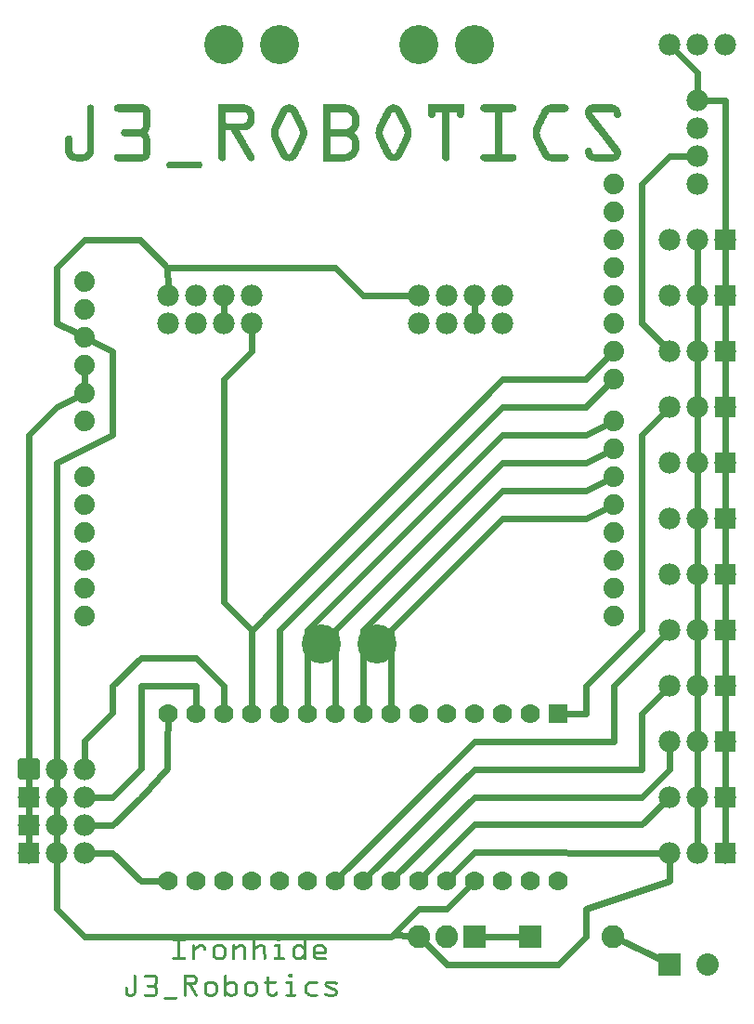
<source format=gtl>
G04 MADE WITH FRITZING*
G04 WWW.FRITZING.ORG*
G04 DOUBLE SIDED*
G04 HOLES PLATED*
G04 CONTOUR ON CENTER OF CONTOUR VECTOR*
%ASAXBY*%
%FSLAX23Y23*%
%MOIN*%
%OFA0B0*%
%SFA1.0B1.0*%
%ADD10C,0.070000*%
%ADD11C,0.074000*%
%ADD12C,0.140000*%
%ADD13C,0.078000*%
%ADD14C,0.082000*%
%ADD15C,0.080000*%
%ADD16R,0.070000X0.069972*%
%ADD17R,0.078000X0.078000*%
%ADD18R,0.082000X0.082000*%
%ADD19R,0.080000X0.080000*%
%ADD20C,0.024000*%
%ADD21C,0.020000*%
%ADD22R,0.001000X0.001000*%
%LNCOPPER1*%
G90*
G70*
G54D10*
X1986Y1113D03*
X1886Y1113D03*
X1786Y1113D03*
X1686Y1113D03*
X1586Y1113D03*
X1486Y1113D03*
X1386Y1113D03*
X1286Y1113D03*
X1186Y1113D03*
X1086Y1113D03*
X986Y1113D03*
X886Y1113D03*
X786Y1113D03*
X686Y1113D03*
X586Y1113D03*
X1986Y513D03*
X1886Y513D03*
X1786Y513D03*
X1686Y513D03*
X1586Y513D03*
X1486Y513D03*
X1386Y513D03*
X1286Y513D03*
X1186Y513D03*
X1086Y513D03*
X986Y513D03*
X886Y513D03*
X786Y513D03*
X686Y513D03*
X586Y513D03*
G54D11*
X2186Y2513D03*
X286Y2463D03*
X2186Y1663D03*
X2186Y1463D03*
G54D12*
X786Y3513D03*
X986Y3513D03*
X1486Y3513D03*
X1686Y3513D03*
X1136Y1363D03*
G54D11*
X286Y1663D03*
G54D12*
X1336Y1363D03*
G54D11*
X2186Y2063D03*
X286Y2363D03*
X286Y1863D03*
X286Y1463D03*
X2186Y1863D03*
X2186Y2313D03*
X2186Y2713D03*
X2186Y2913D03*
X286Y2163D03*
X286Y2563D03*
X286Y1963D03*
X286Y1763D03*
X286Y1563D03*
X2186Y3013D03*
X2186Y1763D03*
X2186Y1963D03*
X2186Y2163D03*
X2186Y2413D03*
X2186Y2613D03*
X2186Y2813D03*
X286Y2263D03*
X286Y2663D03*
X2186Y1563D03*
G54D13*
X2486Y3013D03*
X2486Y3113D03*
X2486Y3213D03*
X2486Y3313D03*
X2586Y2613D03*
X2486Y2613D03*
X2386Y2613D03*
X2586Y2813D03*
X2486Y2813D03*
X2386Y2813D03*
X2586Y2413D03*
X2486Y2413D03*
X2386Y2413D03*
X2586Y2213D03*
X2486Y2213D03*
X2386Y2213D03*
X2586Y2013D03*
X2486Y2013D03*
X2386Y2013D03*
X2586Y1813D03*
X2486Y1813D03*
X2386Y1813D03*
X2586Y1613D03*
X2486Y1613D03*
X2386Y1613D03*
X2586Y1413D03*
X2486Y1413D03*
X2386Y1413D03*
X2586Y1213D03*
X2486Y1213D03*
X2386Y1213D03*
X2586Y1013D03*
X2486Y1013D03*
X2386Y1013D03*
X2586Y813D03*
X2486Y813D03*
X2386Y813D03*
X2586Y613D03*
X2486Y613D03*
X2386Y613D03*
X86Y913D03*
X186Y913D03*
X286Y913D03*
X86Y813D03*
X186Y813D03*
X286Y813D03*
X86Y713D03*
X186Y713D03*
X286Y713D03*
X86Y613D03*
X186Y613D03*
X286Y613D03*
G54D14*
X1686Y313D03*
X1586Y313D03*
X1486Y313D03*
G54D15*
X2386Y213D03*
X2524Y213D03*
G54D13*
X586Y2613D03*
X686Y2613D03*
X786Y2613D03*
X886Y2613D03*
X586Y2513D03*
X686Y2513D03*
X786Y2513D03*
X886Y2513D03*
X1486Y2513D03*
X1586Y2513D03*
X1686Y2513D03*
X1786Y2513D03*
X1486Y2613D03*
X1586Y2613D03*
X1686Y2613D03*
X1786Y2613D03*
X2386Y3513D03*
X2486Y3513D03*
X2586Y3513D03*
G54D14*
X1886Y313D03*
X2184Y313D03*
G54D16*
X1986Y1113D03*
G54D17*
X2586Y2613D03*
X2586Y2813D03*
X2586Y2413D03*
X2586Y2213D03*
X2586Y2013D03*
X2586Y1813D03*
X2586Y1613D03*
X2586Y1413D03*
X2586Y1213D03*
X2586Y1013D03*
X2586Y813D03*
X2586Y613D03*
X86Y813D03*
X86Y713D03*
X86Y613D03*
G54D18*
X1686Y313D03*
G54D19*
X2386Y213D03*
G54D18*
X1885Y313D03*
G54D20*
X2086Y2313D02*
X1786Y2313D01*
D02*
X2164Y2391D02*
X2086Y2313D01*
D02*
X1786Y2313D02*
X886Y1409D01*
D02*
X886Y1409D02*
X886Y1142D01*
D02*
X2164Y2291D02*
X2086Y2213D01*
D02*
X986Y1413D02*
X986Y1142D01*
D02*
X1786Y2213D02*
X1686Y2113D01*
D02*
X1686Y2113D02*
X986Y1413D01*
D02*
X2086Y2213D02*
X1786Y2213D01*
D02*
X1086Y1413D02*
X1786Y2113D01*
D02*
X2086Y2113D02*
X2158Y2149D01*
D02*
X1086Y1142D02*
X1086Y1413D01*
D02*
X1786Y2113D02*
X2086Y2113D01*
D02*
X2086Y2013D02*
X1786Y2013D01*
D02*
X1186Y1413D02*
X1186Y1142D01*
D02*
X1786Y2013D02*
X1186Y1413D01*
D02*
X2158Y2049D02*
X2086Y2013D01*
D02*
X1786Y1913D02*
X1286Y1413D01*
D02*
X2158Y1949D02*
X2086Y1913D01*
D02*
X1286Y1413D02*
X1286Y1142D01*
D02*
X2086Y1913D02*
X1786Y1913D01*
D02*
X2158Y1849D02*
X2086Y1813D01*
D02*
X2086Y1813D02*
X1786Y1813D01*
D02*
X1386Y1413D02*
X1386Y1142D01*
D02*
X1786Y1813D02*
X1386Y1413D01*
D02*
X186Y583D02*
X186Y413D01*
D02*
X186Y413D02*
X286Y313D01*
D02*
X1486Y413D02*
X1586Y413D01*
D02*
X1586Y413D02*
X1665Y492D01*
D02*
X1400Y319D02*
X1386Y313D01*
D02*
X1386Y313D02*
X1400Y319D01*
D02*
X1386Y313D02*
X1486Y413D01*
D02*
X286Y313D02*
X1386Y313D01*
D02*
X186Y683D02*
X186Y643D01*
D02*
X186Y783D02*
X186Y743D01*
D02*
X186Y883D02*
X186Y843D01*
D02*
X86Y843D02*
X86Y883D01*
D02*
X86Y743D02*
X86Y783D01*
D02*
X86Y643D02*
X86Y683D01*
D02*
X186Y2013D02*
X386Y2113D01*
D02*
X386Y2113D02*
X386Y2413D01*
D02*
X186Y943D02*
X186Y2013D01*
D02*
X386Y2413D02*
X314Y2449D01*
D02*
X2586Y783D02*
X2586Y643D01*
D02*
X2586Y983D02*
X2586Y843D01*
D02*
X2586Y1183D02*
X2586Y1043D01*
D02*
X488Y511D02*
X557Y512D01*
D02*
X316Y613D02*
X387Y612D01*
D02*
X387Y612D02*
X488Y511D01*
D02*
X387Y712D02*
X316Y713D01*
D02*
X585Y1084D02*
X584Y1014D01*
D02*
X488Y813D02*
X387Y712D01*
D02*
X584Y1014D02*
X584Y914D01*
D02*
X584Y914D02*
X488Y813D01*
D02*
X488Y914D02*
X488Y1115D01*
D02*
X685Y1212D02*
X686Y1142D01*
D02*
X387Y813D02*
X488Y914D01*
D02*
X584Y1212D02*
X685Y1212D01*
D02*
X488Y1212D02*
X584Y1212D01*
D02*
X316Y813D02*
X387Y813D01*
D02*
X488Y1115D02*
X488Y1212D01*
D02*
X685Y1312D02*
X786Y1212D01*
D02*
X286Y943D02*
X286Y1014D01*
D02*
X286Y1014D02*
X387Y1115D01*
D02*
X387Y1212D02*
X488Y1312D01*
D02*
X387Y1115D02*
X387Y1212D01*
D02*
X488Y1312D02*
X584Y1312D01*
D02*
X584Y1312D02*
X685Y1312D01*
D02*
X786Y1212D02*
X786Y1142D01*
D02*
X2486Y783D02*
X2486Y643D01*
D02*
X2486Y843D02*
X2486Y983D01*
D02*
X2486Y1043D02*
X2486Y1183D01*
D02*
X2486Y1243D02*
X2486Y1383D01*
D02*
X1686Y614D02*
X1606Y534D01*
D02*
X2356Y613D02*
X1686Y614D01*
D02*
X1686Y714D02*
X1586Y614D01*
D02*
X2287Y714D02*
X1686Y714D01*
D02*
X2365Y792D02*
X2287Y714D01*
D02*
X1586Y614D02*
X1506Y534D01*
D02*
X1686Y813D02*
X1406Y534D01*
D02*
X2287Y813D02*
X1686Y813D01*
D02*
X2386Y983D02*
X2386Y913D01*
D02*
X2386Y913D02*
X2287Y813D01*
D02*
X1686Y913D02*
X1306Y534D01*
D02*
X2187Y913D02*
X1686Y913D01*
D02*
X2365Y1191D02*
X2287Y1112D01*
D02*
X2287Y913D02*
X2187Y913D01*
D02*
X2287Y1112D02*
X2287Y913D01*
D02*
X2187Y1212D02*
X2187Y1013D01*
D02*
X2365Y1392D02*
X2187Y1212D01*
D02*
X2187Y1013D02*
X1686Y1013D01*
D02*
X1686Y1013D02*
X1586Y913D01*
D02*
X1586Y913D02*
X1206Y534D01*
D02*
X2486Y1583D02*
X2486Y1443D01*
D02*
X2486Y1783D02*
X2486Y1643D01*
D02*
X2486Y1983D02*
X2486Y1843D01*
D02*
X2586Y1843D02*
X2586Y1983D01*
D02*
X2586Y1643D02*
X2586Y1783D01*
D02*
X2586Y1443D02*
X2586Y1583D01*
D02*
X2586Y1243D02*
X2586Y1383D01*
D02*
X2586Y2183D02*
X2586Y2043D01*
D02*
X2586Y2383D02*
X2586Y2243D01*
D02*
X2586Y2583D02*
X2586Y2443D01*
D02*
X2586Y2783D02*
X2586Y2643D01*
D02*
X2486Y2643D02*
X2486Y2783D01*
D02*
X2486Y2443D02*
X2486Y2583D01*
D02*
X2486Y2243D02*
X2486Y2383D01*
D02*
X2486Y2043D02*
X2486Y2183D01*
D02*
X286Y2294D02*
X286Y2332D01*
D02*
X86Y943D02*
X86Y2113D01*
D02*
X186Y2213D02*
X258Y2249D01*
D02*
X86Y2113D02*
X186Y2213D01*
D02*
X2365Y2192D02*
X2286Y2113D01*
D02*
X2286Y1413D02*
X2186Y1313D01*
D02*
X2286Y2113D02*
X2286Y1613D01*
D02*
X2186Y1313D02*
X2086Y1213D01*
D02*
X2286Y1613D02*
X2286Y1413D01*
D02*
X2086Y1113D02*
X2015Y1113D01*
D02*
X2086Y1213D02*
X2086Y1113D01*
D02*
X2386Y3113D02*
X2286Y3013D01*
D02*
X2286Y3013D02*
X2286Y2513D01*
D02*
X2456Y3113D02*
X2386Y3113D01*
D02*
X2286Y2513D02*
X2365Y2434D01*
D02*
X2586Y2843D02*
X2586Y3313D01*
D02*
X2586Y3313D02*
X2516Y3313D01*
D02*
X286Y2813D02*
X386Y2813D01*
D02*
X186Y2613D02*
X186Y2713D01*
D02*
X186Y2713D02*
X286Y2813D01*
D02*
X486Y2813D02*
X582Y2713D01*
D02*
X186Y2513D02*
X186Y2613D01*
D02*
X582Y2713D02*
X585Y2643D01*
D02*
X258Y2477D02*
X186Y2513D01*
D02*
X386Y2813D02*
X486Y2813D01*
D02*
X786Y2543D02*
X786Y2583D01*
D02*
X786Y1513D02*
X786Y2013D01*
D02*
X886Y2413D02*
X886Y2483D01*
D02*
X786Y2313D02*
X886Y2413D01*
D02*
X886Y1142D02*
X886Y1413D01*
D02*
X886Y1413D02*
X786Y1513D01*
D02*
X786Y2013D02*
X786Y2313D01*
D02*
X1186Y2713D02*
X1286Y2613D01*
D02*
X582Y2713D02*
X1186Y2713D01*
D02*
X1286Y2613D02*
X1456Y2613D01*
D02*
X1686Y2543D02*
X1686Y2583D01*
D02*
X2486Y3413D02*
X2486Y3343D01*
D02*
X2407Y3492D02*
X2486Y3413D01*
D02*
X2213Y299D02*
X2358Y227D01*
D02*
X1718Y313D02*
X1854Y313D01*
D02*
X1400Y319D02*
X1454Y315D01*
D02*
X1986Y213D02*
X1586Y213D01*
D02*
X2386Y583D02*
X2386Y513D01*
D02*
X2086Y413D02*
X2086Y313D01*
D02*
X2386Y513D02*
X2086Y413D01*
D02*
X1586Y213D02*
X1509Y290D01*
D02*
X2086Y313D02*
X1986Y213D01*
G54D21*
X57Y942D02*
X115Y942D01*
X115Y884D01*
X57Y884D01*
X57Y942D01*
D02*
G54D22*
X305Y3296D02*
X310Y3296D01*
X403Y3296D02*
X499Y3296D01*
X768Y3296D02*
X862Y3296D01*
X1016Y3296D02*
X1024Y3296D01*
X1144Y3296D02*
X1226Y3296D01*
X1391Y3296D02*
X1400Y3296D01*
X1519Y3296D02*
X1648Y3296D01*
X1717Y3296D02*
X1826Y3296D01*
X1958Y3296D02*
X2013Y3296D01*
X2108Y3296D02*
X2181Y3296D01*
X302Y3295D02*
X313Y3295D01*
X400Y3295D02*
X503Y3295D01*
X768Y3295D02*
X867Y3295D01*
X1011Y3295D02*
X1029Y3295D01*
X1144Y3295D02*
X1232Y3295D01*
X1387Y3295D02*
X1405Y3295D01*
X1519Y3295D02*
X1648Y3295D01*
X1714Y3295D02*
X1828Y3295D01*
X1953Y3295D02*
X2016Y3295D01*
X2103Y3295D02*
X2186Y3295D01*
X301Y3294D02*
X315Y3294D01*
X398Y3294D02*
X505Y3294D01*
X768Y3294D02*
X871Y3294D01*
X1008Y3294D02*
X1032Y3294D01*
X1144Y3294D02*
X1235Y3294D01*
X1384Y3294D02*
X1407Y3294D01*
X1519Y3294D02*
X1648Y3294D01*
X1713Y3294D02*
X1830Y3294D01*
X1949Y3294D02*
X2018Y3294D01*
X2101Y3294D02*
X2189Y3294D01*
X300Y3293D02*
X316Y3293D01*
X397Y3293D02*
X507Y3293D01*
X768Y3293D02*
X873Y3293D01*
X1006Y3293D02*
X1034Y3293D01*
X1144Y3293D02*
X1238Y3293D01*
X1382Y3293D02*
X1410Y3293D01*
X1519Y3293D02*
X1648Y3293D01*
X1711Y3293D02*
X1831Y3293D01*
X1947Y3293D02*
X2019Y3293D01*
X2098Y3293D02*
X2191Y3293D01*
X298Y3292D02*
X317Y3292D01*
X396Y3292D02*
X509Y3292D01*
X768Y3292D02*
X875Y3292D01*
X1004Y3292D02*
X1036Y3292D01*
X1144Y3292D02*
X1241Y3292D01*
X1380Y3292D02*
X1412Y3292D01*
X1519Y3292D02*
X1648Y3292D01*
X1710Y3292D02*
X1832Y3292D01*
X1945Y3292D02*
X2020Y3292D01*
X2097Y3292D02*
X2193Y3292D01*
X298Y3291D02*
X318Y3291D01*
X395Y3291D02*
X510Y3291D01*
X768Y3291D02*
X877Y3291D01*
X1002Y3291D02*
X1038Y3291D01*
X1144Y3291D02*
X1243Y3291D01*
X1378Y3291D02*
X1413Y3291D01*
X1519Y3291D02*
X1648Y3291D01*
X1710Y3291D02*
X1833Y3291D01*
X1943Y3291D02*
X2021Y3291D01*
X2095Y3291D02*
X2195Y3291D01*
X297Y3290D02*
X318Y3290D01*
X394Y3290D02*
X511Y3290D01*
X768Y3290D02*
X879Y3290D01*
X1001Y3290D02*
X1039Y3290D01*
X1144Y3290D02*
X1245Y3290D01*
X1377Y3290D02*
X1415Y3290D01*
X1519Y3290D02*
X1648Y3290D01*
X1709Y3290D02*
X1834Y3290D01*
X1941Y3290D02*
X2022Y3290D01*
X2094Y3290D02*
X2196Y3290D01*
X296Y3289D02*
X319Y3289D01*
X394Y3289D02*
X513Y3289D01*
X768Y3289D02*
X880Y3289D01*
X1000Y3289D02*
X1041Y3289D01*
X1144Y3289D02*
X1246Y3289D01*
X1375Y3289D02*
X1416Y3289D01*
X1519Y3289D02*
X1648Y3289D01*
X1708Y3289D02*
X1834Y3289D01*
X1940Y3289D02*
X2022Y3289D01*
X2093Y3289D02*
X2197Y3289D01*
X296Y3288D02*
X319Y3288D01*
X393Y3288D02*
X514Y3288D01*
X768Y3288D02*
X881Y3288D01*
X998Y3288D02*
X1042Y3288D01*
X1144Y3288D02*
X1248Y3288D01*
X1374Y3288D02*
X1417Y3288D01*
X1519Y3288D02*
X1648Y3288D01*
X1708Y3288D02*
X1835Y3288D01*
X1938Y3288D02*
X2023Y3288D01*
X2092Y3288D02*
X2199Y3288D01*
X296Y3287D02*
X320Y3287D01*
X393Y3287D02*
X515Y3287D01*
X768Y3287D02*
X882Y3287D01*
X997Y3287D02*
X1043Y3287D01*
X1144Y3287D02*
X1249Y3287D01*
X1373Y3287D02*
X1419Y3287D01*
X1519Y3287D02*
X1648Y3287D01*
X1708Y3287D02*
X1835Y3287D01*
X1937Y3287D02*
X2023Y3287D01*
X2091Y3287D02*
X2200Y3287D01*
X295Y3286D02*
X320Y3286D01*
X393Y3286D02*
X515Y3286D01*
X768Y3286D02*
X884Y3286D01*
X996Y3286D02*
X1044Y3286D01*
X1144Y3286D02*
X1251Y3286D01*
X1372Y3286D02*
X1420Y3286D01*
X1519Y3286D02*
X1648Y3286D01*
X1707Y3286D02*
X1836Y3286D01*
X1936Y3286D02*
X2023Y3286D01*
X2090Y3286D02*
X2201Y3286D01*
X295Y3285D02*
X320Y3285D01*
X392Y3285D02*
X516Y3285D01*
X768Y3285D02*
X885Y3285D01*
X995Y3285D02*
X1045Y3285D01*
X1144Y3285D02*
X1252Y3285D01*
X1371Y3285D02*
X1421Y3285D01*
X1519Y3285D02*
X1648Y3285D01*
X1707Y3285D02*
X1836Y3285D01*
X1935Y3285D02*
X2024Y3285D01*
X2089Y3285D02*
X2202Y3285D01*
X295Y3284D02*
X320Y3284D01*
X392Y3284D02*
X517Y3284D01*
X768Y3284D02*
X886Y3284D01*
X994Y3284D02*
X1046Y3284D01*
X1144Y3284D02*
X1253Y3284D01*
X1370Y3284D02*
X1421Y3284D01*
X1519Y3284D02*
X1648Y3284D01*
X1707Y3284D02*
X1836Y3284D01*
X1934Y3284D02*
X2024Y3284D01*
X2088Y3284D02*
X2203Y3284D01*
X295Y3283D02*
X320Y3283D01*
X392Y3283D02*
X518Y3283D01*
X768Y3283D02*
X887Y3283D01*
X994Y3283D02*
X1047Y3283D01*
X1144Y3283D02*
X1254Y3283D01*
X1369Y3283D02*
X1422Y3283D01*
X1519Y3283D02*
X1648Y3283D01*
X1707Y3283D02*
X1836Y3283D01*
X1933Y3283D02*
X2024Y3283D01*
X2087Y3283D02*
X2204Y3283D01*
X295Y3282D02*
X320Y3282D01*
X392Y3282D02*
X518Y3282D01*
X768Y3282D02*
X887Y3282D01*
X993Y3282D02*
X1047Y3282D01*
X1144Y3282D02*
X1255Y3282D01*
X1368Y3282D02*
X1423Y3282D01*
X1519Y3282D02*
X1648Y3282D01*
X1707Y3282D02*
X1836Y3282D01*
X1932Y3282D02*
X2024Y3282D01*
X2087Y3282D02*
X2204Y3282D01*
X295Y3281D02*
X320Y3281D01*
X393Y3281D02*
X519Y3281D01*
X768Y3281D02*
X888Y3281D01*
X992Y3281D02*
X1048Y3281D01*
X1144Y3281D02*
X1256Y3281D01*
X1368Y3281D02*
X1424Y3281D01*
X1519Y3281D02*
X1648Y3281D01*
X1707Y3281D02*
X1836Y3281D01*
X1931Y3281D02*
X2024Y3281D01*
X2086Y3281D02*
X2205Y3281D01*
X295Y3280D02*
X320Y3280D01*
X393Y3280D02*
X519Y3280D01*
X768Y3280D02*
X889Y3280D01*
X991Y3280D02*
X1049Y3280D01*
X1144Y3280D02*
X1257Y3280D01*
X1367Y3280D02*
X1424Y3280D01*
X1519Y3280D02*
X1648Y3280D01*
X1707Y3280D02*
X1835Y3280D01*
X1931Y3280D02*
X2023Y3280D01*
X2086Y3280D02*
X2206Y3280D01*
X295Y3279D02*
X320Y3279D01*
X393Y3279D02*
X520Y3279D01*
X768Y3279D02*
X890Y3279D01*
X991Y3279D02*
X1049Y3279D01*
X1144Y3279D02*
X1258Y3279D01*
X1366Y3279D02*
X1425Y3279D01*
X1519Y3279D02*
X1648Y3279D01*
X1708Y3279D02*
X1835Y3279D01*
X1930Y3279D02*
X2023Y3279D01*
X2085Y3279D02*
X2206Y3279D01*
X295Y3278D02*
X320Y3278D01*
X393Y3278D02*
X520Y3278D01*
X768Y3278D02*
X891Y3278D01*
X990Y3278D02*
X1050Y3278D01*
X1144Y3278D02*
X1259Y3278D01*
X1366Y3278D02*
X1426Y3278D01*
X1519Y3278D02*
X1648Y3278D01*
X1708Y3278D02*
X1835Y3278D01*
X1929Y3278D02*
X2023Y3278D01*
X2085Y3278D02*
X2207Y3278D01*
X295Y3277D02*
X320Y3277D01*
X394Y3277D02*
X520Y3277D01*
X768Y3277D02*
X891Y3277D01*
X990Y3277D02*
X1051Y3277D01*
X1144Y3277D02*
X1260Y3277D01*
X1365Y3277D02*
X1426Y3277D01*
X1519Y3277D02*
X1648Y3277D01*
X1709Y3277D02*
X1834Y3277D01*
X1929Y3277D02*
X2022Y3277D01*
X2084Y3277D02*
X2208Y3277D01*
X295Y3276D02*
X320Y3276D01*
X394Y3276D02*
X521Y3276D01*
X768Y3276D02*
X892Y3276D01*
X989Y3276D02*
X1051Y3276D01*
X1144Y3276D02*
X1261Y3276D01*
X1365Y3276D02*
X1427Y3276D01*
X1519Y3276D02*
X1648Y3276D01*
X1709Y3276D02*
X1834Y3276D01*
X1928Y3276D02*
X2022Y3276D01*
X2084Y3276D02*
X2208Y3276D01*
X295Y3275D02*
X320Y3275D01*
X395Y3275D02*
X521Y3275D01*
X768Y3275D02*
X892Y3275D01*
X989Y3275D02*
X1052Y3275D01*
X1144Y3275D02*
X1262Y3275D01*
X1364Y3275D02*
X1427Y3275D01*
X1519Y3275D02*
X1648Y3275D01*
X1710Y3275D02*
X1833Y3275D01*
X1928Y3275D02*
X2021Y3275D01*
X2084Y3275D02*
X2209Y3275D01*
X295Y3274D02*
X320Y3274D01*
X396Y3274D02*
X521Y3274D01*
X768Y3274D02*
X893Y3274D01*
X988Y3274D02*
X1052Y3274D01*
X1144Y3274D02*
X1263Y3274D01*
X1364Y3274D02*
X1428Y3274D01*
X1519Y3274D02*
X1648Y3274D01*
X1711Y3274D02*
X1832Y3274D01*
X1927Y3274D02*
X2020Y3274D01*
X2083Y3274D02*
X2209Y3274D01*
X295Y3273D02*
X320Y3273D01*
X397Y3273D02*
X521Y3273D01*
X768Y3273D02*
X893Y3273D01*
X988Y3273D02*
X1053Y3273D01*
X1144Y3273D02*
X1263Y3273D01*
X1363Y3273D02*
X1428Y3273D01*
X1519Y3273D02*
X1648Y3273D01*
X1712Y3273D02*
X1831Y3273D01*
X1927Y3273D02*
X2019Y3273D01*
X2083Y3273D02*
X2209Y3273D01*
X295Y3272D02*
X320Y3272D01*
X398Y3272D02*
X521Y3272D01*
X768Y3272D02*
X894Y3272D01*
X987Y3272D02*
X1053Y3272D01*
X1144Y3272D02*
X1264Y3272D01*
X1363Y3272D02*
X1429Y3272D01*
X1519Y3272D02*
X1648Y3272D01*
X1713Y3272D02*
X1830Y3272D01*
X1926Y3272D02*
X2017Y3272D01*
X2083Y3272D02*
X2210Y3272D01*
X295Y3271D02*
X320Y3271D01*
X400Y3271D02*
X521Y3271D01*
X768Y3271D02*
X894Y3271D01*
X987Y3271D02*
X1054Y3271D01*
X1144Y3271D02*
X1265Y3271D01*
X1362Y3271D02*
X1429Y3271D01*
X1519Y3271D02*
X1648Y3271D01*
X1715Y3271D02*
X1828Y3271D01*
X1926Y3271D02*
X2016Y3271D01*
X2083Y3271D02*
X2210Y3271D01*
X295Y3270D02*
X320Y3270D01*
X405Y3270D02*
X521Y3270D01*
X768Y3270D02*
X895Y3270D01*
X986Y3270D02*
X1054Y3270D01*
X1144Y3270D02*
X1265Y3270D01*
X1362Y3270D02*
X1430Y3270D01*
X1519Y3270D02*
X1648Y3270D01*
X1720Y3270D02*
X1823Y3270D01*
X1925Y3270D02*
X2011Y3270D01*
X2083Y3270D02*
X2210Y3270D01*
X295Y3269D02*
X320Y3269D01*
X496Y3269D02*
X521Y3269D01*
X768Y3269D02*
X793Y3269D01*
X863Y3269D02*
X895Y3269D01*
X986Y3269D02*
X1016Y3269D01*
X1024Y3269D02*
X1055Y3269D01*
X1144Y3269D02*
X1169Y3269D01*
X1228Y3269D02*
X1266Y3269D01*
X1361Y3269D02*
X1392Y3269D01*
X1400Y3269D02*
X1430Y3269D01*
X1519Y3269D02*
X1545Y3269D01*
X1571Y3269D02*
X1596Y3269D01*
X1623Y3269D02*
X1648Y3269D01*
X1759Y3269D02*
X1784Y3269D01*
X1925Y3269D02*
X1957Y3269D01*
X2083Y3269D02*
X2109Y3269D01*
X2181Y3269D02*
X2211Y3269D01*
X295Y3268D02*
X320Y3268D01*
X496Y3268D02*
X521Y3268D01*
X768Y3268D02*
X793Y3268D01*
X865Y3268D02*
X895Y3268D01*
X985Y3268D02*
X1015Y3268D01*
X1026Y3268D02*
X1055Y3268D01*
X1144Y3268D02*
X1169Y3268D01*
X1231Y3268D02*
X1266Y3268D01*
X1361Y3268D02*
X1390Y3268D01*
X1401Y3268D02*
X1431Y3268D01*
X1519Y3268D02*
X1545Y3268D01*
X1571Y3268D02*
X1596Y3268D01*
X1623Y3268D02*
X1648Y3268D01*
X1759Y3268D02*
X1784Y3268D01*
X1924Y3268D02*
X1955Y3268D01*
X2083Y3268D02*
X2108Y3268D01*
X2183Y3268D02*
X2211Y3268D01*
X295Y3267D02*
X320Y3267D01*
X496Y3267D02*
X521Y3267D01*
X768Y3267D02*
X793Y3267D01*
X866Y3267D02*
X896Y3267D01*
X985Y3267D02*
X1014Y3267D01*
X1026Y3267D02*
X1055Y3267D01*
X1144Y3267D02*
X1169Y3267D01*
X1233Y3267D02*
X1267Y3267D01*
X1360Y3267D02*
X1389Y3267D01*
X1402Y3267D02*
X1431Y3267D01*
X1519Y3267D02*
X1545Y3267D01*
X1571Y3267D02*
X1596Y3267D01*
X1623Y3267D02*
X1648Y3267D01*
X1759Y3267D02*
X1784Y3267D01*
X1924Y3267D02*
X1954Y3267D01*
X2083Y3267D02*
X2108Y3267D01*
X2184Y3267D02*
X2211Y3267D01*
X295Y3266D02*
X320Y3266D01*
X496Y3266D02*
X521Y3266D01*
X768Y3266D02*
X793Y3266D01*
X868Y3266D02*
X896Y3266D01*
X984Y3266D02*
X1013Y3266D01*
X1027Y3266D02*
X1056Y3266D01*
X1144Y3266D02*
X1169Y3266D01*
X1234Y3266D02*
X1267Y3266D01*
X1360Y3266D02*
X1389Y3266D01*
X1403Y3266D02*
X1432Y3266D01*
X1519Y3266D02*
X1545Y3266D01*
X1571Y3266D02*
X1596Y3266D01*
X1623Y3266D02*
X1648Y3266D01*
X1759Y3266D02*
X1784Y3266D01*
X1923Y3266D02*
X1953Y3266D01*
X2083Y3266D02*
X2108Y3266D01*
X2185Y3266D02*
X2211Y3266D01*
X295Y3265D02*
X320Y3265D01*
X496Y3265D02*
X521Y3265D01*
X768Y3265D02*
X793Y3265D01*
X868Y3265D02*
X896Y3265D01*
X984Y3265D02*
X1013Y3265D01*
X1028Y3265D02*
X1056Y3265D01*
X1144Y3265D02*
X1169Y3265D01*
X1236Y3265D02*
X1268Y3265D01*
X1359Y3265D02*
X1388Y3265D01*
X1403Y3265D02*
X1432Y3265D01*
X1519Y3265D02*
X1545Y3265D01*
X1571Y3265D02*
X1596Y3265D01*
X1623Y3265D02*
X1648Y3265D01*
X1759Y3265D02*
X1784Y3265D01*
X1923Y3265D02*
X1952Y3265D01*
X2083Y3265D02*
X2108Y3265D01*
X2185Y3265D02*
X2211Y3265D01*
X295Y3264D02*
X320Y3264D01*
X496Y3264D02*
X521Y3264D01*
X768Y3264D02*
X793Y3264D01*
X869Y3264D02*
X896Y3264D01*
X983Y3264D02*
X1012Y3264D01*
X1028Y3264D02*
X1057Y3264D01*
X1144Y3264D02*
X1169Y3264D01*
X1237Y3264D02*
X1268Y3264D01*
X1359Y3264D02*
X1388Y3264D01*
X1404Y3264D02*
X1433Y3264D01*
X1519Y3264D02*
X1545Y3264D01*
X1571Y3264D02*
X1596Y3264D01*
X1623Y3264D02*
X1648Y3264D01*
X1759Y3264D02*
X1784Y3264D01*
X1922Y3264D02*
X1951Y3264D01*
X2083Y3264D02*
X2109Y3264D01*
X2186Y3264D02*
X2211Y3264D01*
X295Y3263D02*
X320Y3263D01*
X496Y3263D02*
X521Y3263D01*
X768Y3263D02*
X793Y3263D01*
X870Y3263D02*
X896Y3263D01*
X983Y3263D02*
X1012Y3263D01*
X1029Y3263D02*
X1057Y3263D01*
X1144Y3263D02*
X1169Y3263D01*
X1238Y3263D02*
X1269Y3263D01*
X1358Y3263D02*
X1387Y3263D01*
X1404Y3263D02*
X1433Y3263D01*
X1519Y3263D02*
X1545Y3263D01*
X1571Y3263D02*
X1596Y3263D01*
X1623Y3263D02*
X1648Y3263D01*
X1759Y3263D02*
X1784Y3263D01*
X1922Y3263D02*
X1951Y3263D01*
X2083Y3263D02*
X2110Y3263D01*
X2186Y3263D02*
X2211Y3263D01*
X295Y3262D02*
X320Y3262D01*
X496Y3262D02*
X521Y3262D01*
X768Y3262D02*
X793Y3262D01*
X870Y3262D02*
X896Y3262D01*
X982Y3262D02*
X1011Y3262D01*
X1029Y3262D02*
X1058Y3262D01*
X1144Y3262D02*
X1169Y3262D01*
X1239Y3262D02*
X1269Y3262D01*
X1358Y3262D02*
X1387Y3262D01*
X1405Y3262D02*
X1434Y3262D01*
X1519Y3262D02*
X1545Y3262D01*
X1571Y3262D02*
X1596Y3262D01*
X1623Y3262D02*
X1648Y3262D01*
X1759Y3262D02*
X1784Y3262D01*
X1921Y3262D02*
X1950Y3262D01*
X2083Y3262D02*
X2111Y3262D01*
X2186Y3262D02*
X2212Y3262D01*
X295Y3261D02*
X320Y3261D01*
X496Y3261D02*
X521Y3261D01*
X768Y3261D02*
X793Y3261D01*
X871Y3261D02*
X897Y3261D01*
X982Y3261D02*
X1011Y3261D01*
X1030Y3261D02*
X1058Y3261D01*
X1144Y3261D02*
X1169Y3261D01*
X1240Y3261D02*
X1270Y3261D01*
X1357Y3261D02*
X1386Y3261D01*
X1405Y3261D02*
X1434Y3261D01*
X1519Y3261D02*
X1545Y3261D01*
X1571Y3261D02*
X1596Y3261D01*
X1623Y3261D02*
X1648Y3261D01*
X1759Y3261D02*
X1784Y3261D01*
X1921Y3261D02*
X1950Y3261D01*
X2083Y3261D02*
X2112Y3261D01*
X2186Y3261D02*
X2212Y3261D01*
X295Y3260D02*
X320Y3260D01*
X496Y3260D02*
X521Y3260D01*
X768Y3260D02*
X793Y3260D01*
X871Y3260D02*
X897Y3260D01*
X981Y3260D02*
X1010Y3260D01*
X1030Y3260D02*
X1059Y3260D01*
X1144Y3260D02*
X1169Y3260D01*
X1241Y3260D02*
X1270Y3260D01*
X1357Y3260D02*
X1386Y3260D01*
X1406Y3260D02*
X1435Y3260D01*
X1519Y3260D02*
X1544Y3260D01*
X1571Y3260D02*
X1596Y3260D01*
X1623Y3260D02*
X1648Y3260D01*
X1759Y3260D02*
X1784Y3260D01*
X1920Y3260D02*
X1949Y3260D01*
X2083Y3260D02*
X2112Y3260D01*
X2186Y3260D02*
X2211Y3260D01*
X295Y3259D02*
X320Y3259D01*
X496Y3259D02*
X521Y3259D01*
X768Y3259D02*
X793Y3259D01*
X871Y3259D02*
X897Y3259D01*
X981Y3259D02*
X1010Y3259D01*
X1031Y3259D02*
X1059Y3259D01*
X1144Y3259D02*
X1169Y3259D01*
X1242Y3259D02*
X1270Y3259D01*
X1356Y3259D02*
X1385Y3259D01*
X1406Y3259D02*
X1435Y3259D01*
X1519Y3259D02*
X1544Y3259D01*
X1571Y3259D02*
X1596Y3259D01*
X1623Y3259D02*
X1648Y3259D01*
X1759Y3259D02*
X1784Y3259D01*
X1920Y3259D02*
X1949Y3259D01*
X2084Y3259D02*
X2113Y3259D01*
X2186Y3259D02*
X2211Y3259D01*
X295Y3258D02*
X320Y3258D01*
X496Y3258D02*
X521Y3258D01*
X768Y3258D02*
X793Y3258D01*
X871Y3258D02*
X897Y3258D01*
X980Y3258D02*
X1009Y3258D01*
X1031Y3258D02*
X1060Y3258D01*
X1144Y3258D02*
X1169Y3258D01*
X1243Y3258D02*
X1271Y3258D01*
X1356Y3258D02*
X1385Y3258D01*
X1407Y3258D02*
X1436Y3258D01*
X1520Y3258D02*
X1544Y3258D01*
X1571Y3258D02*
X1596Y3258D01*
X1623Y3258D02*
X1648Y3258D01*
X1759Y3258D02*
X1784Y3258D01*
X1919Y3258D02*
X1948Y3258D01*
X2084Y3258D02*
X2114Y3258D01*
X2187Y3258D02*
X2211Y3258D01*
X295Y3257D02*
X320Y3257D01*
X496Y3257D02*
X521Y3257D01*
X768Y3257D02*
X793Y3257D01*
X871Y3257D02*
X897Y3257D01*
X980Y3257D02*
X1008Y3257D01*
X1032Y3257D02*
X1060Y3257D01*
X1144Y3257D02*
X1169Y3257D01*
X1243Y3257D02*
X1271Y3257D01*
X1355Y3257D02*
X1384Y3257D01*
X1407Y3257D02*
X1436Y3257D01*
X1520Y3257D02*
X1544Y3257D01*
X1571Y3257D02*
X1596Y3257D01*
X1623Y3257D02*
X1647Y3257D01*
X1759Y3257D02*
X1784Y3257D01*
X1919Y3257D02*
X1948Y3257D01*
X2084Y3257D02*
X2115Y3257D01*
X2187Y3257D02*
X2211Y3257D01*
X295Y3256D02*
X320Y3256D01*
X496Y3256D02*
X521Y3256D01*
X768Y3256D02*
X793Y3256D01*
X872Y3256D02*
X897Y3256D01*
X979Y3256D02*
X1008Y3256D01*
X1032Y3256D02*
X1061Y3256D01*
X1144Y3256D02*
X1169Y3256D01*
X1244Y3256D02*
X1271Y3256D01*
X1355Y3256D02*
X1384Y3256D01*
X1408Y3256D02*
X1437Y3256D01*
X1520Y3256D02*
X1544Y3256D01*
X1571Y3256D02*
X1596Y3256D01*
X1624Y3256D02*
X1647Y3256D01*
X1759Y3256D02*
X1784Y3256D01*
X1918Y3256D02*
X1947Y3256D01*
X2085Y3256D02*
X2115Y3256D01*
X2187Y3256D02*
X2211Y3256D01*
X295Y3255D02*
X320Y3255D01*
X496Y3255D02*
X521Y3255D01*
X768Y3255D02*
X793Y3255D01*
X872Y3255D02*
X897Y3255D01*
X979Y3255D02*
X1007Y3255D01*
X1033Y3255D02*
X1061Y3255D01*
X1144Y3255D02*
X1169Y3255D01*
X1244Y3255D02*
X1271Y3255D01*
X1354Y3255D02*
X1383Y3255D01*
X1408Y3255D02*
X1437Y3255D01*
X1521Y3255D02*
X1543Y3255D01*
X1571Y3255D02*
X1596Y3255D01*
X1624Y3255D02*
X1647Y3255D01*
X1759Y3255D02*
X1784Y3255D01*
X1918Y3255D02*
X1947Y3255D01*
X2085Y3255D02*
X2116Y3255D01*
X2188Y3255D02*
X2210Y3255D01*
X295Y3254D02*
X320Y3254D01*
X496Y3254D02*
X521Y3254D01*
X768Y3254D02*
X793Y3254D01*
X872Y3254D02*
X897Y3254D01*
X978Y3254D02*
X1007Y3254D01*
X1033Y3254D02*
X1062Y3254D01*
X1144Y3254D02*
X1169Y3254D01*
X1245Y3254D02*
X1271Y3254D01*
X1354Y3254D02*
X1383Y3254D01*
X1409Y3254D02*
X1438Y3254D01*
X1521Y3254D02*
X1542Y3254D01*
X1571Y3254D02*
X1596Y3254D01*
X1625Y3254D02*
X1646Y3254D01*
X1759Y3254D02*
X1784Y3254D01*
X1917Y3254D02*
X1946Y3254D01*
X2085Y3254D02*
X2117Y3254D01*
X2188Y3254D02*
X2209Y3254D01*
X295Y3253D02*
X320Y3253D01*
X496Y3253D02*
X521Y3253D01*
X768Y3253D02*
X793Y3253D01*
X872Y3253D02*
X897Y3253D01*
X978Y3253D02*
X1006Y3253D01*
X1034Y3253D02*
X1062Y3253D01*
X1144Y3253D02*
X1169Y3253D01*
X1245Y3253D02*
X1272Y3253D01*
X1353Y3253D02*
X1382Y3253D01*
X1409Y3253D02*
X1438Y3253D01*
X1522Y3253D02*
X1542Y3253D01*
X1571Y3253D02*
X1596Y3253D01*
X1626Y3253D02*
X1645Y3253D01*
X1759Y3253D02*
X1784Y3253D01*
X1917Y3253D02*
X1946Y3253D01*
X2086Y3253D02*
X2118Y3253D01*
X2189Y3253D02*
X2209Y3253D01*
X295Y3252D02*
X320Y3252D01*
X496Y3252D02*
X521Y3252D01*
X768Y3252D02*
X793Y3252D01*
X872Y3252D02*
X897Y3252D01*
X977Y3252D02*
X1006Y3252D01*
X1034Y3252D02*
X1063Y3252D01*
X1144Y3252D02*
X1169Y3252D01*
X1246Y3252D02*
X1272Y3252D01*
X1353Y3252D02*
X1382Y3252D01*
X1410Y3252D02*
X1439Y3252D01*
X1523Y3252D02*
X1541Y3252D01*
X1571Y3252D02*
X1596Y3252D01*
X1626Y3252D02*
X1644Y3252D01*
X1759Y3252D02*
X1784Y3252D01*
X1916Y3252D02*
X1945Y3252D01*
X2086Y3252D02*
X2119Y3252D01*
X2190Y3252D02*
X2208Y3252D01*
X295Y3251D02*
X320Y3251D01*
X496Y3251D02*
X521Y3251D01*
X768Y3251D02*
X793Y3251D01*
X872Y3251D02*
X897Y3251D01*
X977Y3251D02*
X1005Y3251D01*
X1035Y3251D02*
X1063Y3251D01*
X1144Y3251D02*
X1169Y3251D01*
X1246Y3251D02*
X1272Y3251D01*
X1352Y3251D02*
X1381Y3251D01*
X1410Y3251D02*
X1439Y3251D01*
X1524Y3251D02*
X1540Y3251D01*
X1571Y3251D02*
X1596Y3251D01*
X1627Y3251D02*
X1643Y3251D01*
X1759Y3251D02*
X1784Y3251D01*
X1916Y3251D02*
X1945Y3251D01*
X2087Y3251D02*
X2119Y3251D01*
X2191Y3251D02*
X2207Y3251D01*
X295Y3250D02*
X320Y3250D01*
X496Y3250D02*
X521Y3250D01*
X768Y3250D02*
X793Y3250D01*
X872Y3250D02*
X897Y3250D01*
X976Y3250D02*
X1005Y3250D01*
X1035Y3250D02*
X1064Y3250D01*
X1144Y3250D02*
X1169Y3250D01*
X1246Y3250D02*
X1272Y3250D01*
X1352Y3250D02*
X1381Y3250D01*
X1411Y3250D02*
X1440Y3250D01*
X1525Y3250D02*
X1539Y3250D01*
X1571Y3250D02*
X1596Y3250D01*
X1629Y3250D02*
X1642Y3250D01*
X1759Y3250D02*
X1784Y3250D01*
X1915Y3250D02*
X1944Y3250D01*
X2088Y3250D02*
X2120Y3250D01*
X2192Y3250D02*
X2206Y3250D01*
X295Y3249D02*
X320Y3249D01*
X496Y3249D02*
X521Y3249D01*
X768Y3249D02*
X793Y3249D01*
X872Y3249D02*
X897Y3249D01*
X976Y3249D02*
X1004Y3249D01*
X1036Y3249D02*
X1064Y3249D01*
X1144Y3249D02*
X1169Y3249D01*
X1247Y3249D02*
X1272Y3249D01*
X1351Y3249D02*
X1380Y3249D01*
X1411Y3249D02*
X1440Y3249D01*
X1527Y3249D02*
X1537Y3249D01*
X1571Y3249D02*
X1596Y3249D01*
X1630Y3249D02*
X1640Y3249D01*
X1759Y3249D02*
X1784Y3249D01*
X1915Y3249D02*
X1943Y3249D01*
X2088Y3249D02*
X2121Y3249D01*
X2194Y3249D02*
X2204Y3249D01*
X295Y3248D02*
X320Y3248D01*
X496Y3248D02*
X521Y3248D01*
X768Y3248D02*
X793Y3248D01*
X872Y3248D02*
X897Y3248D01*
X975Y3248D02*
X1004Y3248D01*
X1036Y3248D02*
X1065Y3248D01*
X1144Y3248D02*
X1169Y3248D01*
X1247Y3248D02*
X1272Y3248D01*
X1351Y3248D02*
X1380Y3248D01*
X1412Y3248D02*
X1441Y3248D01*
X1530Y3248D02*
X1533Y3248D01*
X1571Y3248D02*
X1596Y3248D01*
X1634Y3248D02*
X1637Y3248D01*
X1759Y3248D02*
X1784Y3248D01*
X1914Y3248D02*
X1943Y3248D01*
X2089Y3248D02*
X2122Y3248D01*
X2197Y3248D02*
X2200Y3248D01*
X295Y3247D02*
X320Y3247D01*
X496Y3247D02*
X521Y3247D01*
X768Y3247D02*
X793Y3247D01*
X872Y3247D02*
X897Y3247D01*
X975Y3247D02*
X1003Y3247D01*
X1037Y3247D02*
X1065Y3247D01*
X1144Y3247D02*
X1169Y3247D01*
X1247Y3247D02*
X1272Y3247D01*
X1350Y3247D02*
X1379Y3247D01*
X1412Y3247D02*
X1441Y3247D01*
X1571Y3247D02*
X1596Y3247D01*
X1759Y3247D02*
X1784Y3247D01*
X1914Y3247D02*
X1942Y3247D01*
X2090Y3247D02*
X2122Y3247D01*
X295Y3246D02*
X320Y3246D01*
X496Y3246D02*
X521Y3246D01*
X768Y3246D02*
X793Y3246D01*
X872Y3246D02*
X897Y3246D01*
X974Y3246D02*
X1003Y3246D01*
X1037Y3246D02*
X1066Y3246D01*
X1144Y3246D02*
X1169Y3246D01*
X1247Y3246D02*
X1272Y3246D01*
X1350Y3246D02*
X1379Y3246D01*
X1413Y3246D02*
X1442Y3246D01*
X1571Y3246D02*
X1596Y3246D01*
X1759Y3246D02*
X1784Y3246D01*
X1913Y3246D02*
X1942Y3246D01*
X2090Y3246D02*
X2123Y3246D01*
X295Y3245D02*
X320Y3245D01*
X496Y3245D02*
X521Y3245D01*
X768Y3245D02*
X793Y3245D01*
X872Y3245D02*
X897Y3245D01*
X974Y3245D02*
X1002Y3245D01*
X1038Y3245D02*
X1066Y3245D01*
X1144Y3245D02*
X1169Y3245D01*
X1247Y3245D02*
X1272Y3245D01*
X1349Y3245D02*
X1378Y3245D01*
X1413Y3245D02*
X1442Y3245D01*
X1571Y3245D02*
X1596Y3245D01*
X1759Y3245D02*
X1784Y3245D01*
X1913Y3245D02*
X1941Y3245D01*
X2091Y3245D02*
X2124Y3245D01*
X295Y3244D02*
X320Y3244D01*
X496Y3244D02*
X521Y3244D01*
X768Y3244D02*
X793Y3244D01*
X872Y3244D02*
X897Y3244D01*
X973Y3244D02*
X1002Y3244D01*
X1038Y3244D02*
X1067Y3244D01*
X1144Y3244D02*
X1169Y3244D01*
X1247Y3244D02*
X1272Y3244D01*
X1349Y3244D02*
X1378Y3244D01*
X1414Y3244D02*
X1443Y3244D01*
X1571Y3244D02*
X1596Y3244D01*
X1759Y3244D02*
X1784Y3244D01*
X1912Y3244D02*
X1941Y3244D01*
X2092Y3244D02*
X2125Y3244D01*
X295Y3243D02*
X320Y3243D01*
X496Y3243D02*
X521Y3243D01*
X768Y3243D02*
X793Y3243D01*
X871Y3243D02*
X897Y3243D01*
X973Y3243D02*
X1001Y3243D01*
X1039Y3243D02*
X1067Y3243D01*
X1144Y3243D02*
X1169Y3243D01*
X1247Y3243D02*
X1272Y3243D01*
X1348Y3243D02*
X1377Y3243D01*
X1414Y3243D02*
X1443Y3243D01*
X1571Y3243D02*
X1596Y3243D01*
X1759Y3243D02*
X1784Y3243D01*
X1912Y3243D02*
X1940Y3243D01*
X2093Y3243D02*
X2126Y3243D01*
X295Y3242D02*
X320Y3242D01*
X496Y3242D02*
X521Y3242D01*
X768Y3242D02*
X793Y3242D01*
X871Y3242D02*
X897Y3242D01*
X972Y3242D02*
X1001Y3242D01*
X1039Y3242D02*
X1068Y3242D01*
X1144Y3242D02*
X1169Y3242D01*
X1247Y3242D02*
X1272Y3242D01*
X1348Y3242D02*
X1377Y3242D01*
X1415Y3242D02*
X1444Y3242D01*
X1571Y3242D02*
X1596Y3242D01*
X1759Y3242D02*
X1784Y3242D01*
X1911Y3242D02*
X1940Y3242D01*
X2094Y3242D02*
X2126Y3242D01*
X295Y3241D02*
X320Y3241D01*
X496Y3241D02*
X521Y3241D01*
X768Y3241D02*
X793Y3241D01*
X871Y3241D02*
X897Y3241D01*
X972Y3241D02*
X1000Y3241D01*
X1040Y3241D02*
X1068Y3241D01*
X1144Y3241D02*
X1169Y3241D01*
X1247Y3241D02*
X1272Y3241D01*
X1347Y3241D02*
X1376Y3241D01*
X1415Y3241D02*
X1444Y3241D01*
X1571Y3241D02*
X1596Y3241D01*
X1759Y3241D02*
X1784Y3241D01*
X1911Y3241D02*
X1939Y3241D01*
X2094Y3241D02*
X2127Y3241D01*
X295Y3240D02*
X320Y3240D01*
X496Y3240D02*
X521Y3240D01*
X768Y3240D02*
X793Y3240D01*
X871Y3240D02*
X897Y3240D01*
X971Y3240D02*
X1000Y3240D01*
X1040Y3240D02*
X1069Y3240D01*
X1144Y3240D02*
X1169Y3240D01*
X1247Y3240D02*
X1272Y3240D01*
X1347Y3240D02*
X1375Y3240D01*
X1416Y3240D02*
X1445Y3240D01*
X1571Y3240D02*
X1596Y3240D01*
X1759Y3240D02*
X1784Y3240D01*
X1910Y3240D02*
X1939Y3240D01*
X2095Y3240D02*
X2128Y3240D01*
X295Y3239D02*
X320Y3239D01*
X496Y3239D02*
X521Y3239D01*
X768Y3239D02*
X793Y3239D01*
X871Y3239D02*
X897Y3239D01*
X971Y3239D02*
X999Y3239D01*
X1041Y3239D02*
X1069Y3239D01*
X1144Y3239D02*
X1169Y3239D01*
X1247Y3239D02*
X1272Y3239D01*
X1346Y3239D02*
X1375Y3239D01*
X1416Y3239D02*
X1445Y3239D01*
X1571Y3239D02*
X1596Y3239D01*
X1759Y3239D02*
X1784Y3239D01*
X1910Y3239D02*
X1938Y3239D01*
X2096Y3239D02*
X2129Y3239D01*
X295Y3238D02*
X320Y3238D01*
X496Y3238D02*
X521Y3238D01*
X768Y3238D02*
X793Y3238D01*
X870Y3238D02*
X897Y3238D01*
X970Y3238D02*
X999Y3238D01*
X1041Y3238D02*
X1070Y3238D01*
X1144Y3238D02*
X1169Y3238D01*
X1247Y3238D02*
X1272Y3238D01*
X1346Y3238D02*
X1374Y3238D01*
X1417Y3238D02*
X1446Y3238D01*
X1571Y3238D02*
X1596Y3238D01*
X1759Y3238D02*
X1784Y3238D01*
X1909Y3238D02*
X1938Y3238D01*
X2097Y3238D02*
X2129Y3238D01*
X295Y3237D02*
X320Y3237D01*
X496Y3237D02*
X521Y3237D01*
X768Y3237D02*
X793Y3237D01*
X870Y3237D02*
X896Y3237D01*
X970Y3237D02*
X998Y3237D01*
X1042Y3237D02*
X1070Y3237D01*
X1144Y3237D02*
X1169Y3237D01*
X1247Y3237D02*
X1272Y3237D01*
X1345Y3237D02*
X1374Y3237D01*
X1417Y3237D02*
X1446Y3237D01*
X1571Y3237D02*
X1596Y3237D01*
X1759Y3237D02*
X1784Y3237D01*
X1909Y3237D02*
X1937Y3237D01*
X2097Y3237D02*
X2130Y3237D01*
X295Y3236D02*
X320Y3236D01*
X496Y3236D02*
X521Y3236D01*
X768Y3236D02*
X793Y3236D01*
X869Y3236D02*
X896Y3236D01*
X969Y3236D02*
X998Y3236D01*
X1042Y3236D02*
X1071Y3236D01*
X1144Y3236D02*
X1169Y3236D01*
X1247Y3236D02*
X1272Y3236D01*
X1345Y3236D02*
X1373Y3236D01*
X1418Y3236D02*
X1447Y3236D01*
X1571Y3236D02*
X1596Y3236D01*
X1759Y3236D02*
X1784Y3236D01*
X1908Y3236D02*
X1937Y3236D01*
X2098Y3236D02*
X2131Y3236D01*
X295Y3235D02*
X320Y3235D01*
X496Y3235D02*
X521Y3235D01*
X768Y3235D02*
X793Y3235D01*
X868Y3235D02*
X896Y3235D01*
X969Y3235D02*
X997Y3235D01*
X1043Y3235D02*
X1071Y3235D01*
X1144Y3235D02*
X1169Y3235D01*
X1247Y3235D02*
X1272Y3235D01*
X1344Y3235D02*
X1373Y3235D01*
X1418Y3235D02*
X1447Y3235D01*
X1571Y3235D02*
X1596Y3235D01*
X1759Y3235D02*
X1784Y3235D01*
X1908Y3235D02*
X1936Y3235D01*
X2099Y3235D02*
X2132Y3235D01*
X295Y3234D02*
X320Y3234D01*
X496Y3234D02*
X521Y3234D01*
X768Y3234D02*
X793Y3234D01*
X868Y3234D02*
X896Y3234D01*
X968Y3234D02*
X997Y3234D01*
X1043Y3234D02*
X1072Y3234D01*
X1144Y3234D02*
X1169Y3234D01*
X1247Y3234D02*
X1272Y3234D01*
X1344Y3234D02*
X1372Y3234D01*
X1419Y3234D02*
X1448Y3234D01*
X1571Y3234D02*
X1596Y3234D01*
X1759Y3234D02*
X1784Y3234D01*
X1907Y3234D02*
X1936Y3234D01*
X2100Y3234D02*
X2133Y3234D01*
X295Y3233D02*
X320Y3233D01*
X496Y3233D02*
X521Y3233D01*
X768Y3233D02*
X793Y3233D01*
X866Y3233D02*
X896Y3233D01*
X968Y3233D02*
X996Y3233D01*
X1044Y3233D02*
X1072Y3233D01*
X1144Y3233D02*
X1169Y3233D01*
X1247Y3233D02*
X1272Y3233D01*
X1343Y3233D02*
X1372Y3233D01*
X1419Y3233D02*
X1448Y3233D01*
X1571Y3233D02*
X1596Y3233D01*
X1759Y3233D02*
X1784Y3233D01*
X1907Y3233D02*
X1935Y3233D01*
X2101Y3233D02*
X2133Y3233D01*
X295Y3232D02*
X320Y3232D01*
X496Y3232D02*
X521Y3232D01*
X768Y3232D02*
X793Y3232D01*
X865Y3232D02*
X895Y3232D01*
X967Y3232D02*
X996Y3232D01*
X1044Y3232D02*
X1073Y3232D01*
X1144Y3232D02*
X1169Y3232D01*
X1247Y3232D02*
X1272Y3232D01*
X1343Y3232D02*
X1371Y3232D01*
X1420Y3232D02*
X1449Y3232D01*
X1571Y3232D02*
X1596Y3232D01*
X1759Y3232D02*
X1784Y3232D01*
X1906Y3232D02*
X1935Y3232D01*
X2101Y3232D02*
X2134Y3232D01*
X295Y3231D02*
X320Y3231D01*
X496Y3231D02*
X521Y3231D01*
X768Y3231D02*
X793Y3231D01*
X863Y3231D02*
X895Y3231D01*
X967Y3231D02*
X995Y3231D01*
X1045Y3231D02*
X1073Y3231D01*
X1144Y3231D02*
X1169Y3231D01*
X1247Y3231D02*
X1272Y3231D01*
X1342Y3231D02*
X1371Y3231D01*
X1421Y3231D02*
X1449Y3231D01*
X1571Y3231D02*
X1596Y3231D01*
X1759Y3231D02*
X1784Y3231D01*
X1906Y3231D02*
X1934Y3231D01*
X2102Y3231D02*
X2135Y3231D01*
X295Y3230D02*
X320Y3230D01*
X496Y3230D02*
X521Y3230D01*
X768Y3230D02*
X794Y3230D01*
X860Y3230D02*
X895Y3230D01*
X966Y3230D02*
X995Y3230D01*
X1045Y3230D02*
X1074Y3230D01*
X1144Y3230D02*
X1169Y3230D01*
X1247Y3230D02*
X1272Y3230D01*
X1342Y3230D02*
X1370Y3230D01*
X1421Y3230D02*
X1450Y3230D01*
X1571Y3230D02*
X1596Y3230D01*
X1759Y3230D02*
X1784Y3230D01*
X1905Y3230D02*
X1934Y3230D01*
X2103Y3230D02*
X2136Y3230D01*
X295Y3229D02*
X320Y3229D01*
X496Y3229D02*
X521Y3229D01*
X768Y3229D02*
X894Y3229D01*
X966Y3229D02*
X994Y3229D01*
X1046Y3229D02*
X1074Y3229D01*
X1144Y3229D02*
X1169Y3229D01*
X1247Y3229D02*
X1272Y3229D01*
X1341Y3229D02*
X1370Y3229D01*
X1422Y3229D02*
X1450Y3229D01*
X1571Y3229D02*
X1596Y3229D01*
X1759Y3229D02*
X1784Y3229D01*
X1905Y3229D02*
X1933Y3229D01*
X2104Y3229D02*
X2136Y3229D01*
X295Y3228D02*
X320Y3228D01*
X496Y3228D02*
X521Y3228D01*
X768Y3228D02*
X894Y3228D01*
X965Y3228D02*
X994Y3228D01*
X1046Y3228D02*
X1075Y3228D01*
X1144Y3228D02*
X1169Y3228D01*
X1246Y3228D02*
X1272Y3228D01*
X1341Y3228D02*
X1369Y3228D01*
X1422Y3228D02*
X1451Y3228D01*
X1571Y3228D02*
X1596Y3228D01*
X1759Y3228D02*
X1784Y3228D01*
X1904Y3228D02*
X1933Y3228D01*
X2104Y3228D02*
X2137Y3228D01*
X295Y3227D02*
X320Y3227D01*
X496Y3227D02*
X521Y3227D01*
X768Y3227D02*
X893Y3227D01*
X965Y3227D02*
X993Y3227D01*
X1047Y3227D02*
X1075Y3227D01*
X1144Y3227D02*
X1169Y3227D01*
X1246Y3227D02*
X1272Y3227D01*
X1340Y3227D02*
X1369Y3227D01*
X1423Y3227D02*
X1451Y3227D01*
X1571Y3227D02*
X1596Y3227D01*
X1759Y3227D02*
X1784Y3227D01*
X1904Y3227D02*
X1932Y3227D01*
X2105Y3227D02*
X2138Y3227D01*
X295Y3226D02*
X320Y3226D01*
X496Y3226D02*
X521Y3226D01*
X768Y3226D02*
X893Y3226D01*
X964Y3226D02*
X993Y3226D01*
X1047Y3226D02*
X1076Y3226D01*
X1144Y3226D02*
X1169Y3226D01*
X1246Y3226D02*
X1272Y3226D01*
X1340Y3226D02*
X1368Y3226D01*
X1423Y3226D02*
X1452Y3226D01*
X1571Y3226D02*
X1596Y3226D01*
X1759Y3226D02*
X1784Y3226D01*
X1903Y3226D02*
X1932Y3226D01*
X2106Y3226D02*
X2139Y3226D01*
X295Y3225D02*
X320Y3225D01*
X496Y3225D02*
X521Y3225D01*
X768Y3225D02*
X892Y3225D01*
X964Y3225D02*
X992Y3225D01*
X1048Y3225D02*
X1076Y3225D01*
X1144Y3225D02*
X1169Y3225D01*
X1245Y3225D02*
X1272Y3225D01*
X1339Y3225D02*
X1368Y3225D01*
X1424Y3225D02*
X1452Y3225D01*
X1571Y3225D02*
X1596Y3225D01*
X1759Y3225D02*
X1784Y3225D01*
X1903Y3225D02*
X1931Y3225D01*
X2107Y3225D02*
X2140Y3225D01*
X295Y3224D02*
X320Y3224D01*
X496Y3224D02*
X521Y3224D01*
X768Y3224D02*
X892Y3224D01*
X963Y3224D02*
X992Y3224D01*
X1048Y3224D02*
X1077Y3224D01*
X1144Y3224D02*
X1169Y3224D01*
X1245Y3224D02*
X1272Y3224D01*
X1339Y3224D02*
X1367Y3224D01*
X1424Y3224D02*
X1453Y3224D01*
X1571Y3224D02*
X1596Y3224D01*
X1759Y3224D02*
X1784Y3224D01*
X1902Y3224D02*
X1931Y3224D01*
X2108Y3224D02*
X2140Y3224D01*
X295Y3223D02*
X320Y3223D01*
X496Y3223D02*
X521Y3223D01*
X768Y3223D02*
X891Y3223D01*
X963Y3223D02*
X991Y3223D01*
X1049Y3223D02*
X1077Y3223D01*
X1144Y3223D02*
X1169Y3223D01*
X1245Y3223D02*
X1271Y3223D01*
X1338Y3223D02*
X1367Y3223D01*
X1425Y3223D02*
X1453Y3223D01*
X1571Y3223D02*
X1596Y3223D01*
X1759Y3223D02*
X1784Y3223D01*
X1902Y3223D02*
X1930Y3223D01*
X2108Y3223D02*
X2141Y3223D01*
X295Y3222D02*
X320Y3222D01*
X496Y3222D02*
X521Y3222D01*
X768Y3222D02*
X891Y3222D01*
X962Y3222D02*
X991Y3222D01*
X1049Y3222D02*
X1078Y3222D01*
X1144Y3222D02*
X1169Y3222D01*
X1244Y3222D02*
X1271Y3222D01*
X1338Y3222D02*
X1366Y3222D01*
X1425Y3222D02*
X1454Y3222D01*
X1571Y3222D02*
X1596Y3222D01*
X1759Y3222D02*
X1784Y3222D01*
X1901Y3222D02*
X1930Y3222D01*
X2109Y3222D02*
X2142Y3222D01*
X295Y3221D02*
X320Y3221D01*
X496Y3221D02*
X521Y3221D01*
X768Y3221D02*
X890Y3221D01*
X962Y3221D02*
X990Y3221D01*
X1050Y3221D02*
X1078Y3221D01*
X1144Y3221D02*
X1169Y3221D01*
X1243Y3221D02*
X1271Y3221D01*
X1337Y3221D02*
X1366Y3221D01*
X1426Y3221D02*
X1454Y3221D01*
X1571Y3221D02*
X1596Y3221D01*
X1759Y3221D02*
X1784Y3221D01*
X1901Y3221D02*
X1929Y3221D01*
X2110Y3221D02*
X2143Y3221D01*
X295Y3220D02*
X320Y3220D01*
X496Y3220D02*
X521Y3220D01*
X768Y3220D02*
X889Y3220D01*
X961Y3220D02*
X990Y3220D01*
X1050Y3220D02*
X1079Y3220D01*
X1144Y3220D02*
X1169Y3220D01*
X1243Y3220D02*
X1271Y3220D01*
X1337Y3220D02*
X1365Y3220D01*
X1426Y3220D02*
X1454Y3220D01*
X1571Y3220D02*
X1596Y3220D01*
X1759Y3220D02*
X1784Y3220D01*
X1900Y3220D02*
X1929Y3220D01*
X2111Y3220D02*
X2143Y3220D01*
X295Y3219D02*
X320Y3219D01*
X496Y3219D02*
X521Y3219D01*
X768Y3219D02*
X888Y3219D01*
X961Y3219D02*
X989Y3219D01*
X1051Y3219D02*
X1079Y3219D01*
X1144Y3219D02*
X1169Y3219D01*
X1242Y3219D02*
X1270Y3219D01*
X1337Y3219D02*
X1365Y3219D01*
X1427Y3219D02*
X1455Y3219D01*
X1571Y3219D02*
X1596Y3219D01*
X1759Y3219D02*
X1784Y3219D01*
X1900Y3219D02*
X1928Y3219D01*
X2111Y3219D02*
X2144Y3219D01*
X295Y3218D02*
X320Y3218D01*
X496Y3218D02*
X521Y3218D01*
X768Y3218D02*
X888Y3218D01*
X961Y3218D02*
X989Y3218D01*
X1051Y3218D02*
X1080Y3218D01*
X1144Y3218D02*
X1169Y3218D01*
X1241Y3218D02*
X1270Y3218D01*
X1336Y3218D02*
X1364Y3218D01*
X1427Y3218D02*
X1455Y3218D01*
X1571Y3218D02*
X1596Y3218D01*
X1759Y3218D02*
X1784Y3218D01*
X1900Y3218D02*
X1928Y3218D01*
X2112Y3218D02*
X2145Y3218D01*
X295Y3217D02*
X320Y3217D01*
X495Y3217D02*
X521Y3217D01*
X768Y3217D02*
X887Y3217D01*
X960Y3217D02*
X988Y3217D01*
X1052Y3217D02*
X1080Y3217D01*
X1144Y3217D02*
X1169Y3217D01*
X1240Y3217D02*
X1270Y3217D01*
X1336Y3217D02*
X1364Y3217D01*
X1428Y3217D02*
X1456Y3217D01*
X1571Y3217D02*
X1596Y3217D01*
X1759Y3217D02*
X1784Y3217D01*
X1899Y3217D02*
X1927Y3217D01*
X2113Y3217D02*
X2146Y3217D01*
X295Y3216D02*
X320Y3216D01*
X495Y3216D02*
X521Y3216D01*
X768Y3216D02*
X886Y3216D01*
X960Y3216D02*
X988Y3216D01*
X1052Y3216D02*
X1080Y3216D01*
X1144Y3216D02*
X1169Y3216D01*
X1240Y3216D02*
X1269Y3216D01*
X1335Y3216D02*
X1363Y3216D01*
X1428Y3216D02*
X1456Y3216D01*
X1571Y3216D02*
X1596Y3216D01*
X1759Y3216D02*
X1784Y3216D01*
X1899Y3216D02*
X1927Y3216D01*
X2114Y3216D02*
X2147Y3216D01*
X295Y3215D02*
X320Y3215D01*
X494Y3215D02*
X521Y3215D01*
X768Y3215D02*
X885Y3215D01*
X959Y3215D02*
X987Y3215D01*
X1053Y3215D02*
X1081Y3215D01*
X1144Y3215D02*
X1169Y3215D01*
X1238Y3215D02*
X1269Y3215D01*
X1335Y3215D02*
X1363Y3215D01*
X1429Y3215D02*
X1457Y3215D01*
X1571Y3215D02*
X1596Y3215D01*
X1759Y3215D02*
X1784Y3215D01*
X1898Y3215D02*
X1926Y3215D01*
X2115Y3215D02*
X2147Y3215D01*
X295Y3214D02*
X320Y3214D01*
X494Y3214D02*
X521Y3214D01*
X768Y3214D02*
X884Y3214D01*
X959Y3214D02*
X987Y3214D01*
X1054Y3214D02*
X1081Y3214D01*
X1144Y3214D02*
X1169Y3214D01*
X1237Y3214D02*
X1269Y3214D01*
X1335Y3214D02*
X1362Y3214D01*
X1429Y3214D02*
X1457Y3214D01*
X1571Y3214D02*
X1596Y3214D01*
X1759Y3214D02*
X1784Y3214D01*
X1898Y3214D02*
X1926Y3214D01*
X2115Y3214D02*
X2148Y3214D01*
X295Y3213D02*
X320Y3213D01*
X493Y3213D02*
X520Y3213D01*
X768Y3213D02*
X883Y3213D01*
X959Y3213D02*
X986Y3213D01*
X1054Y3213D02*
X1082Y3213D01*
X1144Y3213D02*
X1169Y3213D01*
X1236Y3213D02*
X1268Y3213D01*
X1334Y3213D02*
X1362Y3213D01*
X1430Y3213D02*
X1457Y3213D01*
X1571Y3213D02*
X1596Y3213D01*
X1759Y3213D02*
X1784Y3213D01*
X1898Y3213D02*
X1925Y3213D01*
X2116Y3213D02*
X2149Y3213D01*
X295Y3212D02*
X320Y3212D01*
X492Y3212D02*
X520Y3212D01*
X768Y3212D02*
X881Y3212D01*
X958Y3212D02*
X986Y3212D01*
X1055Y3212D02*
X1082Y3212D01*
X1144Y3212D02*
X1169Y3212D01*
X1235Y3212D02*
X1268Y3212D01*
X1334Y3212D02*
X1361Y3212D01*
X1430Y3212D02*
X1457Y3212D01*
X1571Y3212D02*
X1596Y3212D01*
X1759Y3212D02*
X1784Y3212D01*
X1897Y3212D02*
X1925Y3212D01*
X2117Y3212D02*
X2150Y3212D01*
X295Y3211D02*
X320Y3211D01*
X491Y3211D02*
X520Y3211D01*
X768Y3211D02*
X880Y3211D01*
X958Y3211D02*
X985Y3211D01*
X1055Y3211D02*
X1082Y3211D01*
X1144Y3211D02*
X1169Y3211D01*
X1233Y3211D02*
X1267Y3211D01*
X1334Y3211D02*
X1361Y3211D01*
X1431Y3211D02*
X1458Y3211D01*
X1571Y3211D02*
X1596Y3211D01*
X1759Y3211D02*
X1784Y3211D01*
X1897Y3211D02*
X1924Y3211D01*
X2118Y3211D02*
X2150Y3211D01*
X295Y3210D02*
X320Y3210D01*
X490Y3210D02*
X520Y3210D01*
X768Y3210D02*
X879Y3210D01*
X958Y3210D02*
X985Y3210D01*
X1056Y3210D02*
X1082Y3210D01*
X1144Y3210D02*
X1169Y3210D01*
X1231Y3210D02*
X1267Y3210D01*
X1333Y3210D02*
X1360Y3210D01*
X1431Y3210D02*
X1458Y3210D01*
X1571Y3210D02*
X1596Y3210D01*
X1759Y3210D02*
X1784Y3210D01*
X1897Y3210D02*
X1924Y3210D01*
X2118Y3210D02*
X2151Y3210D01*
X295Y3209D02*
X320Y3209D01*
X488Y3209D02*
X519Y3209D01*
X768Y3209D02*
X877Y3209D01*
X958Y3209D02*
X984Y3209D01*
X1056Y3209D02*
X1083Y3209D01*
X1144Y3209D02*
X1169Y3209D01*
X1228Y3209D02*
X1266Y3209D01*
X1333Y3209D02*
X1360Y3209D01*
X1432Y3209D02*
X1458Y3209D01*
X1571Y3209D02*
X1596Y3209D01*
X1759Y3209D02*
X1784Y3209D01*
X1897Y3209D02*
X1923Y3209D01*
X2119Y3209D02*
X2152Y3209D01*
X295Y3208D02*
X320Y3208D01*
X484Y3208D02*
X519Y3208D01*
X768Y3208D02*
X875Y3208D01*
X957Y3208D02*
X984Y3208D01*
X1056Y3208D02*
X1083Y3208D01*
X1144Y3208D02*
X1169Y3208D01*
X1223Y3208D02*
X1266Y3208D01*
X1333Y3208D02*
X1359Y3208D01*
X1432Y3208D02*
X1459Y3208D01*
X1571Y3208D02*
X1596Y3208D01*
X1759Y3208D02*
X1784Y3208D01*
X1896Y3208D02*
X1923Y3208D01*
X2120Y3208D02*
X2153Y3208D01*
X295Y3207D02*
X320Y3207D01*
X426Y3207D02*
X519Y3207D01*
X768Y3207D02*
X873Y3207D01*
X957Y3207D02*
X983Y3207D01*
X1057Y3207D02*
X1083Y3207D01*
X1144Y3207D02*
X1265Y3207D01*
X1333Y3207D02*
X1359Y3207D01*
X1432Y3207D02*
X1459Y3207D01*
X1571Y3207D02*
X1596Y3207D01*
X1759Y3207D02*
X1784Y3207D01*
X1896Y3207D02*
X1922Y3207D01*
X2121Y3207D02*
X2154Y3207D01*
X295Y3206D02*
X320Y3206D01*
X424Y3206D02*
X518Y3206D01*
X768Y3206D02*
X871Y3206D01*
X957Y3206D02*
X983Y3206D01*
X1057Y3206D02*
X1083Y3206D01*
X1144Y3206D02*
X1264Y3206D01*
X1333Y3206D02*
X1359Y3206D01*
X1433Y3206D02*
X1459Y3206D01*
X1571Y3206D02*
X1596Y3206D01*
X1759Y3206D02*
X1784Y3206D01*
X1896Y3206D02*
X1922Y3206D01*
X2121Y3206D02*
X2154Y3206D01*
X295Y3205D02*
X320Y3205D01*
X423Y3205D02*
X518Y3205D01*
X768Y3205D02*
X868Y3205D01*
X957Y3205D02*
X983Y3205D01*
X1058Y3205D02*
X1084Y3205D01*
X1144Y3205D02*
X1264Y3205D01*
X1332Y3205D02*
X1358Y3205D01*
X1433Y3205D02*
X1459Y3205D01*
X1571Y3205D02*
X1596Y3205D01*
X1759Y3205D02*
X1784Y3205D01*
X1896Y3205D02*
X1922Y3205D01*
X2122Y3205D02*
X2155Y3205D01*
X295Y3204D02*
X320Y3204D01*
X422Y3204D02*
X517Y3204D01*
X768Y3204D02*
X864Y3204D01*
X957Y3204D02*
X982Y3204D01*
X1058Y3204D02*
X1084Y3204D01*
X1144Y3204D02*
X1263Y3204D01*
X1332Y3204D02*
X1358Y3204D01*
X1434Y3204D02*
X1459Y3204D01*
X1571Y3204D02*
X1596Y3204D01*
X1759Y3204D02*
X1784Y3204D01*
X1896Y3204D02*
X1922Y3204D01*
X2123Y3204D02*
X2156Y3204D01*
X295Y3203D02*
X320Y3203D01*
X421Y3203D02*
X517Y3203D01*
X768Y3203D02*
X793Y3203D01*
X813Y3203D02*
X842Y3203D01*
X956Y3203D02*
X982Y3203D01*
X1058Y3203D02*
X1084Y3203D01*
X1144Y3203D02*
X1262Y3203D01*
X1332Y3203D02*
X1358Y3203D01*
X1434Y3203D02*
X1460Y3203D01*
X1571Y3203D02*
X1596Y3203D01*
X1759Y3203D02*
X1784Y3203D01*
X1895Y3203D02*
X1921Y3203D01*
X2124Y3203D02*
X2157Y3203D01*
X295Y3202D02*
X320Y3202D01*
X420Y3202D02*
X516Y3202D01*
X768Y3202D02*
X793Y3202D01*
X813Y3202D02*
X843Y3202D01*
X956Y3202D02*
X982Y3202D01*
X1058Y3202D02*
X1084Y3202D01*
X1144Y3202D02*
X1261Y3202D01*
X1332Y3202D02*
X1358Y3202D01*
X1434Y3202D02*
X1460Y3202D01*
X1571Y3202D02*
X1596Y3202D01*
X1759Y3202D02*
X1784Y3202D01*
X1895Y3202D02*
X1921Y3202D01*
X2125Y3202D02*
X2157Y3202D01*
X295Y3201D02*
X320Y3201D01*
X420Y3201D02*
X516Y3201D01*
X768Y3201D02*
X793Y3201D01*
X814Y3201D02*
X844Y3201D01*
X956Y3201D02*
X982Y3201D01*
X1059Y3201D02*
X1084Y3201D01*
X1144Y3201D02*
X1260Y3201D01*
X1332Y3201D02*
X1357Y3201D01*
X1434Y3201D02*
X1460Y3201D01*
X1571Y3201D02*
X1596Y3201D01*
X1759Y3201D02*
X1784Y3201D01*
X1895Y3201D02*
X1921Y3201D01*
X2125Y3201D02*
X2158Y3201D01*
X295Y3200D02*
X320Y3200D01*
X419Y3200D02*
X515Y3200D01*
X768Y3200D02*
X793Y3200D01*
X814Y3200D02*
X844Y3200D01*
X956Y3200D02*
X982Y3200D01*
X1059Y3200D02*
X1084Y3200D01*
X1144Y3200D02*
X1260Y3200D01*
X1332Y3200D02*
X1357Y3200D01*
X1434Y3200D02*
X1460Y3200D01*
X1571Y3200D02*
X1596Y3200D01*
X1759Y3200D02*
X1784Y3200D01*
X1895Y3200D02*
X1921Y3200D01*
X2126Y3200D02*
X2159Y3200D01*
X295Y3199D02*
X320Y3199D01*
X419Y3199D02*
X514Y3199D01*
X768Y3199D02*
X793Y3199D01*
X815Y3199D02*
X845Y3199D01*
X956Y3199D02*
X981Y3199D01*
X1059Y3199D02*
X1084Y3199D01*
X1144Y3199D02*
X1259Y3199D01*
X1332Y3199D02*
X1357Y3199D01*
X1435Y3199D02*
X1460Y3199D01*
X1571Y3199D02*
X1596Y3199D01*
X1759Y3199D02*
X1784Y3199D01*
X1895Y3199D02*
X1920Y3199D01*
X2127Y3199D02*
X2160Y3199D01*
X295Y3198D02*
X320Y3198D01*
X419Y3198D02*
X514Y3198D01*
X768Y3198D02*
X793Y3198D01*
X816Y3198D02*
X845Y3198D01*
X956Y3198D02*
X981Y3198D01*
X1059Y3198D02*
X1085Y3198D01*
X1144Y3198D02*
X1258Y3198D01*
X1332Y3198D02*
X1357Y3198D01*
X1435Y3198D02*
X1460Y3198D01*
X1571Y3198D02*
X1596Y3198D01*
X1759Y3198D02*
X1784Y3198D01*
X1895Y3198D02*
X1920Y3198D01*
X2128Y3198D02*
X2161Y3198D01*
X295Y3197D02*
X320Y3197D01*
X418Y3197D02*
X513Y3197D01*
X768Y3197D02*
X793Y3197D01*
X816Y3197D02*
X846Y3197D01*
X956Y3197D02*
X981Y3197D01*
X1059Y3197D02*
X1085Y3197D01*
X1144Y3197D02*
X1257Y3197D01*
X1332Y3197D02*
X1357Y3197D01*
X1435Y3197D02*
X1460Y3197D01*
X1571Y3197D02*
X1596Y3197D01*
X1759Y3197D02*
X1784Y3197D01*
X1895Y3197D02*
X1920Y3197D01*
X2128Y3197D02*
X2161Y3197D01*
X295Y3196D02*
X320Y3196D01*
X418Y3196D02*
X512Y3196D01*
X768Y3196D02*
X793Y3196D01*
X817Y3196D02*
X846Y3196D01*
X956Y3196D02*
X981Y3196D01*
X1059Y3196D02*
X1085Y3196D01*
X1144Y3196D02*
X1256Y3196D01*
X1331Y3196D02*
X1357Y3196D01*
X1435Y3196D02*
X1460Y3196D01*
X1571Y3196D02*
X1596Y3196D01*
X1759Y3196D02*
X1784Y3196D01*
X1895Y3196D02*
X1920Y3196D01*
X2129Y3196D02*
X2162Y3196D01*
X295Y3195D02*
X320Y3195D01*
X418Y3195D02*
X511Y3195D01*
X768Y3195D02*
X793Y3195D01*
X817Y3195D02*
X847Y3195D01*
X956Y3195D02*
X981Y3195D01*
X1059Y3195D02*
X1085Y3195D01*
X1144Y3195D02*
X1255Y3195D01*
X1331Y3195D02*
X1357Y3195D01*
X1435Y3195D02*
X1460Y3195D01*
X1571Y3195D02*
X1596Y3195D01*
X1759Y3195D02*
X1784Y3195D01*
X1895Y3195D02*
X1920Y3195D01*
X2130Y3195D02*
X2163Y3195D01*
X295Y3194D02*
X320Y3194D01*
X418Y3194D02*
X511Y3194D01*
X768Y3194D02*
X793Y3194D01*
X818Y3194D02*
X848Y3194D01*
X956Y3194D02*
X981Y3194D01*
X1059Y3194D02*
X1085Y3194D01*
X1144Y3194D02*
X1255Y3194D01*
X1331Y3194D02*
X1357Y3194D01*
X1435Y3194D02*
X1460Y3194D01*
X1571Y3194D02*
X1596Y3194D01*
X1759Y3194D02*
X1784Y3194D01*
X1895Y3194D02*
X1920Y3194D01*
X2131Y3194D02*
X2164Y3194D01*
X295Y3193D02*
X320Y3193D01*
X418Y3193D02*
X512Y3193D01*
X768Y3193D02*
X793Y3193D01*
X818Y3193D02*
X848Y3193D01*
X956Y3193D02*
X981Y3193D01*
X1059Y3193D02*
X1085Y3193D01*
X1144Y3193D02*
X1256Y3193D01*
X1331Y3193D02*
X1357Y3193D01*
X1435Y3193D02*
X1460Y3193D01*
X1571Y3193D02*
X1596Y3193D01*
X1759Y3193D02*
X1784Y3193D01*
X1895Y3193D02*
X1920Y3193D01*
X2132Y3193D02*
X2164Y3193D01*
X295Y3192D02*
X320Y3192D01*
X418Y3192D02*
X513Y3192D01*
X768Y3192D02*
X793Y3192D01*
X819Y3192D02*
X849Y3192D01*
X956Y3192D02*
X981Y3192D01*
X1059Y3192D02*
X1085Y3192D01*
X1144Y3192D02*
X1257Y3192D01*
X1331Y3192D02*
X1357Y3192D01*
X1435Y3192D02*
X1460Y3192D01*
X1571Y3192D02*
X1596Y3192D01*
X1759Y3192D02*
X1784Y3192D01*
X1895Y3192D02*
X1920Y3192D01*
X2132Y3192D02*
X2165Y3192D01*
X295Y3191D02*
X320Y3191D01*
X419Y3191D02*
X514Y3191D01*
X768Y3191D02*
X793Y3191D01*
X820Y3191D02*
X849Y3191D01*
X956Y3191D02*
X981Y3191D01*
X1059Y3191D02*
X1085Y3191D01*
X1144Y3191D02*
X1258Y3191D01*
X1331Y3191D02*
X1357Y3191D01*
X1435Y3191D02*
X1460Y3191D01*
X1571Y3191D02*
X1596Y3191D01*
X1759Y3191D02*
X1784Y3191D01*
X1895Y3191D02*
X1920Y3191D01*
X2133Y3191D02*
X2166Y3191D01*
X295Y3190D02*
X320Y3190D01*
X419Y3190D02*
X514Y3190D01*
X768Y3190D02*
X793Y3190D01*
X820Y3190D02*
X850Y3190D01*
X956Y3190D02*
X981Y3190D01*
X1059Y3190D02*
X1084Y3190D01*
X1144Y3190D02*
X1259Y3190D01*
X1332Y3190D02*
X1357Y3190D01*
X1434Y3190D02*
X1460Y3190D01*
X1571Y3190D02*
X1596Y3190D01*
X1759Y3190D02*
X1784Y3190D01*
X1895Y3190D02*
X1921Y3190D01*
X2134Y3190D02*
X2167Y3190D01*
X295Y3189D02*
X320Y3189D01*
X419Y3189D02*
X515Y3189D01*
X768Y3189D02*
X793Y3189D01*
X821Y3189D02*
X851Y3189D01*
X956Y3189D02*
X982Y3189D01*
X1059Y3189D02*
X1084Y3189D01*
X1144Y3189D02*
X1260Y3189D01*
X1332Y3189D02*
X1357Y3189D01*
X1434Y3189D02*
X1460Y3189D01*
X1571Y3189D02*
X1596Y3189D01*
X1759Y3189D02*
X1784Y3189D01*
X1895Y3189D02*
X1921Y3189D01*
X2135Y3189D02*
X2168Y3189D01*
X295Y3188D02*
X320Y3188D01*
X420Y3188D02*
X516Y3188D01*
X768Y3188D02*
X793Y3188D01*
X821Y3188D02*
X851Y3188D01*
X956Y3188D02*
X982Y3188D01*
X1058Y3188D02*
X1084Y3188D01*
X1144Y3188D02*
X1261Y3188D01*
X1332Y3188D02*
X1357Y3188D01*
X1434Y3188D02*
X1460Y3188D01*
X1571Y3188D02*
X1596Y3188D01*
X1759Y3188D02*
X1784Y3188D01*
X1895Y3188D02*
X1921Y3188D01*
X2135Y3188D02*
X2168Y3188D01*
X295Y3187D02*
X320Y3187D01*
X421Y3187D02*
X516Y3187D01*
X768Y3187D02*
X793Y3187D01*
X822Y3187D02*
X852Y3187D01*
X956Y3187D02*
X982Y3187D01*
X1058Y3187D02*
X1084Y3187D01*
X1144Y3187D02*
X1261Y3187D01*
X1332Y3187D02*
X1358Y3187D01*
X1434Y3187D02*
X1460Y3187D01*
X1571Y3187D02*
X1596Y3187D01*
X1759Y3187D02*
X1784Y3187D01*
X1895Y3187D02*
X1921Y3187D01*
X2136Y3187D02*
X2169Y3187D01*
X295Y3186D02*
X320Y3186D01*
X421Y3186D02*
X517Y3186D01*
X768Y3186D02*
X793Y3186D01*
X823Y3186D02*
X852Y3186D01*
X956Y3186D02*
X982Y3186D01*
X1058Y3186D02*
X1084Y3186D01*
X1144Y3186D02*
X1262Y3186D01*
X1332Y3186D02*
X1358Y3186D01*
X1434Y3186D02*
X1460Y3186D01*
X1571Y3186D02*
X1596Y3186D01*
X1759Y3186D02*
X1784Y3186D01*
X1896Y3186D02*
X1921Y3186D01*
X2137Y3186D02*
X2170Y3186D01*
X226Y3185D02*
X234Y3185D01*
X295Y3185D02*
X320Y3185D01*
X422Y3185D02*
X517Y3185D01*
X768Y3185D02*
X793Y3185D01*
X823Y3185D02*
X853Y3185D01*
X957Y3185D02*
X983Y3185D01*
X1058Y3185D02*
X1084Y3185D01*
X1144Y3185D02*
X1263Y3185D01*
X1332Y3185D02*
X1358Y3185D01*
X1433Y3185D02*
X1459Y3185D01*
X1571Y3185D02*
X1596Y3185D01*
X1759Y3185D02*
X1784Y3185D01*
X1896Y3185D02*
X1922Y3185D01*
X2138Y3185D02*
X2171Y3185D01*
X224Y3184D02*
X236Y3184D01*
X295Y3184D02*
X320Y3184D01*
X424Y3184D02*
X518Y3184D01*
X768Y3184D02*
X793Y3184D01*
X824Y3184D02*
X853Y3184D01*
X957Y3184D02*
X983Y3184D01*
X1057Y3184D02*
X1084Y3184D01*
X1144Y3184D02*
X1264Y3184D01*
X1332Y3184D02*
X1358Y3184D01*
X1433Y3184D02*
X1459Y3184D01*
X1571Y3184D02*
X1596Y3184D01*
X1759Y3184D02*
X1784Y3184D01*
X1896Y3184D02*
X1922Y3184D01*
X2139Y3184D02*
X2171Y3184D01*
X223Y3183D02*
X238Y3183D01*
X295Y3183D02*
X320Y3183D01*
X425Y3183D02*
X518Y3183D01*
X768Y3183D02*
X793Y3183D01*
X824Y3183D02*
X854Y3183D01*
X957Y3183D02*
X983Y3183D01*
X1057Y3183D02*
X1083Y3183D01*
X1144Y3183D02*
X1264Y3183D01*
X1333Y3183D02*
X1359Y3183D01*
X1433Y3183D02*
X1459Y3183D01*
X1571Y3183D02*
X1596Y3183D01*
X1759Y3183D02*
X1784Y3183D01*
X1896Y3183D02*
X1922Y3183D01*
X2139Y3183D02*
X2172Y3183D01*
X221Y3182D02*
X239Y3182D01*
X295Y3182D02*
X320Y3182D01*
X428Y3182D02*
X519Y3182D01*
X768Y3182D02*
X793Y3182D01*
X825Y3182D02*
X855Y3182D01*
X957Y3182D02*
X984Y3182D01*
X1057Y3182D02*
X1083Y3182D01*
X1144Y3182D02*
X1265Y3182D01*
X1333Y3182D02*
X1359Y3182D01*
X1432Y3182D02*
X1459Y3182D01*
X1571Y3182D02*
X1596Y3182D01*
X1759Y3182D02*
X1784Y3182D01*
X1896Y3182D02*
X1923Y3182D01*
X2140Y3182D02*
X2173Y3182D01*
X221Y3181D02*
X240Y3181D01*
X295Y3181D02*
X320Y3181D01*
X486Y3181D02*
X519Y3181D01*
X768Y3181D02*
X793Y3181D01*
X825Y3181D02*
X855Y3181D01*
X957Y3181D02*
X984Y3181D01*
X1056Y3181D02*
X1083Y3181D01*
X1144Y3181D02*
X1169Y3181D01*
X1226Y3181D02*
X1266Y3181D01*
X1333Y3181D02*
X1360Y3181D01*
X1432Y3181D02*
X1459Y3181D01*
X1571Y3181D02*
X1596Y3181D01*
X1759Y3181D02*
X1784Y3181D01*
X1896Y3181D02*
X1923Y3181D01*
X2141Y3181D02*
X2174Y3181D01*
X220Y3180D02*
X240Y3180D01*
X295Y3180D02*
X320Y3180D01*
X489Y3180D02*
X519Y3180D01*
X768Y3180D02*
X793Y3180D01*
X826Y3180D02*
X856Y3180D01*
X957Y3180D02*
X984Y3180D01*
X1056Y3180D02*
X1083Y3180D01*
X1144Y3180D02*
X1169Y3180D01*
X1230Y3180D02*
X1266Y3180D01*
X1333Y3180D02*
X1360Y3180D01*
X1431Y3180D02*
X1458Y3180D01*
X1571Y3180D02*
X1596Y3180D01*
X1759Y3180D02*
X1784Y3180D01*
X1897Y3180D02*
X1923Y3180D01*
X2142Y3180D02*
X2175Y3180D01*
X219Y3179D02*
X241Y3179D01*
X295Y3179D02*
X320Y3179D01*
X490Y3179D02*
X520Y3179D01*
X768Y3179D02*
X793Y3179D01*
X827Y3179D02*
X856Y3179D01*
X958Y3179D02*
X985Y3179D01*
X1055Y3179D02*
X1082Y3179D01*
X1144Y3179D02*
X1169Y3179D01*
X1232Y3179D02*
X1267Y3179D01*
X1333Y3179D02*
X1360Y3179D01*
X1431Y3179D02*
X1458Y3179D01*
X1571Y3179D02*
X1596Y3179D01*
X1759Y3179D02*
X1784Y3179D01*
X1897Y3179D02*
X1924Y3179D01*
X2142Y3179D02*
X2175Y3179D01*
X219Y3178D02*
X241Y3178D01*
X295Y3178D02*
X320Y3178D01*
X491Y3178D02*
X520Y3178D01*
X768Y3178D02*
X793Y3178D01*
X827Y3178D02*
X857Y3178D01*
X958Y3178D02*
X985Y3178D01*
X1055Y3178D02*
X1082Y3178D01*
X1144Y3178D02*
X1169Y3178D01*
X1234Y3178D02*
X1267Y3178D01*
X1334Y3178D02*
X1361Y3178D01*
X1431Y3178D02*
X1458Y3178D01*
X1571Y3178D02*
X1596Y3178D01*
X1759Y3178D02*
X1784Y3178D01*
X1897Y3178D02*
X1924Y3178D01*
X2143Y3178D02*
X2176Y3178D01*
X218Y3177D02*
X242Y3177D01*
X295Y3177D02*
X320Y3177D01*
X492Y3177D02*
X520Y3177D01*
X768Y3177D02*
X793Y3177D01*
X828Y3177D02*
X858Y3177D01*
X958Y3177D02*
X986Y3177D01*
X1054Y3177D02*
X1082Y3177D01*
X1144Y3177D02*
X1169Y3177D01*
X1235Y3177D02*
X1268Y3177D01*
X1334Y3177D02*
X1361Y3177D01*
X1430Y3177D02*
X1457Y3177D01*
X1571Y3177D02*
X1596Y3177D01*
X1759Y3177D02*
X1784Y3177D01*
X1898Y3177D02*
X1925Y3177D01*
X2144Y3177D02*
X2177Y3177D01*
X218Y3176D02*
X242Y3176D01*
X295Y3176D02*
X320Y3176D01*
X493Y3176D02*
X520Y3176D01*
X768Y3176D02*
X793Y3176D01*
X828Y3176D02*
X858Y3176D01*
X959Y3176D02*
X986Y3176D01*
X1054Y3176D02*
X1081Y3176D01*
X1144Y3176D02*
X1169Y3176D01*
X1237Y3176D02*
X1268Y3176D01*
X1334Y3176D02*
X1362Y3176D01*
X1430Y3176D02*
X1457Y3176D01*
X1571Y3176D02*
X1596Y3176D01*
X1759Y3176D02*
X1784Y3176D01*
X1898Y3176D02*
X1925Y3176D01*
X2145Y3176D02*
X2178Y3176D01*
X218Y3175D02*
X242Y3175D01*
X295Y3175D02*
X320Y3175D01*
X494Y3175D02*
X521Y3175D01*
X768Y3175D02*
X793Y3175D01*
X829Y3175D02*
X859Y3175D01*
X959Y3175D02*
X987Y3175D01*
X1053Y3175D02*
X1081Y3175D01*
X1144Y3175D02*
X1169Y3175D01*
X1238Y3175D02*
X1269Y3175D01*
X1335Y3175D02*
X1362Y3175D01*
X1429Y3175D02*
X1457Y3175D01*
X1571Y3175D02*
X1596Y3175D01*
X1759Y3175D02*
X1784Y3175D01*
X1898Y3175D02*
X1926Y3175D01*
X2146Y3175D02*
X2178Y3175D01*
X217Y3174D02*
X243Y3174D01*
X295Y3174D02*
X320Y3174D01*
X494Y3174D02*
X521Y3174D01*
X768Y3174D02*
X793Y3174D01*
X830Y3174D02*
X859Y3174D01*
X959Y3174D02*
X987Y3174D01*
X1053Y3174D02*
X1081Y3174D01*
X1144Y3174D02*
X1169Y3174D01*
X1239Y3174D02*
X1269Y3174D01*
X1335Y3174D02*
X1363Y3174D01*
X1429Y3174D02*
X1456Y3174D01*
X1571Y3174D02*
X1596Y3174D01*
X1759Y3174D02*
X1784Y3174D01*
X1899Y3174D02*
X1926Y3174D01*
X2146Y3174D02*
X2179Y3174D01*
X217Y3173D02*
X243Y3173D01*
X295Y3173D02*
X320Y3173D01*
X495Y3173D02*
X521Y3173D01*
X768Y3173D02*
X793Y3173D01*
X830Y3173D02*
X860Y3173D01*
X960Y3173D02*
X988Y3173D01*
X1052Y3173D02*
X1080Y3173D01*
X1144Y3173D02*
X1169Y3173D01*
X1240Y3173D02*
X1269Y3173D01*
X1335Y3173D02*
X1363Y3173D01*
X1428Y3173D02*
X1456Y3173D01*
X1571Y3173D02*
X1596Y3173D01*
X1759Y3173D02*
X1784Y3173D01*
X1899Y3173D02*
X1927Y3173D01*
X2147Y3173D02*
X2180Y3173D01*
X217Y3172D02*
X243Y3172D01*
X295Y3172D02*
X320Y3172D01*
X495Y3172D02*
X521Y3172D01*
X768Y3172D02*
X793Y3172D01*
X831Y3172D02*
X860Y3172D01*
X960Y3172D02*
X988Y3172D01*
X1052Y3172D02*
X1080Y3172D01*
X1144Y3172D02*
X1169Y3172D01*
X1241Y3172D02*
X1270Y3172D01*
X1336Y3172D02*
X1364Y3172D01*
X1428Y3172D02*
X1456Y3172D01*
X1571Y3172D02*
X1596Y3172D01*
X1759Y3172D02*
X1784Y3172D01*
X1899Y3172D02*
X1927Y3172D01*
X2148Y3172D02*
X2181Y3172D01*
X217Y3171D02*
X243Y3171D01*
X295Y3171D02*
X320Y3171D01*
X496Y3171D02*
X521Y3171D01*
X768Y3171D02*
X793Y3171D01*
X831Y3171D02*
X861Y3171D01*
X961Y3171D02*
X989Y3171D01*
X1051Y3171D02*
X1080Y3171D01*
X1144Y3171D02*
X1169Y3171D01*
X1242Y3171D02*
X1270Y3171D01*
X1336Y3171D02*
X1364Y3171D01*
X1427Y3171D02*
X1455Y3171D01*
X1571Y3171D02*
X1596Y3171D01*
X1759Y3171D02*
X1784Y3171D01*
X1900Y3171D02*
X1928Y3171D01*
X2149Y3171D02*
X2182Y3171D01*
X217Y3170D02*
X243Y3170D01*
X295Y3170D02*
X320Y3170D01*
X496Y3170D02*
X521Y3170D01*
X768Y3170D02*
X793Y3170D01*
X832Y3170D02*
X862Y3170D01*
X961Y3170D02*
X989Y3170D01*
X1051Y3170D02*
X1079Y3170D01*
X1144Y3170D02*
X1169Y3170D01*
X1242Y3170D02*
X1270Y3170D01*
X1337Y3170D02*
X1365Y3170D01*
X1427Y3170D02*
X1455Y3170D01*
X1571Y3170D02*
X1596Y3170D01*
X1759Y3170D02*
X1784Y3170D01*
X1900Y3170D02*
X1928Y3170D01*
X2149Y3170D02*
X2182Y3170D01*
X217Y3169D02*
X243Y3169D01*
X295Y3169D02*
X320Y3169D01*
X496Y3169D02*
X521Y3169D01*
X768Y3169D02*
X793Y3169D01*
X832Y3169D02*
X862Y3169D01*
X961Y3169D02*
X990Y3169D01*
X1050Y3169D02*
X1079Y3169D01*
X1144Y3169D02*
X1169Y3169D01*
X1243Y3169D02*
X1271Y3169D01*
X1337Y3169D02*
X1365Y3169D01*
X1426Y3169D02*
X1454Y3169D01*
X1571Y3169D02*
X1596Y3169D01*
X1759Y3169D02*
X1784Y3169D01*
X1901Y3169D02*
X1929Y3169D01*
X2150Y3169D02*
X2183Y3169D01*
X217Y3168D02*
X243Y3168D01*
X295Y3168D02*
X320Y3168D01*
X496Y3168D02*
X521Y3168D01*
X768Y3168D02*
X793Y3168D01*
X833Y3168D02*
X863Y3168D01*
X962Y3168D02*
X990Y3168D01*
X1050Y3168D02*
X1078Y3168D01*
X1144Y3168D02*
X1169Y3168D01*
X1244Y3168D02*
X1271Y3168D01*
X1338Y3168D02*
X1366Y3168D01*
X1426Y3168D02*
X1454Y3168D01*
X1571Y3168D02*
X1596Y3168D01*
X1759Y3168D02*
X1784Y3168D01*
X1901Y3168D02*
X1929Y3168D01*
X2151Y3168D02*
X2184Y3168D01*
X217Y3167D02*
X243Y3167D01*
X295Y3167D02*
X320Y3167D01*
X496Y3167D02*
X521Y3167D01*
X768Y3167D02*
X793Y3167D01*
X834Y3167D02*
X863Y3167D01*
X962Y3167D02*
X991Y3167D01*
X1049Y3167D02*
X1078Y3167D01*
X1144Y3167D02*
X1169Y3167D01*
X1244Y3167D02*
X1271Y3167D01*
X1338Y3167D02*
X1366Y3167D01*
X1425Y3167D02*
X1453Y3167D01*
X1571Y3167D02*
X1596Y3167D01*
X1759Y3167D02*
X1784Y3167D01*
X1901Y3167D02*
X1930Y3167D01*
X2152Y3167D02*
X2185Y3167D01*
X217Y3166D02*
X243Y3166D01*
X295Y3166D02*
X320Y3166D01*
X496Y3166D02*
X521Y3166D01*
X768Y3166D02*
X793Y3166D01*
X834Y3166D02*
X864Y3166D01*
X963Y3166D02*
X991Y3166D01*
X1049Y3166D02*
X1077Y3166D01*
X1144Y3166D02*
X1169Y3166D01*
X1245Y3166D02*
X1271Y3166D01*
X1339Y3166D02*
X1367Y3166D01*
X1425Y3166D02*
X1453Y3166D01*
X1571Y3166D02*
X1596Y3166D01*
X1759Y3166D02*
X1784Y3166D01*
X1902Y3166D02*
X1930Y3166D01*
X2153Y3166D02*
X2185Y3166D01*
X217Y3165D02*
X243Y3165D01*
X295Y3165D02*
X320Y3165D01*
X496Y3165D02*
X521Y3165D01*
X768Y3165D02*
X793Y3165D01*
X835Y3165D02*
X865Y3165D01*
X963Y3165D02*
X992Y3165D01*
X1048Y3165D02*
X1077Y3165D01*
X1144Y3165D02*
X1169Y3165D01*
X1245Y3165D02*
X1272Y3165D01*
X1339Y3165D02*
X1367Y3165D01*
X1424Y3165D02*
X1452Y3165D01*
X1571Y3165D02*
X1596Y3165D01*
X1759Y3165D02*
X1784Y3165D01*
X1902Y3165D02*
X1931Y3165D01*
X2153Y3165D02*
X2186Y3165D01*
X217Y3164D02*
X243Y3164D01*
X295Y3164D02*
X320Y3164D01*
X496Y3164D02*
X521Y3164D01*
X768Y3164D02*
X793Y3164D01*
X835Y3164D02*
X865Y3164D01*
X964Y3164D02*
X992Y3164D01*
X1048Y3164D02*
X1076Y3164D01*
X1144Y3164D02*
X1169Y3164D01*
X1246Y3164D02*
X1272Y3164D01*
X1340Y3164D02*
X1368Y3164D01*
X1424Y3164D02*
X1452Y3164D01*
X1571Y3164D02*
X1596Y3164D01*
X1759Y3164D02*
X1784Y3164D01*
X1903Y3164D02*
X1931Y3164D01*
X2154Y3164D02*
X2187Y3164D01*
X217Y3163D02*
X243Y3163D01*
X295Y3163D02*
X320Y3163D01*
X496Y3163D02*
X521Y3163D01*
X768Y3163D02*
X793Y3163D01*
X836Y3163D02*
X866Y3163D01*
X964Y3163D02*
X993Y3163D01*
X1047Y3163D02*
X1076Y3163D01*
X1144Y3163D02*
X1169Y3163D01*
X1246Y3163D02*
X1272Y3163D01*
X1340Y3163D02*
X1368Y3163D01*
X1423Y3163D02*
X1451Y3163D01*
X1571Y3163D02*
X1596Y3163D01*
X1759Y3163D02*
X1784Y3163D01*
X1903Y3163D02*
X1932Y3163D01*
X2155Y3163D02*
X2188Y3163D01*
X217Y3162D02*
X243Y3162D01*
X295Y3162D02*
X320Y3162D01*
X496Y3162D02*
X521Y3162D01*
X768Y3162D02*
X793Y3162D01*
X837Y3162D02*
X866Y3162D01*
X965Y3162D02*
X993Y3162D01*
X1047Y3162D02*
X1075Y3162D01*
X1144Y3162D02*
X1169Y3162D01*
X1246Y3162D02*
X1272Y3162D01*
X1341Y3162D02*
X1369Y3162D01*
X1423Y3162D02*
X1451Y3162D01*
X1571Y3162D02*
X1596Y3162D01*
X1759Y3162D02*
X1784Y3162D01*
X1904Y3162D02*
X1932Y3162D01*
X2156Y3162D02*
X2189Y3162D01*
X217Y3161D02*
X243Y3161D01*
X295Y3161D02*
X320Y3161D01*
X496Y3161D02*
X521Y3161D01*
X768Y3161D02*
X793Y3161D01*
X837Y3161D02*
X867Y3161D01*
X965Y3161D02*
X994Y3161D01*
X1046Y3161D02*
X1075Y3161D01*
X1144Y3161D02*
X1169Y3161D01*
X1247Y3161D02*
X1272Y3161D01*
X1341Y3161D02*
X1369Y3161D01*
X1422Y3161D02*
X1450Y3161D01*
X1571Y3161D02*
X1596Y3161D01*
X1759Y3161D02*
X1784Y3161D01*
X1904Y3161D02*
X1933Y3161D01*
X2156Y3161D02*
X2189Y3161D01*
X217Y3160D02*
X243Y3160D01*
X295Y3160D02*
X320Y3160D01*
X496Y3160D02*
X521Y3160D01*
X768Y3160D02*
X793Y3160D01*
X838Y3160D02*
X867Y3160D01*
X966Y3160D02*
X994Y3160D01*
X1046Y3160D02*
X1074Y3160D01*
X1144Y3160D02*
X1169Y3160D01*
X1247Y3160D02*
X1272Y3160D01*
X1342Y3160D02*
X1370Y3160D01*
X1422Y3160D02*
X1450Y3160D01*
X1571Y3160D02*
X1596Y3160D01*
X1759Y3160D02*
X1784Y3160D01*
X1905Y3160D02*
X1933Y3160D01*
X2157Y3160D02*
X2190Y3160D01*
X217Y3159D02*
X243Y3159D01*
X295Y3159D02*
X320Y3159D01*
X496Y3159D02*
X521Y3159D01*
X768Y3159D02*
X793Y3159D01*
X838Y3159D02*
X868Y3159D01*
X966Y3159D02*
X995Y3159D01*
X1045Y3159D02*
X1074Y3159D01*
X1144Y3159D02*
X1169Y3159D01*
X1247Y3159D02*
X1272Y3159D01*
X1342Y3159D02*
X1370Y3159D01*
X1421Y3159D02*
X1449Y3159D01*
X1571Y3159D02*
X1596Y3159D01*
X1759Y3159D02*
X1784Y3159D01*
X1905Y3159D02*
X1934Y3159D01*
X2158Y3159D02*
X2191Y3159D01*
X217Y3158D02*
X243Y3158D01*
X295Y3158D02*
X320Y3158D01*
X496Y3158D02*
X521Y3158D01*
X768Y3158D02*
X793Y3158D01*
X839Y3158D02*
X869Y3158D01*
X967Y3158D02*
X995Y3158D01*
X1045Y3158D02*
X1073Y3158D01*
X1144Y3158D02*
X1169Y3158D01*
X1247Y3158D02*
X1272Y3158D01*
X1343Y3158D02*
X1371Y3158D01*
X1421Y3158D02*
X1449Y3158D01*
X1571Y3158D02*
X1596Y3158D01*
X1759Y3158D02*
X1784Y3158D01*
X1906Y3158D02*
X1934Y3158D01*
X2159Y3158D02*
X2192Y3158D01*
X217Y3157D02*
X243Y3157D01*
X295Y3157D02*
X320Y3157D01*
X496Y3157D02*
X521Y3157D01*
X768Y3157D02*
X793Y3157D01*
X839Y3157D02*
X869Y3157D01*
X967Y3157D02*
X996Y3157D01*
X1044Y3157D02*
X1073Y3157D01*
X1144Y3157D02*
X1169Y3157D01*
X1247Y3157D02*
X1272Y3157D01*
X1343Y3157D02*
X1371Y3157D01*
X1420Y3157D02*
X1448Y3157D01*
X1571Y3157D02*
X1596Y3157D01*
X1759Y3157D02*
X1784Y3157D01*
X1906Y3157D02*
X1935Y3157D01*
X2160Y3157D02*
X2192Y3157D01*
X217Y3156D02*
X243Y3156D01*
X295Y3156D02*
X320Y3156D01*
X496Y3156D02*
X521Y3156D01*
X768Y3156D02*
X793Y3156D01*
X840Y3156D02*
X870Y3156D01*
X968Y3156D02*
X996Y3156D01*
X1044Y3156D02*
X1072Y3156D01*
X1144Y3156D02*
X1169Y3156D01*
X1247Y3156D02*
X1272Y3156D01*
X1343Y3156D02*
X1372Y3156D01*
X1420Y3156D02*
X1448Y3156D01*
X1571Y3156D02*
X1596Y3156D01*
X1759Y3156D02*
X1784Y3156D01*
X1907Y3156D02*
X1935Y3156D01*
X2160Y3156D02*
X2193Y3156D01*
X217Y3155D02*
X243Y3155D01*
X295Y3155D02*
X320Y3155D01*
X496Y3155D02*
X521Y3155D01*
X768Y3155D02*
X793Y3155D01*
X841Y3155D02*
X870Y3155D01*
X968Y3155D02*
X997Y3155D01*
X1043Y3155D02*
X1072Y3155D01*
X1144Y3155D02*
X1169Y3155D01*
X1247Y3155D02*
X1272Y3155D01*
X1344Y3155D02*
X1373Y3155D01*
X1419Y3155D02*
X1447Y3155D01*
X1571Y3155D02*
X1596Y3155D01*
X1759Y3155D02*
X1784Y3155D01*
X1907Y3155D02*
X1936Y3155D01*
X2161Y3155D02*
X2194Y3155D01*
X217Y3154D02*
X243Y3154D01*
X295Y3154D02*
X320Y3154D01*
X496Y3154D02*
X521Y3154D01*
X768Y3154D02*
X793Y3154D01*
X841Y3154D02*
X871Y3154D01*
X969Y3154D02*
X997Y3154D01*
X1043Y3154D02*
X1071Y3154D01*
X1144Y3154D02*
X1169Y3154D01*
X1247Y3154D02*
X1272Y3154D01*
X1344Y3154D02*
X1373Y3154D01*
X1419Y3154D02*
X1447Y3154D01*
X1571Y3154D02*
X1596Y3154D01*
X1759Y3154D02*
X1784Y3154D01*
X1908Y3154D02*
X1937Y3154D01*
X2162Y3154D02*
X2195Y3154D01*
X217Y3153D02*
X243Y3153D01*
X295Y3153D02*
X320Y3153D01*
X496Y3153D02*
X521Y3153D01*
X768Y3153D02*
X793Y3153D01*
X842Y3153D02*
X872Y3153D01*
X969Y3153D02*
X998Y3153D01*
X1042Y3153D02*
X1071Y3153D01*
X1144Y3153D02*
X1169Y3153D01*
X1247Y3153D02*
X1272Y3153D01*
X1345Y3153D02*
X1374Y3153D01*
X1418Y3153D02*
X1446Y3153D01*
X1571Y3153D02*
X1596Y3153D01*
X1759Y3153D02*
X1784Y3153D01*
X1908Y3153D02*
X1937Y3153D01*
X2163Y3153D02*
X2196Y3153D01*
X217Y3152D02*
X243Y3152D01*
X295Y3152D02*
X320Y3152D01*
X496Y3152D02*
X521Y3152D01*
X768Y3152D02*
X793Y3152D01*
X842Y3152D02*
X872Y3152D01*
X970Y3152D02*
X998Y3152D01*
X1042Y3152D02*
X1070Y3152D01*
X1144Y3152D02*
X1169Y3152D01*
X1247Y3152D02*
X1272Y3152D01*
X1345Y3152D02*
X1374Y3152D01*
X1418Y3152D02*
X1446Y3152D01*
X1571Y3152D02*
X1596Y3152D01*
X1759Y3152D02*
X1784Y3152D01*
X1909Y3152D02*
X1938Y3152D01*
X2163Y3152D02*
X2196Y3152D01*
X217Y3151D02*
X243Y3151D01*
X295Y3151D02*
X320Y3151D01*
X496Y3151D02*
X521Y3151D01*
X768Y3151D02*
X793Y3151D01*
X843Y3151D02*
X873Y3151D01*
X970Y3151D02*
X999Y3151D01*
X1041Y3151D02*
X1070Y3151D01*
X1144Y3151D02*
X1169Y3151D01*
X1247Y3151D02*
X1272Y3151D01*
X1346Y3151D02*
X1375Y3151D01*
X1417Y3151D02*
X1445Y3151D01*
X1571Y3151D02*
X1596Y3151D01*
X1759Y3151D02*
X1784Y3151D01*
X1909Y3151D02*
X1938Y3151D01*
X2164Y3151D02*
X2197Y3151D01*
X217Y3150D02*
X243Y3150D01*
X295Y3150D02*
X320Y3150D01*
X496Y3150D02*
X521Y3150D01*
X768Y3150D02*
X793Y3150D01*
X844Y3150D02*
X873Y3150D01*
X971Y3150D02*
X999Y3150D01*
X1041Y3150D02*
X1069Y3150D01*
X1144Y3150D02*
X1169Y3150D01*
X1247Y3150D02*
X1272Y3150D01*
X1346Y3150D02*
X1375Y3150D01*
X1417Y3150D02*
X1445Y3150D01*
X1571Y3150D02*
X1596Y3150D01*
X1759Y3150D02*
X1784Y3150D01*
X1910Y3150D02*
X1939Y3150D01*
X2165Y3150D02*
X2198Y3150D01*
X217Y3149D02*
X243Y3149D01*
X295Y3149D02*
X320Y3149D01*
X496Y3149D02*
X521Y3149D01*
X768Y3149D02*
X793Y3149D01*
X844Y3149D02*
X874Y3149D01*
X971Y3149D02*
X1000Y3149D01*
X1040Y3149D02*
X1069Y3149D01*
X1144Y3149D02*
X1169Y3149D01*
X1247Y3149D02*
X1272Y3149D01*
X1347Y3149D02*
X1376Y3149D01*
X1416Y3149D02*
X1444Y3149D01*
X1571Y3149D02*
X1596Y3149D01*
X1759Y3149D02*
X1784Y3149D01*
X1910Y3149D02*
X1939Y3149D01*
X2166Y3149D02*
X2199Y3149D01*
X217Y3148D02*
X243Y3148D01*
X295Y3148D02*
X320Y3148D01*
X496Y3148D02*
X521Y3148D01*
X768Y3148D02*
X793Y3148D01*
X845Y3148D02*
X874Y3148D01*
X972Y3148D02*
X1000Y3148D01*
X1040Y3148D02*
X1068Y3148D01*
X1144Y3148D02*
X1169Y3148D01*
X1247Y3148D02*
X1272Y3148D01*
X1347Y3148D02*
X1376Y3148D01*
X1416Y3148D02*
X1444Y3148D01*
X1571Y3148D02*
X1596Y3148D01*
X1759Y3148D02*
X1784Y3148D01*
X1911Y3148D02*
X1940Y3148D01*
X2167Y3148D02*
X2199Y3148D01*
X217Y3147D02*
X243Y3147D01*
X295Y3147D02*
X320Y3147D01*
X496Y3147D02*
X521Y3147D01*
X768Y3147D02*
X793Y3147D01*
X845Y3147D02*
X875Y3147D01*
X972Y3147D02*
X1001Y3147D01*
X1040Y3147D02*
X1068Y3147D01*
X1144Y3147D02*
X1169Y3147D01*
X1247Y3147D02*
X1272Y3147D01*
X1348Y3147D02*
X1377Y3147D01*
X1415Y3147D02*
X1443Y3147D01*
X1571Y3147D02*
X1596Y3147D01*
X1759Y3147D02*
X1784Y3147D01*
X1911Y3147D02*
X1940Y3147D01*
X2167Y3147D02*
X2200Y3147D01*
X217Y3146D02*
X243Y3146D01*
X295Y3146D02*
X320Y3146D01*
X496Y3146D02*
X521Y3146D01*
X768Y3146D02*
X793Y3146D01*
X846Y3146D02*
X876Y3146D01*
X973Y3146D02*
X1001Y3146D01*
X1039Y3146D02*
X1067Y3146D01*
X1144Y3146D02*
X1169Y3146D01*
X1247Y3146D02*
X1272Y3146D01*
X1348Y3146D02*
X1377Y3146D01*
X1415Y3146D02*
X1443Y3146D01*
X1571Y3146D02*
X1596Y3146D01*
X1759Y3146D02*
X1784Y3146D01*
X1912Y3146D02*
X1941Y3146D01*
X2168Y3146D02*
X2201Y3146D01*
X217Y3145D02*
X243Y3145D01*
X295Y3145D02*
X320Y3145D01*
X496Y3145D02*
X521Y3145D01*
X768Y3145D02*
X793Y3145D01*
X846Y3145D02*
X876Y3145D01*
X973Y3145D02*
X1002Y3145D01*
X1039Y3145D02*
X1067Y3145D01*
X1144Y3145D02*
X1169Y3145D01*
X1247Y3145D02*
X1272Y3145D01*
X1349Y3145D02*
X1378Y3145D01*
X1414Y3145D02*
X1442Y3145D01*
X1571Y3145D02*
X1596Y3145D01*
X1759Y3145D02*
X1784Y3145D01*
X1912Y3145D02*
X1941Y3145D01*
X2169Y3145D02*
X2202Y3145D01*
X217Y3144D02*
X243Y3144D01*
X295Y3144D02*
X320Y3144D01*
X496Y3144D02*
X521Y3144D01*
X768Y3144D02*
X793Y3144D01*
X847Y3144D02*
X877Y3144D01*
X974Y3144D02*
X1002Y3144D01*
X1038Y3144D02*
X1066Y3144D01*
X1144Y3144D02*
X1169Y3144D01*
X1247Y3144D02*
X1272Y3144D01*
X1349Y3144D02*
X1378Y3144D01*
X1414Y3144D02*
X1442Y3144D01*
X1571Y3144D02*
X1596Y3144D01*
X1759Y3144D02*
X1784Y3144D01*
X1913Y3144D02*
X1942Y3144D01*
X2170Y3144D02*
X2203Y3144D01*
X217Y3143D02*
X243Y3143D01*
X295Y3143D02*
X320Y3143D01*
X496Y3143D02*
X521Y3143D01*
X768Y3143D02*
X793Y3143D01*
X848Y3143D02*
X877Y3143D01*
X974Y3143D02*
X1003Y3143D01*
X1038Y3143D02*
X1066Y3143D01*
X1144Y3143D02*
X1169Y3143D01*
X1247Y3143D02*
X1272Y3143D01*
X1350Y3143D02*
X1379Y3143D01*
X1413Y3143D02*
X1441Y3143D01*
X1571Y3143D02*
X1596Y3143D01*
X1759Y3143D02*
X1784Y3143D01*
X1913Y3143D02*
X1942Y3143D01*
X2170Y3143D02*
X2203Y3143D01*
X217Y3142D02*
X243Y3142D01*
X295Y3142D02*
X320Y3142D01*
X496Y3142D02*
X521Y3142D01*
X768Y3142D02*
X793Y3142D01*
X848Y3142D02*
X878Y3142D01*
X975Y3142D02*
X1003Y3142D01*
X1037Y3142D02*
X1065Y3142D01*
X1144Y3142D02*
X1169Y3142D01*
X1247Y3142D02*
X1272Y3142D01*
X1350Y3142D02*
X1379Y3142D01*
X1413Y3142D02*
X1441Y3142D01*
X1571Y3142D02*
X1596Y3142D01*
X1759Y3142D02*
X1784Y3142D01*
X1914Y3142D02*
X1943Y3142D01*
X2171Y3142D02*
X2204Y3142D01*
X217Y3141D02*
X243Y3141D01*
X295Y3141D02*
X320Y3141D01*
X496Y3141D02*
X521Y3141D01*
X768Y3141D02*
X793Y3141D01*
X849Y3141D02*
X879Y3141D01*
X975Y3141D02*
X1004Y3141D01*
X1037Y3141D02*
X1065Y3141D01*
X1144Y3141D02*
X1169Y3141D01*
X1247Y3141D02*
X1272Y3141D01*
X1351Y3141D02*
X1380Y3141D01*
X1412Y3141D02*
X1440Y3141D01*
X1571Y3141D02*
X1596Y3141D01*
X1759Y3141D02*
X1784Y3141D01*
X1914Y3141D02*
X1943Y3141D01*
X2093Y3141D02*
X2098Y3141D01*
X2172Y3141D02*
X2205Y3141D01*
X217Y3140D02*
X243Y3140D01*
X295Y3140D02*
X320Y3140D01*
X496Y3140D02*
X521Y3140D01*
X768Y3140D02*
X793Y3140D01*
X849Y3140D02*
X879Y3140D01*
X976Y3140D02*
X1004Y3140D01*
X1036Y3140D02*
X1064Y3140D01*
X1144Y3140D02*
X1169Y3140D01*
X1247Y3140D02*
X1272Y3140D01*
X1351Y3140D02*
X1380Y3140D01*
X1412Y3140D02*
X1440Y3140D01*
X1571Y3140D02*
X1596Y3140D01*
X1759Y3140D02*
X1784Y3140D01*
X1915Y3140D02*
X1944Y3140D01*
X2090Y3140D02*
X2101Y3140D01*
X2173Y3140D02*
X2206Y3140D01*
X217Y3139D02*
X243Y3139D01*
X295Y3139D02*
X320Y3139D01*
X496Y3139D02*
X521Y3139D01*
X768Y3139D02*
X793Y3139D01*
X850Y3139D02*
X880Y3139D01*
X976Y3139D02*
X1005Y3139D01*
X1036Y3139D02*
X1064Y3139D01*
X1144Y3139D02*
X1169Y3139D01*
X1246Y3139D02*
X1272Y3139D01*
X1352Y3139D02*
X1381Y3139D01*
X1411Y3139D02*
X1439Y3139D01*
X1571Y3139D02*
X1596Y3139D01*
X1759Y3139D02*
X1784Y3139D01*
X1915Y3139D02*
X1944Y3139D01*
X2088Y3139D02*
X2102Y3139D01*
X2173Y3139D02*
X2206Y3139D01*
X217Y3138D02*
X243Y3138D01*
X295Y3138D02*
X320Y3138D01*
X496Y3138D02*
X521Y3138D01*
X768Y3138D02*
X793Y3138D01*
X851Y3138D02*
X880Y3138D01*
X977Y3138D02*
X1005Y3138D01*
X1035Y3138D02*
X1063Y3138D01*
X1144Y3138D02*
X1169Y3138D01*
X1246Y3138D02*
X1272Y3138D01*
X1352Y3138D02*
X1381Y3138D01*
X1411Y3138D02*
X1439Y3138D01*
X1571Y3138D02*
X1596Y3138D01*
X1759Y3138D02*
X1784Y3138D01*
X1916Y3138D02*
X1945Y3138D01*
X2087Y3138D02*
X2103Y3138D01*
X2174Y3138D02*
X2207Y3138D01*
X217Y3137D02*
X243Y3137D01*
X295Y3137D02*
X320Y3137D01*
X496Y3137D02*
X521Y3137D01*
X768Y3137D02*
X793Y3137D01*
X851Y3137D02*
X881Y3137D01*
X977Y3137D02*
X1006Y3137D01*
X1035Y3137D02*
X1063Y3137D01*
X1144Y3137D02*
X1169Y3137D01*
X1246Y3137D02*
X1272Y3137D01*
X1353Y3137D02*
X1382Y3137D01*
X1410Y3137D02*
X1438Y3137D01*
X1571Y3137D02*
X1596Y3137D01*
X1759Y3137D02*
X1784Y3137D01*
X1916Y3137D02*
X1945Y3137D01*
X2086Y3137D02*
X2104Y3137D01*
X2175Y3137D02*
X2208Y3137D01*
X217Y3136D02*
X243Y3136D01*
X295Y3136D02*
X320Y3136D01*
X496Y3136D02*
X521Y3136D01*
X768Y3136D02*
X793Y3136D01*
X852Y3136D02*
X881Y3136D01*
X978Y3136D02*
X1006Y3136D01*
X1034Y3136D02*
X1062Y3136D01*
X1144Y3136D02*
X1169Y3136D01*
X1245Y3136D02*
X1272Y3136D01*
X1353Y3136D02*
X1382Y3136D01*
X1410Y3136D02*
X1438Y3136D01*
X1571Y3136D02*
X1596Y3136D01*
X1759Y3136D02*
X1784Y3136D01*
X1917Y3136D02*
X1946Y3136D01*
X2085Y3136D02*
X2105Y3136D01*
X2176Y3136D02*
X2208Y3136D01*
X217Y3135D02*
X243Y3135D01*
X295Y3135D02*
X320Y3135D01*
X496Y3135D02*
X521Y3135D01*
X768Y3135D02*
X793Y3135D01*
X852Y3135D02*
X882Y3135D01*
X978Y3135D02*
X1007Y3135D01*
X1034Y3135D02*
X1062Y3135D01*
X1144Y3135D02*
X1169Y3135D01*
X1245Y3135D02*
X1271Y3135D01*
X1354Y3135D02*
X1383Y3135D01*
X1409Y3135D02*
X1437Y3135D01*
X1571Y3135D02*
X1596Y3135D01*
X1759Y3135D02*
X1784Y3135D01*
X1917Y3135D02*
X1946Y3135D01*
X2085Y3135D02*
X2106Y3135D01*
X2177Y3135D02*
X2209Y3135D01*
X217Y3134D02*
X243Y3134D01*
X295Y3134D02*
X320Y3134D01*
X496Y3134D02*
X521Y3134D01*
X768Y3134D02*
X793Y3134D01*
X853Y3134D02*
X883Y3134D01*
X979Y3134D02*
X1007Y3134D01*
X1033Y3134D02*
X1061Y3134D01*
X1144Y3134D02*
X1169Y3134D01*
X1244Y3134D02*
X1271Y3134D01*
X1354Y3134D02*
X1383Y3134D01*
X1409Y3134D02*
X1437Y3134D01*
X1571Y3134D02*
X1596Y3134D01*
X1759Y3134D02*
X1784Y3134D01*
X1918Y3134D02*
X1947Y3134D01*
X2084Y3134D02*
X2107Y3134D01*
X2177Y3134D02*
X2209Y3134D01*
X217Y3133D02*
X243Y3133D01*
X295Y3133D02*
X320Y3133D01*
X496Y3133D02*
X521Y3133D01*
X768Y3133D02*
X793Y3133D01*
X853Y3133D02*
X883Y3133D01*
X979Y3133D02*
X1008Y3133D01*
X1033Y3133D02*
X1061Y3133D01*
X1144Y3133D02*
X1169Y3133D01*
X1244Y3133D02*
X1271Y3133D01*
X1355Y3133D02*
X1384Y3133D01*
X1408Y3133D02*
X1436Y3133D01*
X1571Y3133D02*
X1596Y3133D01*
X1759Y3133D02*
X1784Y3133D01*
X1918Y3133D02*
X1947Y3133D01*
X2084Y3133D02*
X2107Y3133D01*
X2178Y3133D02*
X2210Y3133D01*
X217Y3132D02*
X243Y3132D01*
X295Y3132D02*
X320Y3132D01*
X496Y3132D02*
X521Y3132D01*
X768Y3132D02*
X793Y3132D01*
X854Y3132D02*
X884Y3132D01*
X980Y3132D02*
X1008Y3132D01*
X1032Y3132D02*
X1060Y3132D01*
X1144Y3132D02*
X1169Y3132D01*
X1243Y3132D02*
X1271Y3132D01*
X1355Y3132D02*
X1384Y3132D01*
X1408Y3132D02*
X1436Y3132D01*
X1571Y3132D02*
X1596Y3132D01*
X1759Y3132D02*
X1784Y3132D01*
X1919Y3132D02*
X1948Y3132D01*
X2083Y3132D02*
X2107Y3132D01*
X2179Y3132D02*
X2210Y3132D01*
X217Y3131D02*
X243Y3131D01*
X295Y3131D02*
X320Y3131D01*
X496Y3131D02*
X521Y3131D01*
X768Y3131D02*
X793Y3131D01*
X855Y3131D02*
X884Y3131D01*
X980Y3131D02*
X1009Y3131D01*
X1032Y3131D02*
X1060Y3131D01*
X1144Y3131D02*
X1169Y3131D01*
X1242Y3131D02*
X1270Y3131D01*
X1356Y3131D02*
X1385Y3131D01*
X1407Y3131D02*
X1435Y3131D01*
X1571Y3131D02*
X1596Y3131D01*
X1759Y3131D02*
X1784Y3131D01*
X1919Y3131D02*
X1948Y3131D01*
X2083Y3131D02*
X2108Y3131D01*
X2180Y3131D02*
X2210Y3131D01*
X217Y3130D02*
X243Y3130D01*
X295Y3130D02*
X320Y3130D01*
X496Y3130D02*
X521Y3130D01*
X768Y3130D02*
X793Y3130D01*
X855Y3130D02*
X885Y3130D01*
X981Y3130D02*
X1009Y3130D01*
X1031Y3130D02*
X1059Y3130D01*
X1144Y3130D02*
X1169Y3130D01*
X1242Y3130D02*
X1270Y3130D01*
X1356Y3130D02*
X1385Y3130D01*
X1407Y3130D02*
X1435Y3130D01*
X1571Y3130D02*
X1596Y3130D01*
X1759Y3130D02*
X1784Y3130D01*
X1920Y3130D02*
X1949Y3130D01*
X2083Y3130D02*
X2108Y3130D01*
X2180Y3130D02*
X2211Y3130D01*
X217Y3129D02*
X243Y3129D01*
X295Y3129D02*
X320Y3129D01*
X496Y3129D02*
X521Y3129D01*
X768Y3129D02*
X793Y3129D01*
X856Y3129D02*
X886Y3129D01*
X981Y3129D02*
X1010Y3129D01*
X1031Y3129D02*
X1059Y3129D01*
X1144Y3129D02*
X1169Y3129D01*
X1241Y3129D02*
X1270Y3129D01*
X1357Y3129D02*
X1386Y3129D01*
X1406Y3129D02*
X1434Y3129D01*
X1571Y3129D02*
X1596Y3129D01*
X1759Y3129D02*
X1784Y3129D01*
X1920Y3129D02*
X1949Y3129D01*
X2083Y3129D02*
X2108Y3129D01*
X2181Y3129D02*
X2211Y3129D01*
X218Y3128D02*
X243Y3128D01*
X294Y3128D02*
X320Y3128D01*
X496Y3128D02*
X521Y3128D01*
X768Y3128D02*
X793Y3128D01*
X856Y3128D02*
X886Y3128D01*
X982Y3128D02*
X1011Y3128D01*
X1030Y3128D02*
X1058Y3128D01*
X1144Y3128D02*
X1169Y3128D01*
X1240Y3128D02*
X1269Y3128D01*
X1357Y3128D02*
X1386Y3128D01*
X1406Y3128D02*
X1434Y3128D01*
X1571Y3128D02*
X1596Y3128D01*
X1759Y3128D02*
X1784Y3128D01*
X1921Y3128D02*
X1950Y3128D01*
X2083Y3128D02*
X2108Y3128D01*
X2182Y3128D02*
X2211Y3128D01*
X218Y3127D02*
X244Y3127D01*
X294Y3127D02*
X320Y3127D01*
X496Y3127D02*
X521Y3127D01*
X768Y3127D02*
X793Y3127D01*
X857Y3127D02*
X887Y3127D01*
X982Y3127D02*
X1011Y3127D01*
X1030Y3127D02*
X1058Y3127D01*
X1144Y3127D02*
X1169Y3127D01*
X1239Y3127D02*
X1269Y3127D01*
X1358Y3127D02*
X1387Y3127D01*
X1405Y3127D02*
X1434Y3127D01*
X1571Y3127D02*
X1596Y3127D01*
X1759Y3127D02*
X1784Y3127D01*
X1921Y3127D02*
X1950Y3127D01*
X2083Y3127D02*
X2108Y3127D01*
X2183Y3127D02*
X2211Y3127D01*
X218Y3126D02*
X244Y3126D01*
X293Y3126D02*
X320Y3126D01*
X496Y3126D02*
X521Y3126D01*
X768Y3126D02*
X793Y3126D01*
X858Y3126D02*
X887Y3126D01*
X983Y3126D02*
X1012Y3126D01*
X1029Y3126D02*
X1057Y3126D01*
X1144Y3126D02*
X1169Y3126D01*
X1238Y3126D02*
X1269Y3126D01*
X1358Y3126D02*
X1387Y3126D01*
X1405Y3126D02*
X1433Y3126D01*
X1571Y3126D02*
X1596Y3126D01*
X1759Y3126D02*
X1784Y3126D01*
X1922Y3126D02*
X1951Y3126D01*
X2083Y3126D02*
X2108Y3126D01*
X2184Y3126D02*
X2211Y3126D01*
X218Y3125D02*
X245Y3125D01*
X293Y3125D02*
X320Y3125D01*
X496Y3125D02*
X521Y3125D01*
X768Y3125D02*
X793Y3125D01*
X858Y3125D02*
X888Y3125D01*
X983Y3125D02*
X1012Y3125D01*
X1029Y3125D02*
X1057Y3125D01*
X1144Y3125D02*
X1169Y3125D01*
X1237Y3125D02*
X1268Y3125D01*
X1359Y3125D02*
X1388Y3125D01*
X1404Y3125D02*
X1433Y3125D01*
X1571Y3125D02*
X1596Y3125D01*
X1759Y3125D02*
X1784Y3125D01*
X1922Y3125D02*
X1951Y3125D01*
X2083Y3125D02*
X2109Y3125D01*
X2184Y3125D02*
X2211Y3125D01*
X218Y3124D02*
X246Y3124D01*
X292Y3124D02*
X320Y3124D01*
X496Y3124D02*
X521Y3124D01*
X768Y3124D02*
X793Y3124D01*
X859Y3124D02*
X888Y3124D01*
X984Y3124D02*
X1013Y3124D01*
X1028Y3124D02*
X1056Y3124D01*
X1144Y3124D02*
X1169Y3124D01*
X1236Y3124D02*
X1268Y3124D01*
X1359Y3124D02*
X1388Y3124D01*
X1404Y3124D02*
X1432Y3124D01*
X1571Y3124D02*
X1596Y3124D01*
X1759Y3124D02*
X1784Y3124D01*
X1923Y3124D02*
X1952Y3124D01*
X2083Y3124D02*
X2109Y3124D01*
X2185Y3124D02*
X2211Y3124D01*
X218Y3123D02*
X247Y3123D01*
X291Y3123D02*
X319Y3123D01*
X496Y3123D02*
X521Y3123D01*
X768Y3123D02*
X793Y3123D01*
X859Y3123D02*
X889Y3123D01*
X984Y3123D02*
X1013Y3123D01*
X1027Y3123D02*
X1056Y3123D01*
X1144Y3123D02*
X1169Y3123D01*
X1234Y3123D02*
X1267Y3123D01*
X1360Y3123D02*
X1389Y3123D01*
X1403Y3123D02*
X1432Y3123D01*
X1571Y3123D02*
X1596Y3123D01*
X1759Y3123D02*
X1784Y3123D01*
X1923Y3123D02*
X1953Y3123D01*
X2083Y3123D02*
X2110Y3123D01*
X2186Y3123D02*
X2212Y3123D01*
X219Y3122D02*
X248Y3122D01*
X290Y3122D02*
X319Y3122D01*
X496Y3122D02*
X521Y3122D01*
X768Y3122D02*
X793Y3122D01*
X860Y3122D02*
X890Y3122D01*
X985Y3122D02*
X1014Y3122D01*
X1027Y3122D02*
X1055Y3122D01*
X1144Y3122D02*
X1169Y3122D01*
X1232Y3122D02*
X1267Y3122D01*
X1360Y3122D02*
X1389Y3122D01*
X1402Y3122D02*
X1431Y3122D01*
X1571Y3122D02*
X1596Y3122D01*
X1759Y3122D02*
X1784Y3122D01*
X1924Y3122D02*
X1954Y3122D01*
X2083Y3122D02*
X2110Y3122D01*
X2186Y3122D02*
X2211Y3122D01*
X219Y3121D02*
X249Y3121D01*
X288Y3121D02*
X319Y3121D01*
X496Y3121D02*
X521Y3121D01*
X768Y3121D02*
X793Y3121D01*
X860Y3121D02*
X890Y3121D01*
X985Y3121D02*
X1015Y3121D01*
X1026Y3121D02*
X1055Y3121D01*
X1144Y3121D02*
X1169Y3121D01*
X1230Y3121D02*
X1266Y3121D01*
X1361Y3121D02*
X1390Y3121D01*
X1401Y3121D02*
X1431Y3121D01*
X1571Y3121D02*
X1596Y3121D01*
X1759Y3121D02*
X1784Y3121D01*
X1924Y3121D02*
X1955Y3121D01*
X2083Y3121D02*
X2112Y3121D01*
X2186Y3121D02*
X2211Y3121D01*
X219Y3120D02*
X252Y3120D01*
X286Y3120D02*
X318Y3120D01*
X496Y3120D02*
X521Y3120D01*
X768Y3120D02*
X793Y3120D01*
X861Y3120D02*
X891Y3120D01*
X986Y3120D02*
X1016Y3120D01*
X1024Y3120D02*
X1054Y3120D01*
X1144Y3120D02*
X1169Y3120D01*
X1227Y3120D02*
X1266Y3120D01*
X1361Y3120D02*
X1392Y3120D01*
X1400Y3120D02*
X1430Y3120D01*
X1571Y3120D02*
X1596Y3120D01*
X1759Y3120D02*
X1784Y3120D01*
X1925Y3120D02*
X1957Y3120D01*
X2084Y3120D02*
X2113Y3120D01*
X2185Y3120D02*
X2211Y3120D01*
X220Y3119D02*
X318Y3119D01*
X403Y3119D02*
X521Y3119D01*
X768Y3119D02*
X793Y3119D01*
X862Y3119D02*
X891Y3119D01*
X986Y3119D02*
X1054Y3119D01*
X1144Y3119D02*
X1265Y3119D01*
X1362Y3119D02*
X1430Y3119D01*
X1571Y3119D02*
X1596Y3119D01*
X1718Y3119D02*
X1825Y3119D01*
X1926Y3119D02*
X2013Y3119D01*
X2084Y3119D02*
X2211Y3119D01*
X220Y3118D02*
X318Y3118D01*
X400Y3118D02*
X521Y3118D01*
X768Y3118D02*
X793Y3118D01*
X862Y3118D02*
X892Y3118D01*
X987Y3118D02*
X1053Y3118D01*
X1144Y3118D02*
X1264Y3118D01*
X1362Y3118D02*
X1429Y3118D01*
X1571Y3118D02*
X1596Y3118D01*
X1715Y3118D02*
X1828Y3118D01*
X1926Y3118D02*
X2016Y3118D01*
X2084Y3118D02*
X2211Y3118D01*
X220Y3117D02*
X317Y3117D01*
X398Y3117D02*
X521Y3117D01*
X768Y3117D02*
X793Y3117D01*
X863Y3117D02*
X893Y3117D01*
X987Y3117D02*
X1053Y3117D01*
X1144Y3117D02*
X1264Y3117D01*
X1363Y3117D02*
X1429Y3117D01*
X1571Y3117D02*
X1596Y3117D01*
X1713Y3117D02*
X1830Y3117D01*
X1927Y3117D02*
X2018Y3117D01*
X2084Y3117D02*
X2211Y3117D01*
X221Y3116D02*
X317Y3116D01*
X397Y3116D02*
X521Y3116D01*
X768Y3116D02*
X793Y3116D01*
X863Y3116D02*
X893Y3116D01*
X988Y3116D02*
X1052Y3116D01*
X1144Y3116D02*
X1263Y3116D01*
X1363Y3116D02*
X1428Y3116D01*
X1571Y3116D02*
X1596Y3116D01*
X1712Y3116D02*
X1831Y3116D01*
X1927Y3116D02*
X2019Y3116D01*
X2085Y3116D02*
X2211Y3116D01*
X221Y3115D02*
X316Y3115D01*
X396Y3115D02*
X521Y3115D01*
X768Y3115D02*
X793Y3115D01*
X864Y3115D02*
X894Y3115D01*
X988Y3115D02*
X1052Y3115D01*
X1144Y3115D02*
X1262Y3115D01*
X1364Y3115D02*
X1428Y3115D01*
X1571Y3115D02*
X1596Y3115D01*
X1711Y3115D02*
X1832Y3115D01*
X1928Y3115D02*
X2020Y3115D01*
X2085Y3115D02*
X2210Y3115D01*
X222Y3114D02*
X316Y3114D01*
X395Y3114D02*
X521Y3114D01*
X768Y3114D02*
X793Y3114D01*
X865Y3114D02*
X894Y3114D01*
X989Y3114D02*
X1051Y3114D01*
X1144Y3114D02*
X1262Y3114D01*
X1364Y3114D02*
X1427Y3114D01*
X1571Y3114D02*
X1596Y3114D01*
X1710Y3114D02*
X1833Y3114D01*
X1928Y3114D02*
X2021Y3114D01*
X2086Y3114D02*
X2210Y3114D01*
X222Y3113D02*
X315Y3113D01*
X394Y3113D02*
X520Y3113D01*
X768Y3113D02*
X793Y3113D01*
X865Y3113D02*
X895Y3113D01*
X989Y3113D02*
X1051Y3113D01*
X1144Y3113D02*
X1261Y3113D01*
X1365Y3113D02*
X1427Y3113D01*
X1571Y3113D02*
X1596Y3113D01*
X1709Y3113D02*
X1834Y3113D01*
X1929Y3113D02*
X2022Y3113D01*
X2086Y3113D02*
X2210Y3113D01*
X223Y3112D02*
X315Y3112D01*
X394Y3112D02*
X520Y3112D01*
X768Y3112D02*
X793Y3112D01*
X866Y3112D02*
X895Y3112D01*
X990Y3112D02*
X1050Y3112D01*
X1144Y3112D02*
X1260Y3112D01*
X1365Y3112D02*
X1426Y3112D01*
X1571Y3112D02*
X1596Y3112D01*
X1708Y3112D02*
X1834Y3112D01*
X1929Y3112D02*
X2022Y3112D01*
X2087Y3112D02*
X2209Y3112D01*
X224Y3111D02*
X314Y3111D01*
X393Y3111D02*
X520Y3111D01*
X768Y3111D02*
X793Y3111D01*
X866Y3111D02*
X896Y3111D01*
X990Y3111D02*
X1050Y3111D01*
X1144Y3111D02*
X1259Y3111D01*
X1366Y3111D02*
X1425Y3111D01*
X1571Y3111D02*
X1596Y3111D01*
X1708Y3111D02*
X1835Y3111D01*
X1930Y3111D02*
X2023Y3111D01*
X2087Y3111D02*
X2209Y3111D01*
X224Y3110D02*
X313Y3110D01*
X393Y3110D02*
X520Y3110D01*
X768Y3110D02*
X793Y3110D01*
X867Y3110D02*
X896Y3110D01*
X991Y3110D02*
X1049Y3110D01*
X1144Y3110D02*
X1258Y3110D01*
X1367Y3110D02*
X1425Y3110D01*
X1571Y3110D02*
X1596Y3110D01*
X1708Y3110D02*
X1835Y3110D01*
X1931Y3110D02*
X2023Y3110D01*
X2088Y3110D02*
X2208Y3110D01*
X225Y3109D02*
X313Y3109D01*
X393Y3109D02*
X519Y3109D01*
X768Y3109D02*
X793Y3109D01*
X867Y3109D02*
X896Y3109D01*
X992Y3109D02*
X1049Y3109D01*
X1144Y3109D02*
X1257Y3109D01*
X1367Y3109D02*
X1424Y3109D01*
X1571Y3109D02*
X1596Y3109D01*
X1707Y3109D02*
X1836Y3109D01*
X1931Y3109D02*
X2023Y3109D01*
X2088Y3109D02*
X2208Y3109D01*
X226Y3108D02*
X312Y3108D01*
X393Y3108D02*
X519Y3108D01*
X768Y3108D02*
X793Y3108D01*
X868Y3108D02*
X897Y3108D01*
X992Y3108D02*
X1048Y3108D01*
X1144Y3108D02*
X1256Y3108D01*
X1368Y3108D02*
X1424Y3108D01*
X1571Y3108D02*
X1596Y3108D01*
X1707Y3108D02*
X1836Y3108D01*
X1932Y3108D02*
X2024Y3108D01*
X2089Y3108D02*
X2207Y3108D01*
X227Y3107D02*
X311Y3107D01*
X392Y3107D02*
X518Y3107D01*
X768Y3107D02*
X793Y3107D01*
X869Y3107D02*
X897Y3107D01*
X993Y3107D02*
X1047Y3107D01*
X1144Y3107D02*
X1255Y3107D01*
X1369Y3107D02*
X1423Y3107D01*
X1571Y3107D02*
X1596Y3107D01*
X1707Y3107D02*
X1836Y3107D01*
X1933Y3107D02*
X2024Y3107D01*
X2090Y3107D02*
X2207Y3107D01*
X228Y3106D02*
X310Y3106D01*
X392Y3106D02*
X518Y3106D01*
X768Y3106D02*
X793Y3106D01*
X869Y3106D02*
X897Y3106D01*
X994Y3106D02*
X1046Y3106D01*
X1144Y3106D02*
X1254Y3106D01*
X1369Y3106D02*
X1422Y3106D01*
X1571Y3106D02*
X1596Y3106D01*
X1707Y3106D02*
X1836Y3106D01*
X1934Y3106D02*
X2024Y3106D01*
X2091Y3106D02*
X2206Y3106D01*
X229Y3105D02*
X309Y3105D01*
X392Y3105D02*
X517Y3105D01*
X768Y3105D02*
X793Y3105D01*
X870Y3105D02*
X897Y3105D01*
X995Y3105D02*
X1046Y3105D01*
X1144Y3105D02*
X1253Y3105D01*
X1370Y3105D02*
X1421Y3105D01*
X1571Y3105D02*
X1596Y3105D01*
X1707Y3105D02*
X1836Y3105D01*
X1935Y3105D02*
X2024Y3105D01*
X2092Y3105D02*
X2205Y3105D01*
X230Y3104D02*
X308Y3104D01*
X393Y3104D02*
X516Y3104D01*
X768Y3104D02*
X793Y3104D01*
X870Y3104D02*
X897Y3104D01*
X995Y3104D02*
X1045Y3104D01*
X1144Y3104D02*
X1252Y3104D01*
X1371Y3104D02*
X1420Y3104D01*
X1571Y3104D02*
X1596Y3104D01*
X1707Y3104D02*
X1836Y3104D01*
X1936Y3104D02*
X2024Y3104D01*
X2092Y3104D02*
X2204Y3104D01*
X231Y3103D02*
X307Y3103D01*
X393Y3103D02*
X515Y3103D01*
X768Y3103D02*
X793Y3103D01*
X871Y3103D02*
X896Y3103D01*
X996Y3103D02*
X1044Y3103D01*
X1144Y3103D02*
X1250Y3103D01*
X1372Y3103D02*
X1419Y3103D01*
X1571Y3103D02*
X1596Y3103D01*
X1707Y3103D02*
X1836Y3103D01*
X1937Y3103D02*
X2023Y3103D01*
X2093Y3103D02*
X2204Y3103D01*
X232Y3102D02*
X306Y3102D01*
X393Y3102D02*
X514Y3102D01*
X769Y3102D02*
X793Y3102D01*
X872Y3102D02*
X896Y3102D01*
X998Y3102D02*
X1043Y3102D01*
X1144Y3102D02*
X1249Y3102D01*
X1373Y3102D02*
X1418Y3102D01*
X1572Y3102D02*
X1595Y3102D01*
X1708Y3102D02*
X1835Y3102D01*
X1938Y3102D02*
X2023Y3102D01*
X2095Y3102D02*
X2203Y3102D01*
X233Y3101D02*
X305Y3101D01*
X393Y3101D02*
X514Y3101D01*
X769Y3101D02*
X792Y3101D01*
X872Y3101D02*
X896Y3101D01*
X999Y3101D02*
X1042Y3101D01*
X1144Y3101D02*
X1248Y3101D01*
X1374Y3101D02*
X1417Y3101D01*
X1572Y3101D02*
X1595Y3101D01*
X1708Y3101D02*
X1835Y3101D01*
X1939Y3101D02*
X2023Y3101D01*
X2096Y3101D02*
X2202Y3101D01*
X234Y3100D02*
X303Y3100D01*
X394Y3100D02*
X512Y3100D01*
X769Y3100D02*
X792Y3100D01*
X873Y3100D02*
X895Y3100D01*
X1000Y3100D02*
X1040Y3100D01*
X1144Y3100D02*
X1246Y3100D01*
X1376Y3100D02*
X1416Y3100D01*
X1572Y3100D02*
X1595Y3100D01*
X1709Y3100D02*
X1834Y3100D01*
X1941Y3100D02*
X2022Y3100D01*
X2097Y3100D02*
X2201Y3100D01*
X236Y3099D02*
X302Y3099D01*
X394Y3099D02*
X511Y3099D01*
X770Y3099D02*
X791Y3099D01*
X873Y3099D02*
X895Y3099D01*
X1001Y3099D02*
X1039Y3099D01*
X1144Y3099D02*
X1244Y3099D01*
X1377Y3099D02*
X1414Y3099D01*
X1573Y3099D02*
X1594Y3099D01*
X1709Y3099D02*
X1834Y3099D01*
X1942Y3099D02*
X2022Y3099D01*
X2098Y3099D02*
X2200Y3099D01*
X238Y3098D02*
X300Y3098D01*
X395Y3098D02*
X510Y3098D01*
X771Y3098D02*
X790Y3098D01*
X874Y3098D02*
X894Y3098D01*
X1003Y3098D02*
X1037Y3098D01*
X1144Y3098D02*
X1242Y3098D01*
X1378Y3098D02*
X1413Y3098D01*
X1574Y3098D02*
X1593Y3098D01*
X1710Y3098D02*
X1833Y3098D01*
X1944Y3098D02*
X2021Y3098D01*
X2100Y3098D02*
X2198Y3098D01*
X239Y3097D02*
X298Y3097D01*
X396Y3097D02*
X509Y3097D01*
X772Y3097D02*
X790Y3097D01*
X875Y3097D02*
X893Y3097D01*
X1005Y3097D02*
X1036Y3097D01*
X1144Y3097D02*
X1240Y3097D01*
X1380Y3097D02*
X1411Y3097D01*
X1575Y3097D02*
X1592Y3097D01*
X1711Y3097D02*
X1832Y3097D01*
X1946Y3097D02*
X2020Y3097D01*
X2101Y3097D02*
X2197Y3097D01*
X241Y3096D02*
X296Y3096D01*
X397Y3096D02*
X507Y3096D01*
X773Y3096D02*
X788Y3096D01*
X876Y3096D02*
X892Y3096D01*
X1006Y3096D02*
X1034Y3096D01*
X1144Y3096D02*
X1238Y3096D01*
X1382Y3096D02*
X1409Y3096D01*
X1576Y3096D02*
X1591Y3096D01*
X1712Y3096D02*
X1831Y3096D01*
X1948Y3096D02*
X2019Y3096D01*
X2103Y3096D02*
X2195Y3096D01*
X244Y3095D02*
X294Y3095D01*
X398Y3095D02*
X505Y3095D01*
X774Y3095D02*
X787Y3095D01*
X877Y3095D02*
X891Y3095D01*
X1009Y3095D02*
X1031Y3095D01*
X1144Y3095D02*
X1235Y3095D01*
X1385Y3095D02*
X1407Y3095D01*
X1577Y3095D02*
X1590Y3095D01*
X1713Y3095D02*
X1830Y3095D01*
X1951Y3095D02*
X2018Y3095D01*
X2106Y3095D02*
X2193Y3095D01*
X248Y3094D02*
X290Y3094D01*
X400Y3094D02*
X502Y3094D01*
X776Y3094D02*
X785Y3094D01*
X879Y3094D02*
X889Y3094D01*
X1012Y3094D02*
X1028Y3094D01*
X1144Y3094D02*
X1231Y3094D01*
X1388Y3094D02*
X1404Y3094D01*
X1579Y3094D02*
X1588Y3094D01*
X1715Y3094D02*
X1828Y3094D01*
X1954Y3094D02*
X2016Y3094D01*
X2109Y3094D02*
X2190Y3094D01*
X255Y3093D02*
X283Y3093D01*
X404Y3093D02*
X497Y3093D01*
X780Y3093D02*
X781Y3093D01*
X883Y3093D02*
X885Y3093D01*
X1019Y3093D02*
X1021Y3093D01*
X1144Y3093D02*
X1222Y3093D01*
X1395Y3093D02*
X1397Y3093D01*
X1583Y3093D02*
X1584Y3093D01*
X1719Y3093D02*
X1824Y3093D01*
X1961Y3093D02*
X2012Y3093D01*
X2116Y3093D02*
X2184Y3093D01*
X588Y3092D02*
X701Y3092D01*
X586Y3091D02*
X703Y3091D01*
X585Y3090D02*
X704Y3090D01*
X584Y3089D02*
X705Y3089D01*
X583Y3088D02*
X706Y3088D01*
X582Y3087D02*
X707Y3087D01*
X582Y3086D02*
X707Y3086D01*
X581Y3085D02*
X708Y3085D01*
X581Y3084D02*
X708Y3084D01*
X581Y3083D02*
X709Y3083D01*
X580Y3082D02*
X709Y3082D01*
X580Y3081D02*
X709Y3081D01*
X580Y3080D02*
X709Y3080D01*
X580Y3079D02*
X709Y3079D01*
X580Y3078D02*
X709Y3078D01*
X580Y3077D02*
X709Y3077D01*
X581Y3076D02*
X708Y3076D01*
X581Y3075D02*
X708Y3075D01*
X581Y3074D02*
X708Y3074D01*
X582Y3073D02*
X707Y3073D01*
X583Y3072D02*
X706Y3072D01*
X584Y3071D02*
X706Y3071D01*
X584Y3070D02*
X705Y3070D01*
X586Y3069D02*
X703Y3069D01*
X587Y3068D02*
X702Y3068D01*
X590Y3067D02*
X699Y3067D01*
X979Y309D02*
X987Y309D01*
X978Y308D02*
X989Y308D01*
X977Y307D02*
X989Y307D01*
X976Y306D02*
X990Y306D01*
X606Y305D02*
X646Y305D01*
X894Y305D02*
X894Y305D01*
X976Y305D02*
X990Y305D01*
X1077Y305D02*
X1078Y305D01*
X603Y304D02*
X648Y304D01*
X891Y304D02*
X896Y304D01*
X976Y304D02*
X990Y304D01*
X1075Y304D02*
X1080Y304D01*
X602Y303D02*
X649Y303D01*
X890Y303D02*
X897Y303D01*
X976Y303D02*
X990Y303D01*
X1074Y303D02*
X1081Y303D01*
X602Y302D02*
X650Y302D01*
X890Y302D02*
X898Y302D01*
X976Y302D02*
X990Y302D01*
X1073Y302D02*
X1082Y302D01*
X602Y301D02*
X650Y301D01*
X889Y301D02*
X898Y301D01*
X976Y301D02*
X990Y301D01*
X1073Y301D02*
X1082Y301D01*
X601Y300D02*
X650Y300D01*
X889Y300D02*
X898Y300D01*
X976Y300D02*
X990Y300D01*
X1073Y300D02*
X1082Y300D01*
X602Y299D02*
X650Y299D01*
X889Y299D02*
X898Y299D01*
X976Y299D02*
X990Y299D01*
X1073Y299D02*
X1082Y299D01*
X602Y298D02*
X650Y298D01*
X889Y298D02*
X898Y298D01*
X977Y298D02*
X990Y298D01*
X1073Y298D02*
X1082Y298D01*
X603Y297D02*
X649Y297D01*
X889Y297D02*
X898Y297D01*
X977Y297D02*
X989Y297D01*
X1073Y297D02*
X1082Y297D01*
X604Y296D02*
X648Y296D01*
X889Y296D02*
X898Y296D01*
X978Y296D02*
X988Y296D01*
X1073Y296D02*
X1082Y296D01*
X621Y295D02*
X631Y295D01*
X889Y295D02*
X898Y295D01*
X1073Y295D02*
X1082Y295D01*
X621Y294D02*
X630Y294D01*
X889Y294D02*
X898Y294D01*
X1073Y294D02*
X1082Y294D01*
X621Y293D02*
X630Y293D01*
X889Y293D02*
X898Y293D01*
X1073Y293D02*
X1082Y293D01*
X621Y292D02*
X630Y292D01*
X889Y292D02*
X898Y292D01*
X1073Y292D02*
X1082Y292D01*
X621Y291D02*
X630Y291D01*
X889Y291D02*
X898Y291D01*
X1073Y291D02*
X1082Y291D01*
X621Y290D02*
X630Y290D01*
X889Y290D02*
X898Y290D01*
X1073Y290D02*
X1082Y290D01*
X621Y289D02*
X630Y289D01*
X889Y289D02*
X898Y289D01*
X1073Y289D02*
X1082Y289D01*
X621Y288D02*
X630Y288D01*
X889Y288D02*
X898Y288D01*
X1073Y288D02*
X1082Y288D01*
X621Y287D02*
X630Y287D01*
X889Y287D02*
X898Y287D01*
X1073Y287D02*
X1082Y287D01*
X621Y286D02*
X630Y286D01*
X889Y286D02*
X898Y286D01*
X1073Y286D02*
X1082Y286D01*
X621Y285D02*
X630Y285D01*
X889Y285D02*
X898Y285D01*
X1073Y285D02*
X1082Y285D01*
X621Y284D02*
X630Y284D01*
X889Y284D02*
X898Y284D01*
X1073Y284D02*
X1082Y284D01*
X621Y283D02*
X630Y283D01*
X676Y283D02*
X680Y283D01*
X695Y283D02*
X712Y283D01*
X759Y283D02*
X781Y283D01*
X820Y283D02*
X824Y283D01*
X840Y283D02*
X855Y283D01*
X889Y283D02*
X898Y283D01*
X912Y283D02*
X927Y283D01*
X969Y283D02*
X988Y283D01*
X1047Y283D02*
X1064Y283D01*
X1073Y283D02*
X1082Y283D01*
X1119Y283D02*
X1141Y283D01*
X621Y282D02*
X630Y282D01*
X674Y282D02*
X681Y282D01*
X694Y282D02*
X714Y282D01*
X757Y282D02*
X783Y282D01*
X818Y282D02*
X825Y282D01*
X838Y282D02*
X857Y282D01*
X889Y282D02*
X898Y282D01*
X910Y282D02*
X929Y282D01*
X967Y282D02*
X989Y282D01*
X1045Y282D02*
X1066Y282D01*
X1073Y282D02*
X1082Y282D01*
X1117Y282D02*
X1143Y282D01*
X621Y281D02*
X630Y281D01*
X674Y281D02*
X682Y281D01*
X693Y281D02*
X716Y281D01*
X755Y281D02*
X784Y281D01*
X818Y281D02*
X826Y281D01*
X836Y281D02*
X859Y281D01*
X889Y281D02*
X898Y281D01*
X908Y281D02*
X931Y281D01*
X967Y281D02*
X990Y281D01*
X1043Y281D02*
X1067Y281D01*
X1073Y281D02*
X1082Y281D01*
X1115Y281D02*
X1144Y281D01*
X621Y280D02*
X630Y280D01*
X674Y280D02*
X682Y280D01*
X692Y280D02*
X717Y280D01*
X754Y280D02*
X786Y280D01*
X818Y280D02*
X826Y280D01*
X835Y280D02*
X860Y280D01*
X889Y280D02*
X898Y280D01*
X907Y280D02*
X932Y280D01*
X966Y280D02*
X990Y280D01*
X1042Y280D02*
X1069Y280D01*
X1073Y280D02*
X1082Y280D01*
X1114Y280D02*
X1146Y280D01*
X621Y279D02*
X630Y279D01*
X673Y279D02*
X682Y279D01*
X690Y279D02*
X718Y279D01*
X753Y279D02*
X787Y279D01*
X817Y279D02*
X826Y279D01*
X833Y279D02*
X861Y279D01*
X889Y279D02*
X898Y279D01*
X905Y279D02*
X933Y279D01*
X966Y279D02*
X990Y279D01*
X1041Y279D02*
X1070Y279D01*
X1073Y279D02*
X1082Y279D01*
X1113Y279D02*
X1147Y279D01*
X621Y278D02*
X630Y278D01*
X673Y278D02*
X682Y278D01*
X689Y278D02*
X719Y278D01*
X751Y278D02*
X788Y278D01*
X817Y278D02*
X826Y278D01*
X831Y278D02*
X862Y278D01*
X889Y278D02*
X898Y278D01*
X903Y278D02*
X934Y278D01*
X966Y278D02*
X990Y278D01*
X1039Y278D02*
X1071Y278D01*
X1073Y278D02*
X1082Y278D01*
X1111Y278D02*
X1148Y278D01*
X621Y277D02*
X630Y277D01*
X673Y277D02*
X682Y277D01*
X688Y277D02*
X720Y277D01*
X750Y277D02*
X789Y277D01*
X817Y277D02*
X826Y277D01*
X830Y277D02*
X862Y277D01*
X889Y277D02*
X898Y277D01*
X902Y277D02*
X934Y277D01*
X967Y277D02*
X990Y277D01*
X1038Y277D02*
X1082Y277D01*
X1110Y277D02*
X1149Y277D01*
X621Y276D02*
X630Y276D01*
X673Y276D02*
X682Y276D01*
X687Y276D02*
X720Y276D01*
X749Y276D02*
X790Y276D01*
X817Y276D02*
X863Y276D01*
X889Y276D02*
X935Y276D01*
X967Y276D02*
X990Y276D01*
X1037Y276D02*
X1082Y276D01*
X1109Y276D02*
X1150Y276D01*
X621Y275D02*
X630Y275D01*
X673Y275D02*
X682Y275D01*
X686Y275D02*
X721Y275D01*
X749Y275D02*
X791Y275D01*
X817Y275D02*
X864Y275D01*
X889Y275D02*
X936Y275D01*
X968Y275D02*
X990Y275D01*
X1037Y275D02*
X1082Y275D01*
X1109Y275D02*
X1151Y275D01*
X621Y274D02*
X630Y274D01*
X673Y274D02*
X682Y274D01*
X685Y274D02*
X721Y274D01*
X748Y274D02*
X792Y274D01*
X817Y274D02*
X864Y274D01*
X889Y274D02*
X936Y274D01*
X971Y274D02*
X990Y274D01*
X1036Y274D02*
X1082Y274D01*
X1108Y274D02*
X1152Y274D01*
X621Y273D02*
X630Y273D01*
X673Y273D02*
X698Y273D01*
X711Y273D02*
X722Y273D01*
X747Y273D02*
X760Y273D01*
X779Y273D02*
X792Y273D01*
X817Y273D02*
X841Y273D01*
X853Y273D02*
X864Y273D01*
X889Y273D02*
X913Y273D01*
X925Y273D02*
X936Y273D01*
X981Y273D02*
X990Y273D01*
X1035Y273D02*
X1048Y273D01*
X1062Y273D02*
X1082Y273D01*
X1107Y273D02*
X1120Y273D01*
X1139Y273D02*
X1152Y273D01*
X621Y272D02*
X630Y272D01*
X673Y272D02*
X697Y272D01*
X712Y272D02*
X722Y272D01*
X747Y272D02*
X759Y272D01*
X781Y272D02*
X793Y272D01*
X817Y272D02*
X840Y272D01*
X855Y272D02*
X865Y272D01*
X889Y272D02*
X912Y272D01*
X927Y272D02*
X937Y272D01*
X981Y272D02*
X990Y272D01*
X1035Y272D02*
X1047Y272D01*
X1063Y272D02*
X1082Y272D01*
X1107Y272D02*
X1119Y272D01*
X1141Y272D02*
X1153Y272D01*
X621Y271D02*
X630Y271D01*
X673Y271D02*
X696Y271D01*
X713Y271D02*
X722Y271D01*
X746Y271D02*
X758Y271D01*
X782Y271D02*
X793Y271D01*
X817Y271D02*
X838Y271D01*
X855Y271D02*
X865Y271D01*
X889Y271D02*
X910Y271D01*
X927Y271D02*
X937Y271D01*
X981Y271D02*
X990Y271D01*
X1034Y271D02*
X1046Y271D01*
X1065Y271D02*
X1082Y271D01*
X1106Y271D02*
X1118Y271D01*
X1142Y271D02*
X1153Y271D01*
X621Y270D02*
X630Y270D01*
X673Y270D02*
X695Y270D01*
X713Y270D02*
X722Y270D01*
X746Y270D02*
X757Y270D01*
X783Y270D02*
X794Y270D01*
X817Y270D02*
X837Y270D01*
X856Y270D02*
X865Y270D01*
X889Y270D02*
X909Y270D01*
X928Y270D02*
X937Y270D01*
X981Y270D02*
X990Y270D01*
X1034Y270D02*
X1045Y270D01*
X1066Y270D02*
X1082Y270D01*
X1106Y270D02*
X1117Y270D01*
X1143Y270D02*
X1154Y270D01*
X621Y269D02*
X630Y269D01*
X673Y269D02*
X693Y269D01*
X713Y269D02*
X722Y269D01*
X746Y269D02*
X756Y269D01*
X784Y269D02*
X794Y269D01*
X817Y269D02*
X835Y269D01*
X856Y269D02*
X865Y269D01*
X889Y269D02*
X907Y269D01*
X928Y269D02*
X937Y269D01*
X981Y269D02*
X990Y269D01*
X1034Y269D02*
X1044Y269D01*
X1067Y269D02*
X1082Y269D01*
X1106Y269D02*
X1116Y269D01*
X1144Y269D02*
X1154Y269D01*
X621Y268D02*
X630Y268D01*
X673Y268D02*
X692Y268D01*
X713Y268D02*
X722Y268D01*
X746Y268D02*
X755Y268D01*
X785Y268D02*
X794Y268D01*
X817Y268D02*
X834Y268D01*
X856Y268D02*
X865Y268D01*
X889Y268D02*
X906Y268D01*
X928Y268D02*
X937Y268D01*
X981Y268D02*
X990Y268D01*
X1033Y268D02*
X1043Y268D01*
X1068Y268D02*
X1082Y268D01*
X1106Y268D02*
X1115Y268D01*
X1144Y268D02*
X1154Y268D01*
X621Y267D02*
X630Y267D01*
X673Y267D02*
X691Y267D01*
X713Y267D02*
X722Y267D01*
X745Y267D02*
X755Y267D01*
X785Y267D02*
X794Y267D01*
X817Y267D02*
X832Y267D01*
X856Y267D02*
X865Y267D01*
X889Y267D02*
X904Y267D01*
X928Y267D02*
X937Y267D01*
X981Y267D02*
X990Y267D01*
X1033Y267D02*
X1043Y267D01*
X1069Y267D02*
X1082Y267D01*
X1105Y267D02*
X1115Y267D01*
X1145Y267D02*
X1154Y267D01*
X621Y266D02*
X630Y266D01*
X673Y266D02*
X690Y266D01*
X713Y266D02*
X722Y266D01*
X745Y266D02*
X754Y266D01*
X785Y266D02*
X794Y266D01*
X817Y266D02*
X831Y266D01*
X856Y266D02*
X865Y266D01*
X889Y266D02*
X903Y266D01*
X928Y266D02*
X937Y266D01*
X981Y266D02*
X990Y266D01*
X1033Y266D02*
X1042Y266D01*
X1070Y266D02*
X1082Y266D01*
X1105Y266D02*
X1114Y266D01*
X1145Y266D02*
X1154Y266D01*
X621Y265D02*
X630Y265D01*
X673Y265D02*
X689Y265D01*
X713Y265D02*
X722Y265D01*
X745Y265D02*
X754Y265D01*
X785Y265D02*
X794Y265D01*
X817Y265D02*
X829Y265D01*
X856Y265D02*
X865Y265D01*
X889Y265D02*
X901Y265D01*
X928Y265D02*
X937Y265D01*
X981Y265D02*
X990Y265D01*
X1033Y265D02*
X1042Y265D01*
X1071Y265D02*
X1082Y265D01*
X1105Y265D02*
X1114Y265D01*
X1145Y265D02*
X1154Y265D01*
X621Y264D02*
X630Y264D01*
X673Y264D02*
X688Y264D01*
X714Y264D02*
X722Y264D01*
X745Y264D02*
X754Y264D01*
X785Y264D02*
X794Y264D01*
X817Y264D02*
X827Y264D01*
X856Y264D02*
X865Y264D01*
X889Y264D02*
X899Y264D01*
X928Y264D02*
X937Y264D01*
X981Y264D02*
X990Y264D01*
X1033Y264D02*
X1042Y264D01*
X1072Y264D02*
X1082Y264D01*
X1105Y264D02*
X1114Y264D01*
X1145Y264D02*
X1154Y264D01*
X621Y263D02*
X630Y263D01*
X673Y263D02*
X686Y263D01*
X714Y263D02*
X721Y263D01*
X745Y263D02*
X754Y263D01*
X785Y263D02*
X794Y263D01*
X817Y263D02*
X826Y263D01*
X856Y263D02*
X865Y263D01*
X889Y263D02*
X898Y263D01*
X928Y263D02*
X937Y263D01*
X981Y263D02*
X990Y263D01*
X1033Y263D02*
X1042Y263D01*
X1073Y263D02*
X1082Y263D01*
X1105Y263D02*
X1114Y263D01*
X1145Y263D02*
X1154Y263D01*
X621Y262D02*
X630Y262D01*
X673Y262D02*
X685Y262D01*
X715Y262D02*
X720Y262D01*
X745Y262D02*
X754Y262D01*
X785Y262D02*
X794Y262D01*
X817Y262D02*
X826Y262D01*
X856Y262D02*
X865Y262D01*
X889Y262D02*
X898Y262D01*
X928Y262D02*
X937Y262D01*
X981Y262D02*
X990Y262D01*
X1033Y262D02*
X1042Y262D01*
X1073Y262D02*
X1082Y262D01*
X1105Y262D02*
X1114Y262D01*
X1145Y262D02*
X1154Y262D01*
X621Y261D02*
X630Y261D01*
X673Y261D02*
X684Y261D01*
X745Y261D02*
X754Y261D01*
X785Y261D02*
X794Y261D01*
X817Y261D02*
X826Y261D01*
X856Y261D02*
X865Y261D01*
X889Y261D02*
X898Y261D01*
X928Y261D02*
X937Y261D01*
X981Y261D02*
X990Y261D01*
X1033Y261D02*
X1042Y261D01*
X1073Y261D02*
X1082Y261D01*
X1105Y261D02*
X1114Y261D01*
X1145Y261D02*
X1154Y261D01*
X621Y260D02*
X630Y260D01*
X673Y260D02*
X683Y260D01*
X745Y260D02*
X754Y260D01*
X785Y260D02*
X794Y260D01*
X817Y260D02*
X826Y260D01*
X856Y260D02*
X865Y260D01*
X889Y260D02*
X898Y260D01*
X928Y260D02*
X937Y260D01*
X981Y260D02*
X990Y260D01*
X1033Y260D02*
X1042Y260D01*
X1073Y260D02*
X1082Y260D01*
X1105Y260D02*
X1114Y260D01*
X1145Y260D02*
X1154Y260D01*
X621Y259D02*
X630Y259D01*
X673Y259D02*
X682Y259D01*
X745Y259D02*
X754Y259D01*
X785Y259D02*
X794Y259D01*
X817Y259D02*
X826Y259D01*
X856Y259D02*
X865Y259D01*
X889Y259D02*
X898Y259D01*
X928Y259D02*
X937Y259D01*
X981Y259D02*
X990Y259D01*
X1033Y259D02*
X1042Y259D01*
X1073Y259D02*
X1082Y259D01*
X1105Y259D02*
X1114Y259D01*
X1145Y259D02*
X1154Y259D01*
X621Y258D02*
X630Y258D01*
X673Y258D02*
X682Y258D01*
X745Y258D02*
X754Y258D01*
X785Y258D02*
X794Y258D01*
X817Y258D02*
X826Y258D01*
X856Y258D02*
X865Y258D01*
X889Y258D02*
X898Y258D01*
X928Y258D02*
X937Y258D01*
X981Y258D02*
X990Y258D01*
X1033Y258D02*
X1042Y258D01*
X1073Y258D02*
X1082Y258D01*
X1105Y258D02*
X1154Y258D01*
X621Y257D02*
X630Y257D01*
X673Y257D02*
X682Y257D01*
X745Y257D02*
X754Y257D01*
X785Y257D02*
X794Y257D01*
X817Y257D02*
X826Y257D01*
X856Y257D02*
X865Y257D01*
X889Y257D02*
X898Y257D01*
X928Y257D02*
X937Y257D01*
X981Y257D02*
X990Y257D01*
X1033Y257D02*
X1042Y257D01*
X1073Y257D02*
X1082Y257D01*
X1105Y257D02*
X1154Y257D01*
X621Y256D02*
X630Y256D01*
X673Y256D02*
X682Y256D01*
X745Y256D02*
X754Y256D01*
X785Y256D02*
X794Y256D01*
X817Y256D02*
X826Y256D01*
X856Y256D02*
X865Y256D01*
X889Y256D02*
X898Y256D01*
X928Y256D02*
X937Y256D01*
X981Y256D02*
X990Y256D01*
X1033Y256D02*
X1042Y256D01*
X1073Y256D02*
X1082Y256D01*
X1105Y256D02*
X1154Y256D01*
X621Y255D02*
X630Y255D01*
X673Y255D02*
X682Y255D01*
X745Y255D02*
X754Y255D01*
X785Y255D02*
X794Y255D01*
X817Y255D02*
X826Y255D01*
X856Y255D02*
X865Y255D01*
X889Y255D02*
X898Y255D01*
X928Y255D02*
X937Y255D01*
X981Y255D02*
X990Y255D01*
X1033Y255D02*
X1042Y255D01*
X1073Y255D02*
X1082Y255D01*
X1105Y255D02*
X1154Y255D01*
X621Y254D02*
X630Y254D01*
X673Y254D02*
X682Y254D01*
X745Y254D02*
X754Y254D01*
X785Y254D02*
X794Y254D01*
X817Y254D02*
X826Y254D01*
X856Y254D02*
X865Y254D01*
X889Y254D02*
X898Y254D01*
X928Y254D02*
X937Y254D01*
X981Y254D02*
X990Y254D01*
X1033Y254D02*
X1042Y254D01*
X1073Y254D02*
X1082Y254D01*
X1105Y254D02*
X1154Y254D01*
X621Y253D02*
X630Y253D01*
X673Y253D02*
X682Y253D01*
X745Y253D02*
X754Y253D01*
X785Y253D02*
X794Y253D01*
X817Y253D02*
X826Y253D01*
X856Y253D02*
X865Y253D01*
X889Y253D02*
X898Y253D01*
X928Y253D02*
X937Y253D01*
X981Y253D02*
X990Y253D01*
X1033Y253D02*
X1042Y253D01*
X1073Y253D02*
X1082Y253D01*
X1105Y253D02*
X1154Y253D01*
X621Y252D02*
X630Y252D01*
X673Y252D02*
X682Y252D01*
X745Y252D02*
X754Y252D01*
X785Y252D02*
X794Y252D01*
X817Y252D02*
X826Y252D01*
X856Y252D02*
X865Y252D01*
X889Y252D02*
X898Y252D01*
X928Y252D02*
X937Y252D01*
X981Y252D02*
X990Y252D01*
X1033Y252D02*
X1042Y252D01*
X1073Y252D02*
X1082Y252D01*
X1105Y252D02*
X1154Y252D01*
X621Y251D02*
X630Y251D01*
X673Y251D02*
X682Y251D01*
X745Y251D02*
X754Y251D01*
X785Y251D02*
X794Y251D01*
X817Y251D02*
X826Y251D01*
X856Y251D02*
X865Y251D01*
X889Y251D02*
X898Y251D01*
X928Y251D02*
X937Y251D01*
X981Y251D02*
X990Y251D01*
X1033Y251D02*
X1042Y251D01*
X1073Y251D02*
X1082Y251D01*
X1105Y251D02*
X1153Y251D01*
X621Y250D02*
X630Y250D01*
X673Y250D02*
X682Y250D01*
X745Y250D02*
X754Y250D01*
X785Y250D02*
X794Y250D01*
X817Y250D02*
X826Y250D01*
X856Y250D02*
X865Y250D01*
X889Y250D02*
X898Y250D01*
X928Y250D02*
X937Y250D01*
X981Y250D02*
X990Y250D01*
X1033Y250D02*
X1042Y250D01*
X1073Y250D02*
X1082Y250D01*
X1105Y250D02*
X1153Y250D01*
X621Y249D02*
X630Y249D01*
X673Y249D02*
X682Y249D01*
X745Y249D02*
X754Y249D01*
X785Y249D02*
X794Y249D01*
X817Y249D02*
X826Y249D01*
X856Y249D02*
X866Y249D01*
X889Y249D02*
X898Y249D01*
X928Y249D02*
X937Y249D01*
X981Y249D02*
X990Y249D01*
X1033Y249D02*
X1042Y249D01*
X1073Y249D02*
X1082Y249D01*
X1105Y249D02*
X1151Y249D01*
X621Y248D02*
X630Y248D01*
X673Y248D02*
X682Y248D01*
X745Y248D02*
X754Y248D01*
X785Y248D02*
X794Y248D01*
X817Y248D02*
X826Y248D01*
X856Y248D02*
X866Y248D01*
X889Y248D02*
X898Y248D01*
X928Y248D02*
X938Y248D01*
X981Y248D02*
X990Y248D01*
X1033Y248D02*
X1042Y248D01*
X1073Y248D02*
X1082Y248D01*
X1105Y248D02*
X1114Y248D01*
X621Y247D02*
X630Y247D01*
X673Y247D02*
X682Y247D01*
X745Y247D02*
X754Y247D01*
X785Y247D02*
X794Y247D01*
X817Y247D02*
X826Y247D01*
X857Y247D02*
X866Y247D01*
X889Y247D02*
X898Y247D01*
X929Y247D02*
X938Y247D01*
X981Y247D02*
X990Y247D01*
X1033Y247D02*
X1042Y247D01*
X1072Y247D02*
X1082Y247D01*
X1105Y247D02*
X1114Y247D01*
X621Y246D02*
X630Y246D01*
X673Y246D02*
X682Y246D01*
X745Y246D02*
X754Y246D01*
X785Y246D02*
X794Y246D01*
X817Y246D02*
X826Y246D01*
X857Y246D02*
X866Y246D01*
X889Y246D02*
X898Y246D01*
X929Y246D02*
X938Y246D01*
X981Y246D02*
X990Y246D01*
X1033Y246D02*
X1042Y246D01*
X1071Y246D02*
X1082Y246D01*
X1105Y246D02*
X1114Y246D01*
X621Y245D02*
X630Y245D01*
X673Y245D02*
X682Y245D01*
X745Y245D02*
X754Y245D01*
X785Y245D02*
X794Y245D01*
X817Y245D02*
X826Y245D01*
X857Y245D02*
X866Y245D01*
X889Y245D02*
X898Y245D01*
X929Y245D02*
X938Y245D01*
X981Y245D02*
X990Y245D01*
X1033Y245D02*
X1042Y245D01*
X1070Y245D02*
X1082Y245D01*
X1105Y245D02*
X1114Y245D01*
X621Y244D02*
X630Y244D01*
X673Y244D02*
X682Y244D01*
X745Y244D02*
X755Y244D01*
X785Y244D02*
X794Y244D01*
X817Y244D02*
X826Y244D01*
X857Y244D02*
X866Y244D01*
X889Y244D02*
X898Y244D01*
X929Y244D02*
X938Y244D01*
X981Y244D02*
X990Y244D01*
X1033Y244D02*
X1043Y244D01*
X1069Y244D02*
X1082Y244D01*
X1105Y244D02*
X1115Y244D01*
X621Y243D02*
X630Y243D01*
X673Y243D02*
X682Y243D01*
X746Y243D02*
X755Y243D01*
X784Y243D02*
X794Y243D01*
X817Y243D02*
X826Y243D01*
X857Y243D02*
X866Y243D01*
X889Y243D02*
X898Y243D01*
X929Y243D02*
X938Y243D01*
X981Y243D02*
X990Y243D01*
X1034Y243D02*
X1043Y243D01*
X1068Y243D02*
X1082Y243D01*
X1106Y243D02*
X1115Y243D01*
X621Y242D02*
X630Y242D01*
X673Y242D02*
X682Y242D01*
X746Y242D02*
X756Y242D01*
X784Y242D02*
X794Y242D01*
X817Y242D02*
X826Y242D01*
X857Y242D02*
X866Y242D01*
X889Y242D02*
X898Y242D01*
X929Y242D02*
X938Y242D01*
X981Y242D02*
X990Y242D01*
X1034Y242D02*
X1044Y242D01*
X1067Y242D02*
X1082Y242D01*
X1106Y242D02*
X1116Y242D01*
X621Y241D02*
X630Y241D01*
X673Y241D02*
X682Y241D01*
X746Y241D02*
X757Y241D01*
X783Y241D02*
X794Y241D01*
X817Y241D02*
X826Y241D01*
X857Y241D02*
X866Y241D01*
X889Y241D02*
X898Y241D01*
X929Y241D02*
X938Y241D01*
X981Y241D02*
X990Y241D01*
X1034Y241D02*
X1045Y241D01*
X1066Y241D02*
X1082Y241D01*
X1106Y241D02*
X1117Y241D01*
X621Y240D02*
X630Y240D01*
X673Y240D02*
X682Y240D01*
X746Y240D02*
X758Y240D01*
X782Y240D02*
X793Y240D01*
X817Y240D02*
X826Y240D01*
X857Y240D02*
X866Y240D01*
X889Y240D02*
X898Y240D01*
X929Y240D02*
X938Y240D01*
X981Y240D02*
X990Y240D01*
X1034Y240D02*
X1046Y240D01*
X1064Y240D02*
X1082Y240D01*
X1106Y240D02*
X1118Y240D01*
X621Y239D02*
X630Y239D01*
X673Y239D02*
X682Y239D01*
X747Y239D02*
X759Y239D01*
X780Y239D02*
X793Y239D01*
X817Y239D02*
X826Y239D01*
X857Y239D02*
X866Y239D01*
X889Y239D02*
X898Y239D01*
X929Y239D02*
X938Y239D01*
X981Y239D02*
X990Y239D01*
X1035Y239D02*
X1047Y239D01*
X1063Y239D02*
X1082Y239D01*
X1107Y239D02*
X1119Y239D01*
X621Y238D02*
X630Y238D01*
X673Y238D02*
X682Y238D01*
X747Y238D02*
X761Y238D01*
X779Y238D02*
X792Y238D01*
X817Y238D02*
X826Y238D01*
X857Y238D02*
X866Y238D01*
X889Y238D02*
X898Y238D01*
X929Y238D02*
X938Y238D01*
X981Y238D02*
X990Y238D01*
X1035Y238D02*
X1049Y238D01*
X1062Y238D02*
X1082Y238D01*
X1107Y238D02*
X1121Y238D01*
X605Y237D02*
X647Y237D01*
X673Y237D02*
X682Y237D01*
X748Y237D02*
X791Y237D01*
X817Y237D02*
X826Y237D01*
X857Y237D02*
X866Y237D01*
X889Y237D02*
X898Y237D01*
X929Y237D02*
X938Y237D01*
X970Y237D02*
X1002Y237D01*
X1036Y237D02*
X1082Y237D01*
X1108Y237D02*
X1151Y237D01*
X603Y236D02*
X648Y236D01*
X673Y236D02*
X682Y236D01*
X748Y236D02*
X791Y236D01*
X817Y236D02*
X826Y236D01*
X857Y236D02*
X866Y236D01*
X889Y236D02*
X898Y236D01*
X929Y236D02*
X938Y236D01*
X968Y236D02*
X1003Y236D01*
X1036Y236D02*
X1082Y236D01*
X1108Y236D02*
X1152Y236D01*
X602Y235D02*
X649Y235D01*
X673Y235D02*
X682Y235D01*
X749Y235D02*
X790Y235D01*
X817Y235D02*
X826Y235D01*
X857Y235D02*
X866Y235D01*
X889Y235D02*
X898Y235D01*
X929Y235D02*
X938Y235D01*
X967Y235D02*
X1004Y235D01*
X1037Y235D02*
X1082Y235D01*
X1109Y235D02*
X1153Y235D01*
X602Y234D02*
X650Y234D01*
X673Y234D02*
X682Y234D01*
X750Y234D02*
X789Y234D01*
X817Y234D02*
X826Y234D01*
X857Y234D02*
X866Y234D01*
X889Y234D02*
X898Y234D01*
X929Y234D02*
X938Y234D01*
X967Y234D02*
X1005Y234D01*
X1038Y234D02*
X1082Y234D01*
X1110Y234D02*
X1154Y234D01*
X601Y233D02*
X650Y233D01*
X673Y233D02*
X682Y233D01*
X752Y233D02*
X788Y233D01*
X817Y233D02*
X826Y233D01*
X857Y233D02*
X866Y233D01*
X889Y233D02*
X898Y233D01*
X929Y233D02*
X938Y233D01*
X966Y233D02*
X1005Y233D01*
X1039Y233D02*
X1071Y233D01*
X1073Y233D02*
X1082Y233D01*
X1111Y233D02*
X1154Y233D01*
X601Y232D02*
X650Y232D01*
X673Y232D02*
X682Y232D01*
X753Y232D02*
X787Y232D01*
X817Y232D02*
X826Y232D01*
X857Y232D02*
X866Y232D01*
X889Y232D02*
X898Y232D01*
X929Y232D02*
X938Y232D01*
X966Y232D02*
X1005Y232D01*
X1041Y232D02*
X1070Y232D01*
X1073Y232D02*
X1082Y232D01*
X1113Y232D02*
X1154Y232D01*
X602Y231D02*
X650Y231D01*
X674Y231D02*
X682Y231D01*
X754Y231D02*
X785Y231D01*
X818Y231D02*
X826Y231D01*
X857Y231D02*
X866Y231D01*
X890Y231D02*
X898Y231D01*
X929Y231D02*
X938Y231D01*
X966Y231D02*
X1005Y231D01*
X1042Y231D02*
X1069Y231D01*
X1073Y231D02*
X1082Y231D01*
X1114Y231D02*
X1154Y231D01*
X602Y230D02*
X650Y230D01*
X674Y230D02*
X682Y230D01*
X755Y230D02*
X784Y230D01*
X818Y230D02*
X826Y230D01*
X858Y230D02*
X865Y230D01*
X890Y230D02*
X898Y230D01*
X930Y230D02*
X937Y230D01*
X967Y230D02*
X1005Y230D01*
X1043Y230D02*
X1067Y230D01*
X1074Y230D02*
X1082Y230D01*
X1115Y230D02*
X1154Y230D01*
X603Y229D02*
X649Y229D01*
X675Y229D02*
X681Y229D01*
X757Y229D02*
X783Y229D01*
X819Y229D02*
X825Y229D01*
X858Y229D02*
X865Y229D01*
X891Y229D02*
X897Y229D01*
X930Y229D02*
X937Y229D01*
X968Y229D02*
X1004Y229D01*
X1045Y229D02*
X1066Y229D01*
X1074Y229D02*
X1081Y229D01*
X1117Y229D02*
X1153Y229D01*
X604Y228D02*
X648Y228D01*
X676Y228D02*
X680Y228D01*
X759Y228D02*
X780Y228D01*
X820Y228D02*
X824Y228D01*
X859Y228D02*
X864Y228D01*
X892Y228D02*
X896Y228D01*
X931Y228D02*
X936Y228D01*
X969Y228D02*
X1003Y228D01*
X1047Y228D02*
X1063Y228D01*
X1075Y228D02*
X1080Y228D01*
X1119Y228D02*
X1152Y228D01*
X1020Y177D02*
X1030Y177D01*
X1019Y176D02*
X1031Y176D01*
X1018Y175D02*
X1031Y175D01*
X1018Y174D02*
X1032Y174D01*
X464Y173D02*
X468Y173D01*
X502Y173D02*
X541Y173D01*
X643Y173D02*
X681Y173D01*
X790Y173D02*
X794Y173D01*
X1018Y173D02*
X1032Y173D01*
X463Y172D02*
X469Y172D01*
X500Y172D02*
X543Y172D01*
X643Y172D02*
X684Y172D01*
X788Y172D02*
X795Y172D01*
X1018Y172D02*
X1032Y172D01*
X462Y171D02*
X470Y171D01*
X500Y171D02*
X544Y171D01*
X643Y171D02*
X685Y171D01*
X788Y171D02*
X795Y171D01*
X1018Y171D02*
X1032Y171D01*
X462Y170D02*
X471Y170D01*
X499Y170D02*
X545Y170D01*
X643Y170D02*
X686Y170D01*
X787Y170D02*
X796Y170D01*
X1018Y170D02*
X1032Y170D01*
X462Y169D02*
X471Y169D01*
X499Y169D02*
X546Y169D01*
X643Y169D02*
X688Y169D01*
X787Y169D02*
X796Y169D01*
X944Y169D02*
X947Y169D01*
X1018Y169D02*
X1032Y169D01*
X462Y168D02*
X471Y168D01*
X499Y168D02*
X547Y168D01*
X643Y168D02*
X688Y168D01*
X787Y168D02*
X796Y168D01*
X942Y168D02*
X948Y168D01*
X1018Y168D02*
X1032Y168D01*
X462Y167D02*
X471Y167D01*
X499Y167D02*
X547Y167D01*
X643Y167D02*
X689Y167D01*
X787Y167D02*
X796Y167D01*
X942Y167D02*
X949Y167D01*
X1018Y167D02*
X1032Y167D01*
X462Y166D02*
X471Y166D01*
X500Y166D02*
X548Y166D01*
X643Y166D02*
X690Y166D01*
X787Y166D02*
X796Y166D01*
X941Y166D02*
X950Y166D01*
X1019Y166D02*
X1031Y166D01*
X462Y165D02*
X471Y165D01*
X501Y165D02*
X548Y165D01*
X643Y165D02*
X690Y165D01*
X787Y165D02*
X796Y165D01*
X941Y165D02*
X950Y165D01*
X1020Y165D02*
X1030Y165D01*
X462Y164D02*
X471Y164D01*
X502Y164D02*
X548Y164D01*
X643Y164D02*
X691Y164D01*
X787Y164D02*
X796Y164D01*
X941Y164D02*
X950Y164D01*
X1021Y164D02*
X1029Y164D01*
X462Y163D02*
X471Y163D01*
X539Y163D02*
X548Y163D01*
X643Y163D02*
X652Y163D01*
X680Y163D02*
X691Y163D01*
X787Y163D02*
X796Y163D01*
X941Y163D02*
X950Y163D01*
X462Y162D02*
X471Y162D01*
X539Y162D02*
X548Y162D01*
X643Y162D02*
X652Y162D01*
X681Y162D02*
X691Y162D01*
X787Y162D02*
X796Y162D01*
X941Y162D02*
X950Y162D01*
X462Y161D02*
X471Y161D01*
X539Y161D02*
X548Y161D01*
X643Y161D02*
X652Y161D01*
X682Y161D02*
X692Y161D01*
X787Y161D02*
X796Y161D01*
X941Y161D02*
X950Y161D01*
X462Y160D02*
X471Y160D01*
X539Y160D02*
X548Y160D01*
X643Y160D02*
X652Y160D01*
X682Y160D02*
X692Y160D01*
X787Y160D02*
X796Y160D01*
X941Y160D02*
X950Y160D01*
X462Y159D02*
X471Y159D01*
X539Y159D02*
X548Y159D01*
X643Y159D02*
X652Y159D01*
X683Y159D02*
X692Y159D01*
X787Y159D02*
X796Y159D01*
X941Y159D02*
X950Y159D01*
X462Y158D02*
X471Y158D01*
X539Y158D02*
X548Y158D01*
X643Y158D02*
X652Y158D01*
X683Y158D02*
X692Y158D01*
X787Y158D02*
X796Y158D01*
X941Y158D02*
X950Y158D01*
X462Y157D02*
X471Y157D01*
X539Y157D02*
X548Y157D01*
X643Y157D02*
X652Y157D01*
X683Y157D02*
X692Y157D01*
X787Y157D02*
X796Y157D01*
X941Y157D02*
X950Y157D01*
X462Y156D02*
X471Y156D01*
X539Y156D02*
X548Y156D01*
X643Y156D02*
X652Y156D01*
X683Y156D02*
X692Y156D01*
X787Y156D02*
X796Y156D01*
X941Y156D02*
X950Y156D01*
X462Y155D02*
X471Y155D01*
X539Y155D02*
X548Y155D01*
X643Y155D02*
X652Y155D01*
X683Y155D02*
X692Y155D01*
X787Y155D02*
X796Y155D01*
X941Y155D02*
X950Y155D01*
X462Y154D02*
X471Y154D01*
X539Y154D02*
X548Y154D01*
X643Y154D02*
X652Y154D01*
X683Y154D02*
X692Y154D01*
X787Y154D02*
X796Y154D01*
X941Y154D02*
X950Y154D01*
X462Y153D02*
X471Y153D01*
X539Y153D02*
X548Y153D01*
X643Y153D02*
X652Y153D01*
X683Y153D02*
X692Y153D01*
X787Y153D02*
X796Y153D01*
X941Y153D02*
X950Y153D01*
X462Y152D02*
X471Y152D01*
X539Y152D02*
X548Y152D01*
X643Y152D02*
X652Y152D01*
X682Y152D02*
X692Y152D01*
X730Y152D02*
X749Y152D01*
X787Y152D02*
X796Y152D01*
X807Y152D02*
X821Y152D01*
X874Y152D02*
X893Y152D01*
X934Y152D02*
X972Y152D01*
X1011Y152D02*
X1029Y152D01*
X1095Y152D02*
X1121Y152D01*
X1158Y152D02*
X1185Y152D01*
X462Y151D02*
X471Y151D01*
X539Y151D02*
X548Y151D01*
X643Y151D02*
X652Y151D01*
X682Y151D02*
X692Y151D01*
X727Y151D02*
X752Y151D01*
X787Y151D02*
X796Y151D01*
X804Y151D02*
X824Y151D01*
X871Y151D02*
X896Y151D01*
X933Y151D02*
X973Y151D01*
X1010Y151D02*
X1030Y151D01*
X1092Y151D02*
X1122Y151D01*
X1155Y151D02*
X1188Y151D01*
X462Y150D02*
X471Y150D01*
X539Y150D02*
X548Y150D01*
X643Y150D02*
X652Y150D01*
X681Y150D02*
X691Y150D01*
X725Y150D02*
X753Y150D01*
X787Y150D02*
X796Y150D01*
X802Y150D02*
X825Y150D01*
X869Y150D02*
X897Y150D01*
X932Y150D02*
X974Y150D01*
X1009Y150D02*
X1031Y150D01*
X1090Y150D02*
X1123Y150D01*
X1153Y150D02*
X1190Y150D01*
X462Y149D02*
X471Y149D01*
X539Y149D02*
X548Y149D01*
X643Y149D02*
X652Y149D01*
X680Y149D02*
X691Y149D01*
X724Y149D02*
X755Y149D01*
X787Y149D02*
X796Y149D01*
X801Y149D02*
X827Y149D01*
X868Y149D02*
X899Y149D01*
X931Y149D02*
X974Y149D01*
X1008Y149D02*
X1032Y149D01*
X1089Y149D02*
X1124Y149D01*
X1152Y149D02*
X1191Y149D01*
X462Y148D02*
X471Y148D01*
X539Y148D02*
X548Y148D01*
X643Y148D02*
X691Y148D01*
X723Y148D02*
X756Y148D01*
X787Y148D02*
X796Y148D01*
X799Y148D02*
X828Y148D01*
X867Y148D02*
X900Y148D01*
X931Y148D02*
X975Y148D01*
X1008Y148D02*
X1032Y148D01*
X1087Y148D02*
X1124Y148D01*
X1151Y148D02*
X1192Y148D01*
X462Y147D02*
X471Y147D01*
X539Y147D02*
X548Y147D01*
X643Y147D02*
X690Y147D01*
X722Y147D02*
X757Y147D01*
X787Y147D02*
X796Y147D01*
X798Y147D02*
X829Y147D01*
X866Y147D02*
X901Y147D01*
X931Y147D02*
X975Y147D01*
X1008Y147D02*
X1032Y147D01*
X1086Y147D02*
X1124Y147D01*
X1150Y147D02*
X1193Y147D01*
X462Y146D02*
X471Y146D01*
X539Y146D02*
X548Y146D01*
X643Y146D02*
X690Y146D01*
X721Y146D02*
X758Y146D01*
X787Y146D02*
X830Y146D01*
X865Y146D02*
X902Y146D01*
X931Y146D02*
X974Y146D01*
X1008Y146D02*
X1032Y146D01*
X1085Y146D02*
X1124Y146D01*
X1150Y146D02*
X1194Y146D01*
X462Y145D02*
X471Y145D01*
X539Y145D02*
X548Y145D01*
X643Y145D02*
X689Y145D01*
X719Y145D02*
X759Y145D01*
X787Y145D02*
X831Y145D01*
X863Y145D02*
X903Y145D01*
X932Y145D02*
X974Y145D01*
X1009Y145D02*
X1032Y145D01*
X1084Y145D02*
X1123Y145D01*
X1149Y145D02*
X1194Y145D01*
X462Y144D02*
X471Y144D01*
X539Y144D02*
X548Y144D01*
X643Y144D02*
X688Y144D01*
X719Y144D02*
X760Y144D01*
X787Y144D02*
X832Y144D01*
X863Y144D02*
X904Y144D01*
X932Y144D02*
X973Y144D01*
X1009Y144D02*
X1032Y144D01*
X1083Y144D02*
X1122Y144D01*
X1149Y144D02*
X1195Y144D01*
X462Y143D02*
X471Y143D01*
X538Y143D02*
X548Y143D01*
X643Y143D02*
X688Y143D01*
X718Y143D02*
X761Y143D01*
X787Y143D02*
X833Y143D01*
X862Y143D02*
X905Y143D01*
X934Y143D02*
X972Y143D01*
X1011Y143D02*
X1032Y143D01*
X1082Y143D02*
X1121Y143D01*
X1149Y143D02*
X1195Y143D01*
X462Y142D02*
X471Y142D01*
X538Y142D02*
X548Y142D01*
X643Y142D02*
X687Y142D01*
X717Y142D02*
X731Y142D01*
X748Y142D02*
X762Y142D01*
X787Y142D02*
X808Y142D01*
X820Y142D02*
X834Y142D01*
X861Y142D02*
X875Y142D01*
X892Y142D02*
X906Y142D01*
X941Y142D02*
X950Y142D01*
X1023Y142D02*
X1032Y142D01*
X1081Y142D02*
X1096Y142D01*
X1148Y142D02*
X1159Y142D01*
X1184Y142D02*
X1194Y142D01*
X462Y141D02*
X471Y141D01*
X537Y141D02*
X547Y141D01*
X643Y141D02*
X685Y141D01*
X717Y141D02*
X729Y141D01*
X750Y141D02*
X762Y141D01*
X787Y141D02*
X806Y141D01*
X822Y141D02*
X834Y141D01*
X861Y141D02*
X873Y141D01*
X894Y141D02*
X906Y141D01*
X941Y141D02*
X950Y141D01*
X1023Y141D02*
X1032Y141D01*
X1080Y141D02*
X1094Y141D01*
X1148Y141D02*
X1158Y141D01*
X1186Y141D02*
X1194Y141D01*
X462Y140D02*
X471Y140D01*
X535Y140D02*
X547Y140D01*
X643Y140D02*
X684Y140D01*
X716Y140D02*
X728Y140D01*
X751Y140D02*
X763Y140D01*
X787Y140D02*
X805Y140D01*
X823Y140D02*
X835Y140D01*
X860Y140D02*
X872Y140D01*
X895Y140D02*
X907Y140D01*
X941Y140D02*
X950Y140D01*
X1023Y140D02*
X1032Y140D01*
X1079Y140D02*
X1093Y140D01*
X1148Y140D02*
X1157Y140D01*
X1187Y140D02*
X1193Y140D01*
X462Y139D02*
X471Y139D01*
X511Y139D02*
X547Y139D01*
X643Y139D02*
X682Y139D01*
X716Y139D02*
X727Y139D01*
X752Y139D02*
X763Y139D01*
X787Y139D02*
X804Y139D01*
X824Y139D02*
X835Y139D01*
X860Y139D02*
X871Y139D01*
X896Y139D02*
X907Y139D01*
X941Y139D02*
X950Y139D01*
X1023Y139D02*
X1032Y139D01*
X1078Y139D02*
X1092Y139D01*
X1148Y139D02*
X1157Y139D01*
X1188Y139D02*
X1192Y139D01*
X462Y138D02*
X471Y138D01*
X510Y138D02*
X546Y138D01*
X643Y138D02*
X652Y138D01*
X660Y138D02*
X671Y138D01*
X716Y138D02*
X726Y138D01*
X753Y138D02*
X763Y138D01*
X787Y138D02*
X803Y138D01*
X825Y138D02*
X835Y138D01*
X860Y138D02*
X870Y138D01*
X897Y138D02*
X907Y138D01*
X941Y138D02*
X950Y138D01*
X1023Y138D02*
X1032Y138D01*
X1077Y138D02*
X1091Y138D01*
X1148Y138D02*
X1158Y138D01*
X462Y137D02*
X471Y137D01*
X510Y137D02*
X546Y137D01*
X643Y137D02*
X652Y137D01*
X661Y137D02*
X672Y137D01*
X715Y137D02*
X725Y137D01*
X754Y137D02*
X764Y137D01*
X787Y137D02*
X802Y137D01*
X826Y137D02*
X836Y137D01*
X859Y137D02*
X869Y137D01*
X898Y137D02*
X908Y137D01*
X941Y137D02*
X950Y137D01*
X1023Y137D02*
X1032Y137D01*
X1077Y137D02*
X1090Y137D01*
X1149Y137D02*
X1159Y137D01*
X462Y136D02*
X471Y136D01*
X509Y136D02*
X545Y136D01*
X643Y136D02*
X652Y136D01*
X661Y136D02*
X672Y136D01*
X715Y136D02*
X724Y136D01*
X754Y136D02*
X764Y136D01*
X787Y136D02*
X800Y136D01*
X826Y136D02*
X836Y136D01*
X859Y136D02*
X868Y136D01*
X898Y136D02*
X908Y136D01*
X941Y136D02*
X950Y136D01*
X1023Y136D02*
X1032Y136D01*
X1076Y136D02*
X1088Y136D01*
X1149Y136D02*
X1161Y136D01*
X462Y135D02*
X471Y135D01*
X509Y135D02*
X544Y135D01*
X643Y135D02*
X652Y135D01*
X662Y135D02*
X673Y135D01*
X715Y135D02*
X724Y135D01*
X755Y135D02*
X764Y135D01*
X787Y135D02*
X799Y135D01*
X827Y135D02*
X836Y135D01*
X859Y135D02*
X868Y135D01*
X899Y135D02*
X908Y135D01*
X941Y135D02*
X950Y135D01*
X1023Y135D02*
X1032Y135D01*
X1076Y135D02*
X1087Y135D01*
X1149Y135D02*
X1164Y135D01*
X462Y134D02*
X471Y134D01*
X509Y134D02*
X544Y134D01*
X643Y134D02*
X652Y134D01*
X662Y134D02*
X673Y134D01*
X715Y134D02*
X724Y134D01*
X755Y134D02*
X764Y134D01*
X787Y134D02*
X798Y134D01*
X827Y134D02*
X836Y134D01*
X859Y134D02*
X868Y134D01*
X899Y134D02*
X908Y134D01*
X941Y134D02*
X950Y134D01*
X1023Y134D02*
X1032Y134D01*
X1076Y134D02*
X1086Y134D01*
X1150Y134D02*
X1166Y134D01*
X462Y133D02*
X471Y133D01*
X509Y133D02*
X545Y133D01*
X643Y133D02*
X652Y133D01*
X663Y133D02*
X674Y133D01*
X715Y133D02*
X724Y133D01*
X755Y133D02*
X764Y133D01*
X787Y133D02*
X797Y133D01*
X827Y133D02*
X836Y133D01*
X859Y133D02*
X868Y133D01*
X899Y133D02*
X908Y133D01*
X941Y133D02*
X950Y133D01*
X1023Y133D02*
X1032Y133D01*
X1075Y133D02*
X1085Y133D01*
X1150Y133D02*
X1168Y133D01*
X462Y132D02*
X471Y132D01*
X510Y132D02*
X546Y132D01*
X643Y132D02*
X652Y132D01*
X664Y132D02*
X674Y132D01*
X715Y132D02*
X724Y132D01*
X755Y132D02*
X764Y132D01*
X787Y132D02*
X796Y132D01*
X827Y132D02*
X836Y132D01*
X859Y132D02*
X868Y132D01*
X899Y132D02*
X908Y132D01*
X941Y132D02*
X950Y132D01*
X1023Y132D02*
X1032Y132D01*
X1075Y132D02*
X1084Y132D01*
X1151Y132D02*
X1171Y132D01*
X435Y131D02*
X438Y131D01*
X462Y131D02*
X471Y131D01*
X511Y131D02*
X546Y131D01*
X643Y131D02*
X652Y131D01*
X664Y131D02*
X675Y131D01*
X715Y131D02*
X724Y131D01*
X755Y131D02*
X764Y131D01*
X787Y131D02*
X796Y131D01*
X827Y131D02*
X836Y131D01*
X859Y131D02*
X868Y131D01*
X899Y131D02*
X908Y131D01*
X941Y131D02*
X950Y131D01*
X1023Y131D02*
X1032Y131D01*
X1075Y131D02*
X1084Y131D01*
X1152Y131D02*
X1173Y131D01*
X434Y130D02*
X439Y130D01*
X462Y130D02*
X471Y130D01*
X513Y130D02*
X547Y130D01*
X643Y130D02*
X652Y130D01*
X665Y130D02*
X676Y130D01*
X715Y130D02*
X724Y130D01*
X755Y130D02*
X764Y130D01*
X787Y130D02*
X796Y130D01*
X827Y130D02*
X836Y130D01*
X859Y130D02*
X868Y130D01*
X899Y130D02*
X908Y130D01*
X941Y130D02*
X950Y130D01*
X1023Y130D02*
X1032Y130D01*
X1075Y130D02*
X1084Y130D01*
X1153Y130D02*
X1175Y130D01*
X433Y129D02*
X440Y129D01*
X462Y129D02*
X471Y129D01*
X536Y129D02*
X547Y129D01*
X643Y129D02*
X652Y129D01*
X665Y129D02*
X676Y129D01*
X715Y129D02*
X724Y129D01*
X755Y129D02*
X764Y129D01*
X787Y129D02*
X796Y129D01*
X827Y129D02*
X836Y129D01*
X859Y129D02*
X868Y129D01*
X899Y129D02*
X908Y129D01*
X941Y129D02*
X950Y129D01*
X1023Y129D02*
X1032Y129D01*
X1075Y129D02*
X1084Y129D01*
X1154Y129D02*
X1178Y129D01*
X432Y128D02*
X441Y128D01*
X462Y128D02*
X471Y128D01*
X537Y128D02*
X547Y128D01*
X643Y128D02*
X652Y128D01*
X666Y128D02*
X677Y128D01*
X715Y128D02*
X724Y128D01*
X755Y128D02*
X764Y128D01*
X787Y128D02*
X796Y128D01*
X827Y128D02*
X836Y128D01*
X859Y128D02*
X868Y128D01*
X899Y128D02*
X908Y128D01*
X941Y128D02*
X950Y128D01*
X1023Y128D02*
X1032Y128D01*
X1075Y128D02*
X1084Y128D01*
X1156Y128D02*
X1180Y128D01*
X432Y127D02*
X441Y127D01*
X462Y127D02*
X471Y127D01*
X538Y127D02*
X548Y127D01*
X643Y127D02*
X652Y127D01*
X667Y127D02*
X677Y127D01*
X715Y127D02*
X724Y127D01*
X755Y127D02*
X764Y127D01*
X787Y127D02*
X796Y127D01*
X827Y127D02*
X836Y127D01*
X859Y127D02*
X868Y127D01*
X899Y127D02*
X908Y127D01*
X941Y127D02*
X950Y127D01*
X1023Y127D02*
X1032Y127D01*
X1075Y127D02*
X1084Y127D01*
X1158Y127D02*
X1182Y127D01*
X432Y126D02*
X441Y126D01*
X462Y126D02*
X471Y126D01*
X538Y126D02*
X548Y126D01*
X643Y126D02*
X652Y126D01*
X667Y126D02*
X678Y126D01*
X715Y126D02*
X724Y126D01*
X755Y126D02*
X764Y126D01*
X787Y126D02*
X796Y126D01*
X827Y126D02*
X836Y126D01*
X859Y126D02*
X868Y126D01*
X899Y126D02*
X908Y126D01*
X941Y126D02*
X950Y126D01*
X1023Y126D02*
X1032Y126D01*
X1075Y126D02*
X1084Y126D01*
X1160Y126D02*
X1185Y126D01*
X432Y125D02*
X441Y125D01*
X462Y125D02*
X471Y125D01*
X539Y125D02*
X548Y125D01*
X643Y125D02*
X652Y125D01*
X668Y125D02*
X679Y125D01*
X715Y125D02*
X724Y125D01*
X755Y125D02*
X764Y125D01*
X787Y125D02*
X796Y125D01*
X827Y125D02*
X836Y125D01*
X859Y125D02*
X868Y125D01*
X899Y125D02*
X908Y125D01*
X941Y125D02*
X950Y125D01*
X1023Y125D02*
X1032Y125D01*
X1075Y125D02*
X1084Y125D01*
X1163Y125D02*
X1187Y125D01*
X432Y124D02*
X441Y124D01*
X462Y124D02*
X471Y124D01*
X539Y124D02*
X548Y124D01*
X643Y124D02*
X652Y124D01*
X668Y124D02*
X679Y124D01*
X715Y124D02*
X724Y124D01*
X755Y124D02*
X764Y124D01*
X787Y124D02*
X796Y124D01*
X827Y124D02*
X836Y124D01*
X859Y124D02*
X868Y124D01*
X899Y124D02*
X908Y124D01*
X941Y124D02*
X950Y124D01*
X1023Y124D02*
X1032Y124D01*
X1075Y124D02*
X1084Y124D01*
X1165Y124D02*
X1189Y124D01*
X432Y123D02*
X441Y123D01*
X462Y123D02*
X471Y123D01*
X539Y123D02*
X548Y123D01*
X643Y123D02*
X652Y123D01*
X669Y123D02*
X680Y123D01*
X715Y123D02*
X724Y123D01*
X755Y123D02*
X764Y123D01*
X787Y123D02*
X796Y123D01*
X827Y123D02*
X836Y123D01*
X859Y123D02*
X868Y123D01*
X899Y123D02*
X908Y123D01*
X941Y123D02*
X950Y123D01*
X1023Y123D02*
X1032Y123D01*
X1075Y123D02*
X1084Y123D01*
X1167Y123D02*
X1190Y123D01*
X432Y122D02*
X441Y122D01*
X462Y122D02*
X471Y122D01*
X539Y122D02*
X548Y122D01*
X643Y122D02*
X652Y122D01*
X669Y122D02*
X680Y122D01*
X715Y122D02*
X724Y122D01*
X755Y122D02*
X764Y122D01*
X787Y122D02*
X796Y122D01*
X827Y122D02*
X836Y122D01*
X859Y122D02*
X868Y122D01*
X899Y122D02*
X908Y122D01*
X941Y122D02*
X950Y122D01*
X1023Y122D02*
X1032Y122D01*
X1075Y122D02*
X1084Y122D01*
X1170Y122D02*
X1191Y122D01*
X432Y121D02*
X441Y121D01*
X462Y121D02*
X471Y121D01*
X539Y121D02*
X548Y121D01*
X643Y121D02*
X652Y121D01*
X670Y121D02*
X681Y121D01*
X715Y121D02*
X724Y121D01*
X755Y121D02*
X764Y121D01*
X787Y121D02*
X796Y121D01*
X827Y121D02*
X836Y121D01*
X859Y121D02*
X868Y121D01*
X899Y121D02*
X908Y121D01*
X941Y121D02*
X950Y121D01*
X1023Y121D02*
X1032Y121D01*
X1075Y121D02*
X1084Y121D01*
X1172Y121D02*
X1192Y121D01*
X432Y120D02*
X441Y120D01*
X462Y120D02*
X471Y120D01*
X539Y120D02*
X548Y120D01*
X643Y120D02*
X652Y120D01*
X671Y120D02*
X681Y120D01*
X715Y120D02*
X724Y120D01*
X755Y120D02*
X764Y120D01*
X787Y120D02*
X796Y120D01*
X827Y120D02*
X836Y120D01*
X859Y120D02*
X868Y120D01*
X899Y120D02*
X908Y120D01*
X941Y120D02*
X950Y120D01*
X1023Y120D02*
X1032Y120D01*
X1075Y120D02*
X1084Y120D01*
X1174Y120D02*
X1193Y120D01*
X432Y119D02*
X441Y119D01*
X462Y119D02*
X471Y119D01*
X539Y119D02*
X548Y119D01*
X643Y119D02*
X652Y119D01*
X671Y119D02*
X682Y119D01*
X715Y119D02*
X724Y119D01*
X755Y119D02*
X764Y119D01*
X787Y119D02*
X796Y119D01*
X827Y119D02*
X836Y119D01*
X859Y119D02*
X868Y119D01*
X899Y119D02*
X908Y119D01*
X941Y119D02*
X950Y119D01*
X1023Y119D02*
X1032Y119D01*
X1075Y119D02*
X1084Y119D01*
X1176Y119D02*
X1193Y119D01*
X432Y118D02*
X441Y118D01*
X462Y118D02*
X471Y118D01*
X539Y118D02*
X548Y118D01*
X643Y118D02*
X652Y118D01*
X672Y118D02*
X683Y118D01*
X715Y118D02*
X724Y118D01*
X755Y118D02*
X764Y118D01*
X787Y118D02*
X796Y118D01*
X827Y118D02*
X836Y118D01*
X859Y118D02*
X868Y118D01*
X899Y118D02*
X908Y118D01*
X941Y118D02*
X950Y118D01*
X1023Y118D02*
X1032Y118D01*
X1075Y118D02*
X1084Y118D01*
X1179Y118D02*
X1194Y118D01*
X432Y117D02*
X441Y117D01*
X462Y117D02*
X471Y117D01*
X539Y117D02*
X548Y117D01*
X643Y117D02*
X652Y117D01*
X672Y117D02*
X683Y117D01*
X715Y117D02*
X724Y117D01*
X755Y117D02*
X764Y117D01*
X787Y117D02*
X796Y117D01*
X827Y117D02*
X836Y117D01*
X859Y117D02*
X868Y117D01*
X899Y117D02*
X908Y117D01*
X941Y117D02*
X950Y117D01*
X1023Y117D02*
X1032Y117D01*
X1075Y117D02*
X1084Y117D01*
X1181Y117D02*
X1194Y117D01*
X432Y116D02*
X441Y116D01*
X462Y116D02*
X471Y116D01*
X539Y116D02*
X548Y116D01*
X643Y116D02*
X652Y116D01*
X673Y116D02*
X684Y116D01*
X715Y116D02*
X724Y116D01*
X755Y116D02*
X764Y116D01*
X787Y116D02*
X797Y116D01*
X827Y116D02*
X836Y116D01*
X859Y116D02*
X868Y116D01*
X899Y116D02*
X908Y116D01*
X941Y116D02*
X950Y116D01*
X1023Y116D02*
X1032Y116D01*
X1075Y116D02*
X1085Y116D01*
X1183Y116D02*
X1195Y116D01*
X432Y115D02*
X441Y115D01*
X462Y115D02*
X471Y115D01*
X539Y115D02*
X548Y115D01*
X643Y115D02*
X652Y115D01*
X674Y115D02*
X684Y115D01*
X715Y115D02*
X724Y115D01*
X755Y115D02*
X764Y115D01*
X787Y115D02*
X797Y115D01*
X827Y115D02*
X836Y115D01*
X859Y115D02*
X868Y115D01*
X899Y115D02*
X908Y115D01*
X941Y115D02*
X950Y115D01*
X1023Y115D02*
X1032Y115D01*
X1075Y115D02*
X1085Y115D01*
X1185Y115D02*
X1195Y115D01*
X432Y114D02*
X441Y114D01*
X462Y114D02*
X471Y114D01*
X539Y114D02*
X548Y114D01*
X643Y114D02*
X652Y114D01*
X674Y114D02*
X685Y114D01*
X715Y114D02*
X724Y114D01*
X755Y114D02*
X764Y114D01*
X787Y114D02*
X798Y114D01*
X827Y114D02*
X836Y114D01*
X859Y114D02*
X868Y114D01*
X899Y114D02*
X908Y114D01*
X941Y114D02*
X950Y114D01*
X974Y114D02*
X976Y114D01*
X1023Y114D02*
X1032Y114D01*
X1076Y114D02*
X1086Y114D01*
X1186Y114D02*
X1195Y114D01*
X432Y113D02*
X441Y113D01*
X462Y113D02*
X471Y113D01*
X539Y113D02*
X548Y113D01*
X643Y113D02*
X652Y113D01*
X675Y113D02*
X686Y113D01*
X715Y113D02*
X724Y113D01*
X755Y113D02*
X764Y113D01*
X787Y113D02*
X800Y113D01*
X827Y113D02*
X836Y113D01*
X859Y113D02*
X868Y113D01*
X899Y113D02*
X908Y113D01*
X941Y113D02*
X950Y113D01*
X973Y113D02*
X978Y113D01*
X1023Y113D02*
X1032Y113D01*
X1076Y113D02*
X1087Y113D01*
X1186Y113D02*
X1196Y113D01*
X432Y112D02*
X441Y112D01*
X462Y112D02*
X471Y112D01*
X539Y112D02*
X548Y112D01*
X643Y112D02*
X652Y112D01*
X675Y112D02*
X686Y112D01*
X715Y112D02*
X725Y112D01*
X754Y112D02*
X764Y112D01*
X787Y112D02*
X801Y112D01*
X826Y112D02*
X836Y112D01*
X859Y112D02*
X869Y112D01*
X898Y112D02*
X908Y112D01*
X941Y112D02*
X950Y112D01*
X972Y112D02*
X979Y112D01*
X1023Y112D02*
X1032Y112D01*
X1076Y112D02*
X1089Y112D01*
X1186Y112D02*
X1196Y112D01*
X432Y111D02*
X441Y111D01*
X462Y111D02*
X471Y111D01*
X539Y111D02*
X548Y111D01*
X643Y111D02*
X652Y111D01*
X676Y111D02*
X687Y111D01*
X715Y111D02*
X725Y111D01*
X754Y111D02*
X764Y111D01*
X787Y111D02*
X802Y111D01*
X826Y111D02*
X836Y111D01*
X859Y111D02*
X869Y111D01*
X898Y111D02*
X908Y111D01*
X941Y111D02*
X950Y111D01*
X971Y111D02*
X979Y111D01*
X1023Y111D02*
X1032Y111D01*
X1077Y111D02*
X1090Y111D01*
X1186Y111D02*
X1196Y111D01*
X432Y110D02*
X441Y110D01*
X462Y110D02*
X471Y110D01*
X539Y110D02*
X548Y110D01*
X643Y110D02*
X652Y110D01*
X676Y110D02*
X687Y110D01*
X716Y110D02*
X726Y110D01*
X753Y110D02*
X763Y110D01*
X787Y110D02*
X803Y110D01*
X825Y110D02*
X835Y110D01*
X860Y110D02*
X870Y110D01*
X897Y110D02*
X907Y110D01*
X941Y110D02*
X950Y110D01*
X971Y110D02*
X980Y110D01*
X1023Y110D02*
X1032Y110D01*
X1077Y110D02*
X1091Y110D01*
X1186Y110D02*
X1196Y110D01*
X432Y109D02*
X441Y109D01*
X461Y109D02*
X471Y109D01*
X539Y109D02*
X548Y109D01*
X643Y109D02*
X652Y109D01*
X677Y109D02*
X688Y109D01*
X716Y109D02*
X727Y109D01*
X752Y109D02*
X763Y109D01*
X787Y109D02*
X804Y109D01*
X824Y109D02*
X835Y109D01*
X860Y109D02*
X871Y109D01*
X896Y109D02*
X907Y109D01*
X941Y109D02*
X950Y109D01*
X970Y109D02*
X980Y109D01*
X1023Y109D02*
X1032Y109D01*
X1078Y109D02*
X1092Y109D01*
X1149Y109D02*
X1154Y109D01*
X1186Y109D02*
X1196Y109D01*
X432Y108D02*
X442Y108D01*
X461Y108D02*
X471Y108D01*
X539Y108D02*
X548Y108D01*
X643Y108D02*
X652Y108D01*
X678Y108D02*
X688Y108D01*
X716Y108D02*
X728Y108D01*
X751Y108D02*
X763Y108D01*
X787Y108D02*
X805Y108D01*
X823Y108D02*
X835Y108D01*
X860Y108D02*
X872Y108D01*
X895Y108D02*
X907Y108D01*
X941Y108D02*
X951Y108D01*
X970Y108D02*
X980Y108D01*
X1023Y108D02*
X1032Y108D01*
X1079Y108D02*
X1093Y108D01*
X1148Y108D02*
X1156Y108D01*
X1185Y108D02*
X1195Y108D01*
X432Y107D02*
X443Y107D01*
X460Y107D02*
X470Y107D01*
X539Y107D02*
X548Y107D01*
X643Y107D02*
X652Y107D01*
X678Y107D02*
X689Y107D01*
X717Y107D02*
X730Y107D01*
X749Y107D02*
X762Y107D01*
X787Y107D02*
X807Y107D01*
X821Y107D02*
X834Y107D01*
X861Y107D02*
X874Y107D01*
X893Y107D02*
X906Y107D01*
X941Y107D02*
X952Y107D01*
X969Y107D02*
X979Y107D01*
X1023Y107D02*
X1032Y107D01*
X1080Y107D02*
X1095Y107D01*
X1147Y107D02*
X1157Y107D01*
X1184Y107D02*
X1195Y107D01*
X433Y106D02*
X445Y106D01*
X458Y106D02*
X470Y106D01*
X539Y106D02*
X548Y106D01*
X643Y106D02*
X652Y106D01*
X679Y106D02*
X690Y106D01*
X717Y106D02*
X732Y106D01*
X747Y106D02*
X762Y106D01*
X787Y106D02*
X809Y106D01*
X819Y106D02*
X834Y106D01*
X861Y106D02*
X876Y106D01*
X891Y106D02*
X906Y106D01*
X942Y106D02*
X954Y106D01*
X967Y106D02*
X979Y106D01*
X1023Y106D02*
X1032Y106D01*
X1081Y106D02*
X1097Y106D01*
X1147Y106D02*
X1160Y106D01*
X1183Y106D02*
X1195Y106D01*
X433Y105D02*
X470Y105D01*
X501Y105D02*
X548Y105D01*
X643Y105D02*
X652Y105D01*
X679Y105D02*
X690Y105D01*
X718Y105D02*
X761Y105D01*
X787Y105D02*
X833Y105D01*
X862Y105D02*
X905Y105D01*
X942Y105D02*
X979Y105D01*
X1010Y105D02*
X1044Y105D01*
X1082Y105D02*
X1121Y105D01*
X1147Y105D02*
X1194Y105D01*
X434Y104D02*
X469Y104D01*
X500Y104D02*
X548Y104D01*
X643Y104D02*
X652Y104D01*
X680Y104D02*
X691Y104D01*
X719Y104D02*
X760Y104D01*
X787Y104D02*
X832Y104D01*
X863Y104D02*
X904Y104D01*
X943Y104D02*
X978Y104D01*
X1009Y104D02*
X1046Y104D01*
X1083Y104D02*
X1123Y104D01*
X1147Y104D02*
X1194Y104D01*
X434Y103D02*
X469Y103D01*
X500Y103D02*
X547Y103D01*
X643Y103D02*
X652Y103D01*
X681Y103D02*
X691Y103D01*
X720Y103D02*
X759Y103D01*
X787Y103D02*
X831Y103D01*
X864Y103D02*
X903Y103D01*
X943Y103D02*
X978Y103D01*
X1009Y103D02*
X1046Y103D01*
X1085Y103D02*
X1123Y103D01*
X1147Y103D02*
X1193Y103D01*
X435Y102D02*
X468Y102D01*
X499Y102D02*
X547Y102D01*
X643Y102D02*
X652Y102D01*
X681Y102D02*
X692Y102D01*
X721Y102D02*
X758Y102D01*
X787Y102D02*
X830Y102D01*
X865Y102D02*
X902Y102D01*
X944Y102D02*
X977Y102D01*
X1008Y102D02*
X1047Y102D01*
X1086Y102D02*
X1124Y102D01*
X1148Y102D02*
X1193Y102D01*
X436Y101D02*
X467Y101D01*
X499Y101D02*
X547Y101D01*
X643Y101D02*
X652Y101D01*
X682Y101D02*
X692Y101D01*
X722Y101D02*
X757Y101D01*
X787Y101D02*
X796Y101D01*
X799Y101D02*
X829Y101D01*
X866Y101D02*
X901Y101D01*
X945Y101D02*
X976Y101D01*
X1008Y101D02*
X1047Y101D01*
X1087Y101D02*
X1124Y101D01*
X1149Y101D02*
X1192Y101D01*
X437Y100D02*
X466Y100D01*
X499Y100D02*
X546Y100D01*
X643Y100D02*
X652Y100D01*
X682Y100D02*
X692Y100D01*
X723Y100D02*
X756Y100D01*
X787Y100D02*
X796Y100D01*
X800Y100D02*
X828Y100D01*
X867Y100D02*
X900Y100D01*
X946Y100D02*
X975Y100D01*
X1008Y100D02*
X1047Y100D01*
X1088Y100D02*
X1124Y100D01*
X1150Y100D02*
X1191Y100D01*
X438Y99D02*
X465Y99D01*
X499Y99D02*
X545Y99D01*
X643Y99D02*
X652Y99D01*
X683Y99D02*
X691Y99D01*
X724Y99D02*
X754Y99D01*
X787Y99D02*
X796Y99D01*
X801Y99D02*
X826Y99D01*
X868Y99D02*
X898Y99D01*
X947Y99D02*
X974Y99D01*
X1008Y99D02*
X1046Y99D01*
X1089Y99D02*
X1123Y99D01*
X1152Y99D02*
X1190Y99D01*
X439Y98D02*
X464Y98D01*
X500Y98D02*
X544Y98D01*
X644Y98D02*
X651Y98D01*
X684Y98D02*
X691Y98D01*
X726Y98D02*
X753Y98D01*
X788Y98D02*
X795Y98D01*
X803Y98D02*
X825Y98D01*
X870Y98D02*
X897Y98D01*
X948Y98D02*
X973Y98D01*
X1009Y98D02*
X1046Y98D01*
X1091Y98D02*
X1123Y98D01*
X1154Y98D02*
X1188Y98D01*
X441Y97D02*
X462Y97D01*
X501Y97D02*
X542Y97D01*
X645Y97D02*
X650Y97D01*
X684Y97D02*
X690Y97D01*
X728Y97D02*
X751Y97D01*
X789Y97D02*
X794Y97D01*
X805Y97D02*
X823Y97D01*
X872Y97D02*
X895Y97D01*
X950Y97D02*
X971Y97D01*
X1010Y97D02*
X1045Y97D01*
X1093Y97D02*
X1122Y97D01*
X1156Y97D02*
X1186Y97D01*
X444Y96D02*
X458Y96D01*
X503Y96D02*
X540Y96D01*
X647Y96D02*
X648Y96D01*
X686Y96D02*
X688Y96D01*
X731Y96D02*
X748Y96D01*
X791Y96D02*
X792Y96D01*
X808Y96D02*
X820Y96D01*
X875Y96D02*
X892Y96D01*
X953Y96D02*
X968Y96D01*
X1012Y96D02*
X1043Y96D01*
X1096Y96D02*
X1120Y96D01*
X1160Y96D02*
X1183Y96D01*
X574Y95D02*
X617Y95D01*
X572Y94D02*
X618Y94D01*
X572Y93D02*
X619Y93D01*
X571Y92D02*
X620Y92D01*
X571Y91D02*
X620Y91D01*
X571Y90D02*
X620Y90D01*
X571Y89D02*
X619Y89D01*
X572Y88D02*
X619Y88D01*
X573Y87D02*
X618Y87D01*
X574Y86D02*
X617Y86D01*
D02*
G04 End of Copper1*
M02*
</source>
